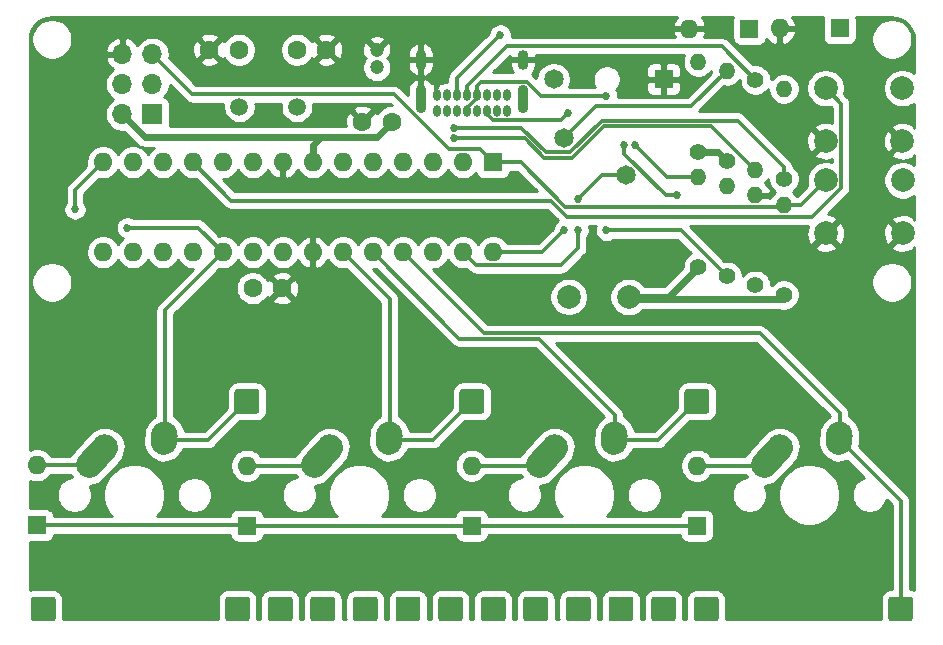
<source format=gbr>
%TF.GenerationSoftware,KiCad,Pcbnew,(5.1.6-0-10_14)*%
%TF.CreationDate,2020-08-01T15:30:54-04:00*%
%TF.ProjectId,pin-check,70696e2d-6368-4656-936b-2e6b69636164,v1.1.0*%
%TF.SameCoordinates,Original*%
%TF.FileFunction,Copper,L2,Bot*%
%TF.FilePolarity,Positive*%
%FSLAX46Y46*%
G04 Gerber Fmt 4.6, Leading zero omitted, Abs format (unit mm)*
G04 Created by KiCad (PCBNEW (5.1.6-0-10_14)) date 2020-08-01 15:30:54*
%MOMM*%
%LPD*%
G01*
G04 APERTURE LIST*
%TA.AperFunction,ComponentPad*%
%ADD10O,1.400000X1.400000*%
%TD*%
%TA.AperFunction,ComponentPad*%
%ADD11C,1.400000*%
%TD*%
%TA.AperFunction,ComponentPad*%
%ADD12C,1.650000*%
%TD*%
%TA.AperFunction,ComponentPad*%
%ADD13R,1.650000X1.650000*%
%TD*%
%TA.AperFunction,ComponentPad*%
%ADD14O,1.700000X1.700000*%
%TD*%
%TA.AperFunction,ComponentPad*%
%ADD15R,1.700000X1.700000*%
%TD*%
%TA.AperFunction,ComponentPad*%
%ADD16O,0.650000X1.000000*%
%TD*%
%TA.AperFunction,ComponentPad*%
%ADD17O,0.900000X2.400000*%
%TD*%
%TA.AperFunction,ComponentPad*%
%ADD18O,0.900000X1.700000*%
%TD*%
%TA.AperFunction,ComponentPad*%
%ADD19O,1.600000X1.600000*%
%TD*%
%TA.AperFunction,ComponentPad*%
%ADD20R,1.600000X1.600000*%
%TD*%
%TA.AperFunction,ComponentPad*%
%ADD21C,2.000000*%
%TD*%
%TA.AperFunction,ComponentPad*%
%ADD22C,1.200000*%
%TD*%
%TA.AperFunction,ComponentPad*%
%ADD23C,1.500000*%
%TD*%
%TA.AperFunction,ComponentPad*%
%ADD24C,1.600000*%
%TD*%
%TA.AperFunction,ViaPad*%
%ADD25C,0.685800*%
%TD*%
%TA.AperFunction,Conductor*%
%ADD26C,0.600000*%
%TD*%
%TA.AperFunction,Conductor*%
%ADD27C,0.300000*%
%TD*%
%TA.AperFunction,Conductor*%
%ADD28C,0.254000*%
%TD*%
G04 APERTURE END LIST*
%TO.P,SW4,2*%
%TO.N,/ColD*%
%TA.AperFunction,ComponentPad*%
G36*
G01*
X179891047Y-102096940D02*
X179891047Y-102096941D01*
G75*
G02*
X178847263Y-100896205I78476J1122260D01*
G01*
X178887817Y-100316243D01*
G75*
G02*
X180088553Y-99272459I1122260J-78476D01*
G01*
X180088553Y-99272459D01*
G75*
G02*
X181132337Y-100473195I-78476J-1122260D01*
G01*
X181091783Y-101053157D01*
G75*
G02*
X179891047Y-102096941I-1122260J78476D01*
G01*
G37*
%TD.AperFunction*%
%TO.P,SW4,1*%
%TO.N,Net-(D4-Pad2)*%
%TA.AperFunction,ComponentPad*%
G36*
G01*
X172901280Y-103759020D02*
X172901280Y-103759020D01*
G75*
G02*
X172818014Y-102170210I752772J836038D01*
G01*
X174129510Y-100713646D01*
G75*
G02*
X175718320Y-100630380I836038J-752772D01*
G01*
X175718320Y-100630380D01*
G75*
G02*
X175801586Y-102219190I-752772J-836038D01*
G01*
X174490090Y-103675754D01*
G75*
G02*
X172901280Y-103759020I-836038J752772D01*
G01*
G37*
%TD.AperFunction*%
%TD*%
%TO.P,SW3,2*%
%TO.N,/ColC*%
%TA.AperFunction,ComponentPad*%
G36*
G01*
X160841047Y-102096940D02*
X160841047Y-102096941D01*
G75*
G02*
X159797263Y-100896205I78476J1122260D01*
G01*
X159837817Y-100316243D01*
G75*
G02*
X161038553Y-99272459I1122260J-78476D01*
G01*
X161038553Y-99272459D01*
G75*
G02*
X162082337Y-100473195I-78476J-1122260D01*
G01*
X162041783Y-101053157D01*
G75*
G02*
X160841047Y-102096941I-1122260J78476D01*
G01*
G37*
%TD.AperFunction*%
%TO.P,SW3,1*%
%TO.N,Net-(D3-Pad2)*%
%TA.AperFunction,ComponentPad*%
G36*
G01*
X153851280Y-103759020D02*
X153851280Y-103759020D01*
G75*
G02*
X153768014Y-102170210I752772J836038D01*
G01*
X155079510Y-100713646D01*
G75*
G02*
X156668320Y-100630380I836038J-752772D01*
G01*
X156668320Y-100630380D01*
G75*
G02*
X156751586Y-102219190I-752772J-836038D01*
G01*
X155440090Y-103675754D01*
G75*
G02*
X153851280Y-103759020I-836038J752772D01*
G01*
G37*
%TD.AperFunction*%
%TD*%
%TO.P,SW2,2*%
%TO.N,/ColB*%
%TA.AperFunction,ComponentPad*%
G36*
G01*
X141791047Y-102096940D02*
X141791047Y-102096941D01*
G75*
G02*
X140747263Y-100896205I78476J1122260D01*
G01*
X140787817Y-100316243D01*
G75*
G02*
X141988553Y-99272459I1122260J-78476D01*
G01*
X141988553Y-99272459D01*
G75*
G02*
X143032337Y-100473195I-78476J-1122260D01*
G01*
X142991783Y-101053157D01*
G75*
G02*
X141791047Y-102096941I-1122260J78476D01*
G01*
G37*
%TD.AperFunction*%
%TO.P,SW2,1*%
%TO.N,Net-(D2-Pad2)*%
%TA.AperFunction,ComponentPad*%
G36*
G01*
X134801280Y-103759020D02*
X134801280Y-103759020D01*
G75*
G02*
X134718014Y-102170210I752772J836038D01*
G01*
X136029510Y-100713646D01*
G75*
G02*
X137618320Y-100630380I836038J-752772D01*
G01*
X137618320Y-100630380D01*
G75*
G02*
X137701586Y-102219190I-752772J-836038D01*
G01*
X136390090Y-103675754D01*
G75*
G02*
X134801280Y-103759020I-836038J752772D01*
G01*
G37*
%TD.AperFunction*%
%TD*%
%TO.P,SW1,1*%
%TO.N,Net-(D1-Pad2)*%
%TA.AperFunction,ComponentPad*%
G36*
G01*
X115751280Y-103759020D02*
X115751280Y-103759020D01*
G75*
G02*
X115668014Y-102170210I752772J836038D01*
G01*
X116979510Y-100713646D01*
G75*
G02*
X118568320Y-100630380I836038J-752772D01*
G01*
X118568320Y-100630380D01*
G75*
G02*
X118651586Y-102219190I-752772J-836038D01*
G01*
X117340090Y-103675754D01*
G75*
G02*
X115751280Y-103759020I-836038J752772D01*
G01*
G37*
%TD.AperFunction*%
%TO.P,SW1,2*%
%TO.N,/ColA*%
%TA.AperFunction,ComponentPad*%
G36*
G01*
X122741047Y-102096940D02*
X122741047Y-102096941D01*
G75*
G02*
X121697263Y-100896205I78476J1122260D01*
G01*
X121737817Y-100316243D01*
G75*
G02*
X122938553Y-99272459I1122260J-78476D01*
G01*
X122938553Y-99272459D01*
G75*
G02*
X123982337Y-100473195I-78476J-1122260D01*
G01*
X123941783Y-101053157D01*
G75*
G02*
X122741047Y-102096941I-1122260J78476D01*
G01*
G37*
%TD.AperFunction*%
%TD*%
D10*
%TO.P,R8,2*%
%TO.N,/C4*%
X168071800Y-68808600D03*
D11*
%TO.P,R8,1*%
%TO.N,+5V*%
X168071800Y-76428600D03*
%TD*%
D10*
%TO.P,R7,2*%
%TO.N,/C5*%
X170484800Y-69570600D03*
D11*
%TO.P,R7,1*%
%TO.N,+5V*%
X170484800Y-77190600D03*
%TD*%
D12*
%TO.P,J2,4*%
%TO.N,+5V*%
X155824800Y-70285600D03*
%TO.P,J2,3*%
%TO.N,/C4*%
X161924800Y-78385600D03*
%TO.P,J2,2*%
%TO.N,/C5*%
X156724800Y-75285600D03*
D13*
%TO.P,J2,1*%
%TO.N,GND*%
X165124800Y-70285600D03*
%TD*%
D14*
%TO.P,J1,6*%
%TO.N,GND*%
X119303800Y-68173600D03*
%TO.P,J1,5*%
%TO.N,/Reset*%
X121843800Y-68173600D03*
%TO.P,J1,4*%
%TO.N,/B3*%
X119303800Y-70713600D03*
%TO.P,J1,3*%
%TO.N,/ColA*%
X121843800Y-70713600D03*
%TO.P,J1,2*%
%TO.N,+5V*%
X119303800Y-73253600D03*
D15*
%TO.P,J1,1*%
%TO.N,/B4*%
X121843800Y-73253600D03*
%TD*%
D16*
%TO.P,P1,A5*%
%TO.N,Net-(P1-PadA5)*%
X150169800Y-72978200D03*
%TO.P,P1,A1*%
%TO.N,GND*%
X151869800Y-72978200D03*
%TO.P,P1,A4*%
%TO.N,Net-(F1-Pad2)*%
X151019800Y-72978200D03*
%TO.P,P1,A6*%
%TO.N,Net-(D8-Pad1)*%
X149319800Y-72978200D03*
%TO.P,P1,A7*%
%TO.N,Net-(D7-Pad1)*%
X148469800Y-72978200D03*
%TO.P,P1,A8*%
%TO.N,Net-(P1-PadA8)*%
X147619800Y-72978200D03*
%TO.P,P1,A9*%
%TO.N,Net-(F1-Pad2)*%
X146769800Y-72978200D03*
%TO.P,P1,A12*%
%TO.N,GND*%
X145919800Y-72978200D03*
%TO.P,P1,B12*%
X151869800Y-71653200D03*
%TO.P,P1,B9*%
%TO.N,Net-(F1-Pad2)*%
X151014800Y-71653200D03*
%TO.P,P1,B8*%
%TO.N,Net-(P1-PadB8)*%
X150164800Y-71653200D03*
%TO.P,P1,B7*%
%TO.N,Net-(D7-Pad1)*%
X149314800Y-71653200D03*
%TO.P,P1,B6*%
%TO.N,Net-(D8-Pad1)*%
X148464800Y-71653200D03*
%TO.P,P1,B5*%
%TO.N,Net-(P1-PadB5)*%
X147614800Y-71653200D03*
%TO.P,P1,B4*%
%TO.N,Net-(F1-Pad2)*%
X146764800Y-71653200D03*
%TO.P,P1,B1*%
%TO.N,GND*%
X145914800Y-71653200D03*
D17*
%TO.P,P1,S1*%
X153219800Y-71998200D03*
X144569800Y-71998200D03*
D18*
X153219800Y-68618200D03*
X144569800Y-68618200D03*
%TD*%
D19*
%TO.P,D1,2*%
%TO.N,Net-(D1-Pad2)*%
X112064800Y-102971600D03*
D20*
%TO.P,D1,1*%
%TO.N,/Row0*%
X112064800Y-108051600D03*
%TD*%
D19*
%TO.P,D8,2*%
%TO.N,GND*%
X167309800Y-66014600D03*
D20*
%TO.P,D8,1*%
%TO.N,Net-(D8-Pad1)*%
X172389800Y-66014600D03*
%TD*%
D19*
%TO.P,D7,2*%
%TO.N,GND*%
X174944800Y-65987600D03*
D20*
%TO.P,D7,1*%
%TO.N,Net-(D7-Pad1)*%
X180024800Y-65987600D03*
%TD*%
D19*
%TO.P,D4,2*%
%TO.N,Net-(D4-Pad2)*%
X167944800Y-102997000D03*
D20*
%TO.P,D4,1*%
%TO.N,/Row0*%
X167944800Y-108077000D03*
%TD*%
D19*
%TO.P,D3,2*%
%TO.N,Net-(D3-Pad2)*%
X148869400Y-102997000D03*
D20*
%TO.P,D3,1*%
%TO.N,/Row0*%
X148869400Y-108077000D03*
%TD*%
D19*
%TO.P,D2,2*%
%TO.N,Net-(D2-Pad2)*%
X129844800Y-102997000D03*
D20*
%TO.P,D2,1*%
%TO.N,/Row0*%
X129844800Y-108077000D03*
%TD*%
D10*
%TO.P,R6,2*%
%TO.N,/D+*%
X172897800Y-77952600D03*
D11*
%TO.P,R6,1*%
%TO.N,Net-(D8-Pad1)*%
X172897800Y-70332600D03*
%TD*%
D10*
%TO.P,R5,2*%
%TO.N,Net-(D7-Pad1)*%
X175310800Y-71094600D03*
D11*
%TO.P,R5,1*%
%TO.N,/D-*%
X175310800Y-78714600D03*
%TD*%
D10*
%TO.P,R4,2*%
%TO.N,Net-(D7-Pad1)*%
X168071800Y-78587600D03*
D11*
%TO.P,R4,1*%
%TO.N,+5V*%
X168071800Y-86207600D03*
%TD*%
D10*
%TO.P,R3,2*%
%TO.N,GND*%
X170484800Y-79349600D03*
D11*
%TO.P,R3,1*%
%TO.N,Net-(P1-PadA5)*%
X170484800Y-86969600D03*
%TD*%
D10*
%TO.P,R2,2*%
%TO.N,GND*%
X172897800Y-80111600D03*
D11*
%TO.P,R2,1*%
%TO.N,Net-(P1-PadB5)*%
X172897800Y-87731600D03*
%TD*%
D10*
%TO.P,R1,2*%
%TO.N,/Reset*%
X175310800Y-80916780D03*
D11*
%TO.P,R1,1*%
%TO.N,+5V*%
X175310800Y-88536780D03*
%TD*%
%TO.P,H10,1*%
%TO.N,/D7*%
%TA.AperFunction,ComponentPad*%
G36*
G01*
X155355000Y-114338200D02*
X155355000Y-115938200D01*
G75*
G02*
X155105000Y-116188200I-250000J0D01*
G01*
X153505000Y-116188200D01*
G75*
G02*
X153255000Y-115938200I0J250000D01*
G01*
X153255000Y-114338200D01*
G75*
G02*
X153505000Y-114088200I250000J0D01*
G01*
X155105000Y-114088200D01*
G75*
G02*
X155355000Y-114338200I0J-250000D01*
G01*
G37*
%TD.AperFunction*%
%TD*%
%TO.P,H9,1*%
%TO.N,/D6*%
%TA.AperFunction,ComponentPad*%
G36*
G01*
X158961800Y-114338200D02*
X158961800Y-115938200D01*
G75*
G02*
X158711800Y-116188200I-250000J0D01*
G01*
X157111800Y-116188200D01*
G75*
G02*
X156861800Y-115938200I0J250000D01*
G01*
X156861800Y-114338200D01*
G75*
G02*
X157111800Y-114088200I250000J0D01*
G01*
X158711800Y-114088200D01*
G75*
G02*
X158961800Y-114338200I0J-250000D01*
G01*
G37*
%TD.AperFunction*%
%TD*%
%TO.P,H8,1*%
%TO.N,/D4*%
%TA.AperFunction,ComponentPad*%
G36*
G01*
X162568600Y-114338200D02*
X162568600Y-115938200D01*
G75*
G02*
X162318600Y-116188200I-250000J0D01*
G01*
X160718600Y-116188200D01*
G75*
G02*
X160468600Y-115938200I0J250000D01*
G01*
X160468600Y-114338200D01*
G75*
G02*
X160718600Y-114088200I250000J0D01*
G01*
X162318600Y-114088200D01*
G75*
G02*
X162568600Y-114338200I0J-250000D01*
G01*
G37*
%TD.AperFunction*%
%TD*%
%TO.P,H7,1*%
%TO.N,/D1*%
%TA.AperFunction,ComponentPad*%
G36*
G01*
X166175400Y-114338200D02*
X166175400Y-115938200D01*
G75*
G02*
X165925400Y-116188200I-250000J0D01*
G01*
X164325400Y-116188200D01*
G75*
G02*
X164075400Y-115938200I0J250000D01*
G01*
X164075400Y-114338200D01*
G75*
G02*
X164325400Y-114088200I250000J0D01*
G01*
X165925400Y-114088200D01*
G75*
G02*
X166175400Y-114338200I0J-250000D01*
G01*
G37*
%TD.AperFunction*%
%TD*%
%TO.P,H6,1*%
%TO.N,/D0*%
%TA.AperFunction,ComponentPad*%
G36*
G01*
X169782200Y-114338200D02*
X169782200Y-115938200D01*
G75*
G02*
X169532200Y-116188200I-250000J0D01*
G01*
X167932200Y-116188200D01*
G75*
G02*
X167682200Y-115938200I0J250000D01*
G01*
X167682200Y-114338200D01*
G75*
G02*
X167932200Y-114088200I250000J0D01*
G01*
X169532200Y-114088200D01*
G75*
G02*
X169782200Y-114338200I0J-250000D01*
G01*
G37*
%TD.AperFunction*%
%TD*%
%TO.P,H11,1*%
%TO.N,/C5*%
%TA.AperFunction,ComponentPad*%
G36*
G01*
X151748200Y-114338200D02*
X151748200Y-115938200D01*
G75*
G02*
X151498200Y-116188200I-250000J0D01*
G01*
X149898200Y-116188200D01*
G75*
G02*
X149648200Y-115938200I0J250000D01*
G01*
X149648200Y-114338200D01*
G75*
G02*
X149898200Y-114088200I250000J0D01*
G01*
X151498200Y-114088200D01*
G75*
G02*
X151748200Y-114338200I0J-250000D01*
G01*
G37*
%TD.AperFunction*%
%TD*%
%TO.P,H14,1*%
%TO.N,/B4*%
%TA.AperFunction,ComponentPad*%
G36*
G01*
X140927800Y-114338200D02*
X140927800Y-115938200D01*
G75*
G02*
X140677800Y-116188200I-250000J0D01*
G01*
X139077800Y-116188200D01*
G75*
G02*
X138827800Y-115938200I0J250000D01*
G01*
X138827800Y-114338200D01*
G75*
G02*
X139077800Y-114088200I250000J0D01*
G01*
X140677800Y-114088200D01*
G75*
G02*
X140927800Y-114338200I0J-250000D01*
G01*
G37*
%TD.AperFunction*%
%TD*%
%TO.P,H15,1*%
%TO.N,/B3*%
%TA.AperFunction,ComponentPad*%
G36*
G01*
X137321000Y-114338200D02*
X137321000Y-115938200D01*
G75*
G02*
X137071000Y-116188200I-250000J0D01*
G01*
X135471000Y-116188200D01*
G75*
G02*
X135221000Y-115938200I0J250000D01*
G01*
X135221000Y-114338200D01*
G75*
G02*
X135471000Y-114088200I250000J0D01*
G01*
X137071000Y-114088200D01*
G75*
G02*
X137321000Y-114338200I0J-250000D01*
G01*
G37*
%TD.AperFunction*%
%TD*%
%TO.P,H16,1*%
%TO.N,/B2*%
%TA.AperFunction,ComponentPad*%
G36*
G01*
X133714200Y-114338200D02*
X133714200Y-115938200D01*
G75*
G02*
X133464200Y-116188200I-250000J0D01*
G01*
X131864200Y-116188200D01*
G75*
G02*
X131614200Y-115938200I0J250000D01*
G01*
X131614200Y-114338200D01*
G75*
G02*
X131864200Y-114088200I250000J0D01*
G01*
X133464200Y-114088200D01*
G75*
G02*
X133714200Y-114338200I0J-250000D01*
G01*
G37*
%TD.AperFunction*%
%TD*%
%TO.P,H17,1*%
%TO.N,/B1*%
%TA.AperFunction,ComponentPad*%
G36*
G01*
X130107400Y-114338200D02*
X130107400Y-115938200D01*
G75*
G02*
X129857400Y-116188200I-250000J0D01*
G01*
X128257400Y-116188200D01*
G75*
G02*
X128007400Y-115938200I0J250000D01*
G01*
X128007400Y-114338200D01*
G75*
G02*
X128257400Y-114088200I250000J0D01*
G01*
X129857400Y-114088200D01*
G75*
G02*
X130107400Y-114338200I0J-250000D01*
G01*
G37*
%TD.AperFunction*%
%TD*%
%TO.P,H12,1*%
%TO.N,/C4*%
%TA.AperFunction,ComponentPad*%
G36*
G01*
X148141400Y-114338200D02*
X148141400Y-115938200D01*
G75*
G02*
X147891400Y-116188200I-250000J0D01*
G01*
X146291400Y-116188200D01*
G75*
G02*
X146041400Y-115938200I0J250000D01*
G01*
X146041400Y-114338200D01*
G75*
G02*
X146291400Y-114088200I250000J0D01*
G01*
X147891400Y-114088200D01*
G75*
G02*
X148141400Y-114338200I0J-250000D01*
G01*
G37*
%TD.AperFunction*%
%TD*%
%TO.P,H13,1*%
%TO.N,/C3*%
%TA.AperFunction,ComponentPad*%
G36*
G01*
X144534600Y-114338200D02*
X144534600Y-115938200D01*
G75*
G02*
X144284600Y-116188200I-250000J0D01*
G01*
X142684600Y-116188200D01*
G75*
G02*
X142434600Y-115938200I0J250000D01*
G01*
X142434600Y-114338200D01*
G75*
G02*
X142684600Y-114088200I250000J0D01*
G01*
X144284600Y-114088200D01*
G75*
G02*
X144534600Y-114338200I0J-250000D01*
G01*
G37*
%TD.AperFunction*%
%TD*%
%TO.P,H5,1*%
%TO.N,/ColD*%
%TA.AperFunction,ComponentPad*%
G36*
G01*
X186241400Y-114338200D02*
X186241400Y-115938200D01*
G75*
G02*
X185991400Y-116188200I-250000J0D01*
G01*
X184391400Y-116188200D01*
G75*
G02*
X184141400Y-115938200I0J250000D01*
G01*
X184141400Y-114338200D01*
G75*
G02*
X184391400Y-114088200I250000J0D01*
G01*
X185991400Y-114088200D01*
G75*
G02*
X186241400Y-114338200I0J-250000D01*
G01*
G37*
%TD.AperFunction*%
%TD*%
%TO.P,H4,1*%
%TO.N,/ColC*%
%TA.AperFunction,ComponentPad*%
G36*
G01*
X168994800Y-96761400D02*
X168994800Y-98361400D01*
G75*
G02*
X168744800Y-98611400I-250000J0D01*
G01*
X167144800Y-98611400D01*
G75*
G02*
X166894800Y-98361400I0J250000D01*
G01*
X166894800Y-96761400D01*
G75*
G02*
X167144800Y-96511400I250000J0D01*
G01*
X168744800Y-96511400D01*
G75*
G02*
X168994800Y-96761400I0J-250000D01*
G01*
G37*
%TD.AperFunction*%
%TD*%
%TO.P,H3,1*%
%TO.N,/ColB*%
%TA.AperFunction,ComponentPad*%
G36*
G01*
X149944800Y-96761400D02*
X149944800Y-98361400D01*
G75*
G02*
X149694800Y-98611400I-250000J0D01*
G01*
X148094800Y-98611400D01*
G75*
G02*
X147844800Y-98361400I0J250000D01*
G01*
X147844800Y-96761400D01*
G75*
G02*
X148094800Y-96511400I250000J0D01*
G01*
X149694800Y-96511400D01*
G75*
G02*
X149944800Y-96761400I0J-250000D01*
G01*
G37*
%TD.AperFunction*%
%TD*%
%TO.P,H2,1*%
%TO.N,/ColA*%
%TA.AperFunction,ComponentPad*%
G36*
G01*
X130894800Y-96761400D02*
X130894800Y-98361400D01*
G75*
G02*
X130644800Y-98611400I-250000J0D01*
G01*
X129044800Y-98611400D01*
G75*
G02*
X128794800Y-98361400I0J250000D01*
G01*
X128794800Y-96761400D01*
G75*
G02*
X129044800Y-96511400I250000J0D01*
G01*
X130644800Y-96511400D01*
G75*
G02*
X130894800Y-96761400I0J-250000D01*
G01*
G37*
%TD.AperFunction*%
%TD*%
%TO.P,H1,1*%
%TO.N,/Row0*%
%TA.AperFunction,ComponentPad*%
G36*
G01*
X113648200Y-114338200D02*
X113648200Y-115938200D01*
G75*
G02*
X113398200Y-116188200I-250000J0D01*
G01*
X111798200Y-116188200D01*
G75*
G02*
X111548200Y-115938200I0J250000D01*
G01*
X111548200Y-114338200D01*
G75*
G02*
X111798200Y-114088200I250000J0D01*
G01*
X113398200Y-114088200D01*
G75*
G02*
X113648200Y-114338200I0J-250000D01*
G01*
G37*
%TD.AperFunction*%
%TD*%
D21*
%TO.P,F1,2*%
%TO.N,Net-(F1-Pad2)*%
X157099000Y-88716520D03*
%TO.P,F1,1*%
%TO.N,+5V*%
X162179000Y-88726520D03*
%TD*%
D22*
%TO.P,C3,2*%
%TO.N,+5V*%
X140830300Y-69292600D03*
%TO.P,C3,1*%
%TO.N,GND*%
X140830300Y-67792600D03*
%TD*%
D23*
%TO.P,Y1,2*%
%TO.N,Net-(C1-Pad2)*%
X134089800Y-72618600D03*
%TO.P,Y1,1*%
%TO.N,Net-(C2-Pad2)*%
X129209800Y-72618600D03*
%TD*%
D19*
%TO.P,U1,28*%
%TO.N,/C5*%
X150672800Y-84937600D03*
%TO.P,U1,14*%
%TO.N,/Row0*%
X117652800Y-77317600D03*
%TO.P,U1,27*%
%TO.N,/C4*%
X148132800Y-84937600D03*
%TO.P,U1,13*%
%TO.N,/D7*%
X120192800Y-77317600D03*
%TO.P,U1,26*%
%TO.N,/C3*%
X145592800Y-84937600D03*
%TO.P,U1,12*%
%TO.N,/D6*%
X122732800Y-77317600D03*
%TO.P,U1,25*%
%TO.N,/ColD*%
X143052800Y-84937600D03*
%TO.P,U1,11*%
%TO.N,/Boot*%
X125272800Y-77317600D03*
%TO.P,U1,24*%
%TO.N,/ColC*%
X140512800Y-84937600D03*
%TO.P,U1,10*%
%TO.N,Net-(C2-Pad2)*%
X127812800Y-77317600D03*
%TO.P,U1,23*%
%TO.N,/ColB*%
X137972800Y-84937600D03*
%TO.P,U1,9*%
%TO.N,Net-(C1-Pad2)*%
X130352800Y-77317600D03*
%TO.P,U1,22*%
%TO.N,GND*%
X135432800Y-84937600D03*
%TO.P,U1,8*%
X132892800Y-77317600D03*
%TO.P,U1,21*%
%TO.N,Net-(U1-Pad21)*%
X132892800Y-84937600D03*
%TO.P,U1,7*%
%TO.N,+5V*%
X135432800Y-77317600D03*
%TO.P,U1,20*%
X130352800Y-84937600D03*
%TO.P,U1,6*%
%TO.N,/D4*%
X137972800Y-77317600D03*
%TO.P,U1,19*%
%TO.N,/ColA*%
X127812800Y-84937600D03*
%TO.P,U1,5*%
%TO.N,/D-*%
X140512800Y-77317600D03*
%TO.P,U1,18*%
%TO.N,/B4*%
X125272800Y-84937600D03*
%TO.P,U1,4*%
%TO.N,/D+*%
X143052800Y-77317600D03*
%TO.P,U1,17*%
%TO.N,/B3*%
X122732800Y-84937600D03*
%TO.P,U1,3*%
%TO.N,/D1*%
X145592800Y-77317600D03*
%TO.P,U1,16*%
%TO.N,/B2*%
X120192800Y-84937600D03*
%TO.P,U1,2*%
%TO.N,/D0*%
X148132800Y-77317600D03*
%TO.P,U1,15*%
%TO.N,/B1*%
X117652800Y-84937600D03*
D20*
%TO.P,U1,1*%
%TO.N,/Reset*%
X150672800Y-77317600D03*
%TD*%
D21*
%TO.P,SW8,1*%
%TO.N,/Boot*%
X185343800Y-71039600D03*
%TO.P,SW8,2*%
%TO.N,GND*%
X185343800Y-75539600D03*
%TO.P,SW8,1*%
%TO.N,/Boot*%
X178843800Y-71039600D03*
%TO.P,SW8,2*%
%TO.N,GND*%
X178843800Y-75539600D03*
%TD*%
%TO.P,SW7,1*%
%TO.N,/Reset*%
X185366800Y-78841600D03*
%TO.P,SW7,2*%
%TO.N,GND*%
X185366800Y-83341600D03*
%TO.P,SW7,1*%
%TO.N,/Reset*%
X178866800Y-78841600D03*
%TO.P,SW7,2*%
%TO.N,GND*%
X178866800Y-83341600D03*
%TD*%
D24*
%TO.P,C5,2*%
%TO.N,+5V*%
X130329300Y-87985600D03*
%TO.P,C5,1*%
%TO.N,GND*%
X132829300Y-87985600D03*
%TD*%
%TO.P,C4,2*%
%TO.N,+5V*%
X142123800Y-73888600D03*
%TO.P,C4,1*%
%TO.N,GND*%
X139623800Y-73888600D03*
%TD*%
%TO.P,C2,2*%
%TO.N,Net-(C2-Pad2)*%
X129169800Y-67792600D03*
%TO.P,C2,1*%
%TO.N,GND*%
X126669800Y-67792600D03*
%TD*%
%TO.P,C1,2*%
%TO.N,Net-(C1-Pad2)*%
X134075800Y-67792600D03*
%TO.P,C1,1*%
%TO.N,GND*%
X136575800Y-67792600D03*
%TD*%
D25*
%TO.N,/Row0*%
X115294800Y-81287600D03*
%TO.N,Net-(D7-Pad1)*%
X162694800Y-75887600D03*
X160294800Y-71687600D03*
%TO.N,/C5*%
X156694800Y-83087600D03*
%TO.N,Net-(P1-PadB5)*%
X166294800Y-80087600D03*
X161794800Y-75887600D03*
X151294800Y-66520490D03*
%TO.N,Net-(P1-PadA5)*%
X160294800Y-83087600D03*
X156994800Y-73187600D03*
%TO.N,/D-*%
X147394800Y-74387600D03*
%TO.N,/D+*%
X147394800Y-75287600D03*
%TO.N,/C4*%
X157894800Y-80387600D03*
X157894800Y-83087600D03*
%TO.N,/ColA*%
X119732503Y-82849897D03*
%TD*%
D26*
%TO.N,+5V*%
X140871399Y-75141001D02*
X142123800Y-73888600D01*
X119303800Y-73253600D02*
X121191201Y-75141001D01*
X135432800Y-77317600D02*
X135432800Y-75856402D01*
X135432800Y-75856402D02*
X136148201Y-75141001D01*
X136148201Y-75141001D02*
X140871399Y-75141001D01*
X121191201Y-75141001D02*
X136148201Y-75141001D01*
X169722800Y-76428600D02*
X170484800Y-77190600D01*
X168071800Y-76428600D02*
X169722800Y-76428600D01*
X165552880Y-88726520D02*
X168071800Y-86207600D01*
X162179000Y-88726520D02*
X165552880Y-88726520D01*
X174963579Y-88884001D02*
X175310800Y-88536780D01*
X162336481Y-88884001D02*
X174963579Y-88884001D01*
X162179000Y-88726520D02*
X162336481Y-88884001D01*
D27*
%TO.N,Net-(D1-Pad2)*%
X116469300Y-102971600D02*
X116584800Y-103087100D01*
X112064800Y-102971600D02*
X116469300Y-102971600D01*
%TO.N,/Row0*%
X115294800Y-79675600D02*
X117652800Y-77317600D01*
X115294800Y-81287600D02*
X115294800Y-79675600D01*
X129819400Y-108051600D02*
X129844800Y-108077000D01*
X112064800Y-108051600D02*
X129819400Y-108051600D01*
X129844800Y-108077000D02*
X148869400Y-108077000D01*
X148869400Y-108077000D02*
X167944800Y-108077000D01*
%TO.N,Net-(D2-Pad2)*%
X135544700Y-102997000D02*
X135634800Y-103087100D01*
X129844800Y-102997000D02*
X135544700Y-102997000D01*
%TO.N,Net-(D3-Pad2)*%
X154588200Y-102997000D02*
X154594800Y-103003600D01*
X154594700Y-102997000D02*
X154684800Y-103087100D01*
X148869400Y-102997000D02*
X154594700Y-102997000D01*
%TO.N,Net-(D4-Pad2)*%
X173638200Y-102997000D02*
X173644800Y-103003600D01*
X173644700Y-102997000D02*
X173734800Y-103087100D01*
X167944800Y-102997000D02*
X173644700Y-102997000D01*
%TO.N,Net-(D7-Pad1)*%
X149314800Y-71865491D02*
X149314800Y-71653200D01*
X148469800Y-72710491D02*
X149314800Y-71865491D01*
X148469800Y-72978200D02*
X148469800Y-72710491D01*
X165394800Y-78587600D02*
X162694800Y-75887600D01*
X168071800Y-78587600D02*
X165394800Y-78587600D01*
X149314800Y-70853200D02*
X149314800Y-71653200D01*
X149672210Y-70495790D02*
X149314800Y-70853200D01*
X153531458Y-70495790D02*
X149672210Y-70495790D01*
X154723268Y-71687600D02*
X153531458Y-70495790D01*
X160294800Y-71687600D02*
X154723268Y-71687600D01*
%TO.N,Net-(D8-Pad1)*%
X172897800Y-70332600D02*
X170052800Y-67487600D01*
X148464800Y-70853200D02*
X148464800Y-71653200D01*
X151852210Y-67465790D02*
X148464800Y-70853200D01*
X153531458Y-67465790D02*
X151852210Y-67465790D01*
X153553268Y-67487600D02*
X153531458Y-67465790D01*
X170052800Y-67487600D02*
X153553268Y-67487600D01*
%TO.N,/C5*%
X156724800Y-75285600D02*
X159422800Y-72587600D01*
X167467800Y-72587600D02*
X170484800Y-69570600D01*
X159422800Y-72587600D02*
X167467800Y-72587600D01*
X154844800Y-84937600D02*
X150672800Y-84937600D01*
X156694800Y-83087600D02*
X154844800Y-84937600D01*
%TO.N,/Reset*%
X176791620Y-80916780D02*
X178866800Y-78841600D01*
X175310800Y-80916780D02*
X176791620Y-80916780D01*
X150672800Y-77317600D02*
X153024800Y-77317600D01*
X175113579Y-81114001D02*
X175310800Y-80916780D01*
X156821201Y-81114001D02*
X175113579Y-81114001D01*
X153024800Y-77317600D02*
X156821201Y-81114001D01*
X149570399Y-76215199D02*
X150672800Y-77317600D01*
X146972731Y-76215199D02*
X149570399Y-76215199D01*
X125236399Y-71566199D02*
X142323731Y-71566199D01*
X142323731Y-71566199D02*
X146972731Y-76215199D01*
X121843800Y-68173600D02*
X125236399Y-71566199D01*
%TO.N,Net-(P1-PadB5)*%
X161794800Y-75942646D02*
X161794800Y-75887600D01*
X147614800Y-70200490D02*
X147614800Y-71653200D01*
X151294800Y-66520490D02*
X147614800Y-70200490D01*
X161794800Y-76587046D02*
X161794800Y-75887600D01*
X165295354Y-80087600D02*
X161794800Y-76587046D01*
X166294800Y-80087600D02*
X165295354Y-80087600D01*
%TO.N,Net-(P1-PadA5)*%
X166602800Y-83087600D02*
X160294800Y-83087600D01*
X170484800Y-86969600D02*
X166602800Y-83087600D01*
X156401790Y-73780610D02*
X150687810Y-73780610D01*
X156994800Y-73187600D02*
X156401790Y-73780610D01*
X150169800Y-73262600D02*
X150169800Y-72978200D01*
X150687810Y-73780610D02*
X150169800Y-73262600D01*
%TO.N,/D-*%
X175310800Y-78714600D02*
X175310800Y-77703600D01*
X175310800Y-77703600D02*
X171394800Y-73787600D01*
X159891354Y-73787600D02*
X157191354Y-76487600D01*
X171394800Y-73787600D02*
X159891354Y-73787600D01*
X157191354Y-76487600D02*
X155194800Y-76487600D01*
X153094800Y-74387600D02*
X147394800Y-74387600D01*
X155194800Y-76487600D02*
X153094800Y-74387600D01*
%TO.N,/D+*%
X155007406Y-76940010D02*
X157378749Y-76940009D01*
X153354996Y-75287600D02*
X155007406Y-76940010D01*
X147394800Y-75287600D02*
X153354996Y-75287600D01*
X157378749Y-76940009D02*
X160078748Y-74240010D01*
X169185210Y-74240010D02*
X172897800Y-77952600D01*
X160078748Y-74240010D02*
X169185210Y-74240010D01*
%TO.N,/Boot*%
X180169201Y-72365001D02*
X178843800Y-71039600D01*
X180169201Y-79466753D02*
X180169201Y-72365001D01*
X177716773Y-81919181D02*
X180169201Y-79466753D01*
X155624898Y-80557502D02*
X156986577Y-81919181D01*
X128512702Y-80557502D02*
X155624898Y-80557502D01*
X156986577Y-81919181D02*
X177716773Y-81919181D01*
X125272800Y-77317600D02*
X128512702Y-80557502D01*
%TO.N,/C4*%
X159896800Y-78385600D02*
X157894800Y-80387600D01*
X161924800Y-78385600D02*
X159896800Y-78385600D01*
X157894800Y-83087600D02*
X157894800Y-84587600D01*
X149235201Y-86040001D02*
X148132800Y-84937600D01*
X156442399Y-86040001D02*
X149235201Y-86040001D01*
X157894800Y-84587600D02*
X156442399Y-86040001D01*
%TO.N,/ColA*%
X125725097Y-82849897D02*
X127812800Y-84937600D01*
X119732503Y-82849897D02*
X125725097Y-82849897D01*
X122894800Y-89855600D02*
X127812800Y-84937600D01*
X122894800Y-101127100D02*
X122894800Y-89855600D01*
X126569100Y-100837100D02*
X129844800Y-97561400D01*
X122914800Y-100837100D02*
X126569100Y-100837100D01*
%TO.N,/ColB*%
X141944800Y-88909600D02*
X137972800Y-84937600D01*
X141944800Y-101127100D02*
X141944800Y-88909600D01*
X145619100Y-100837100D02*
X148894800Y-97561400D01*
X141964800Y-100837100D02*
X145619100Y-100837100D01*
%TO.N,/ColC*%
X160994800Y-101127100D02*
X160994800Y-98688600D01*
X147823210Y-92248010D02*
X140512800Y-84937600D01*
X154554210Y-92248010D02*
X147823210Y-92248010D01*
X160994800Y-98688600D02*
X154554210Y-92248010D01*
X164669100Y-100837100D02*
X167944800Y-97561400D01*
X161014800Y-100837100D02*
X164669100Y-100837100D01*
%TO.N,/ColD*%
X180044800Y-101127100D02*
X180044800Y-98561600D01*
X180044800Y-98561600D02*
X173278800Y-91795600D01*
X149910800Y-91795600D02*
X143052800Y-84937600D01*
X173278800Y-91795600D02*
X149910800Y-91795600D01*
X180044800Y-101127100D02*
X180578300Y-101127100D01*
X180044800Y-101127100D02*
X180514800Y-101127100D01*
X180064800Y-100837100D02*
X185216800Y-105989100D01*
X185216800Y-115112800D02*
X185191400Y-115138200D01*
X185216800Y-105989100D02*
X185216800Y-115112800D01*
%TD*%
D28*
%TO.N,GND*%
G36*
X166246281Y-65051186D02*
G01*
X166078763Y-65277180D01*
X165958554Y-65531513D01*
X165917896Y-65665561D01*
X166039885Y-65887600D01*
X167182800Y-65887600D01*
X167182800Y-65867600D01*
X167436800Y-65867600D01*
X167436800Y-65887600D01*
X168579715Y-65887600D01*
X168701704Y-65665561D01*
X168661046Y-65531513D01*
X168540837Y-65277180D01*
X168373319Y-65051186D01*
X168342899Y-65023600D01*
X170984166Y-65023600D01*
X170963988Y-65090118D01*
X170951728Y-65214600D01*
X170951728Y-66814600D01*
X170963988Y-66939082D01*
X171000298Y-67058780D01*
X171059263Y-67169094D01*
X171138615Y-67265785D01*
X171235306Y-67345137D01*
X171345620Y-67404102D01*
X171465318Y-67440412D01*
X171589800Y-67452672D01*
X173189800Y-67452672D01*
X173314282Y-67440412D01*
X173433980Y-67404102D01*
X173544294Y-67345137D01*
X173640985Y-67265785D01*
X173720337Y-67169094D01*
X173779302Y-67058780D01*
X173815612Y-66939082D01*
X173822277Y-66871413D01*
X173881281Y-66951014D01*
X174089669Y-67139985D01*
X174330919Y-67284670D01*
X174595760Y-67379509D01*
X174817800Y-67258224D01*
X174817800Y-66114600D01*
X175071800Y-66114600D01*
X175071800Y-67258224D01*
X175293840Y-67379509D01*
X175558681Y-67284670D01*
X175799931Y-67139985D01*
X176008319Y-66951014D01*
X176175837Y-66725020D01*
X176296046Y-66470687D01*
X176336704Y-66336639D01*
X176214715Y-66114600D01*
X175071800Y-66114600D01*
X174817800Y-66114600D01*
X174797800Y-66114600D01*
X174797800Y-65860600D01*
X174817800Y-65860600D01*
X174817800Y-65840600D01*
X175071800Y-65840600D01*
X175071800Y-65860600D01*
X176214715Y-65860600D01*
X176336704Y-65638561D01*
X176296046Y-65504513D01*
X176175837Y-65250180D01*
X176008319Y-65024186D01*
X176007673Y-65023600D01*
X178610976Y-65023600D01*
X178598988Y-65063118D01*
X178586728Y-65187600D01*
X178586728Y-66787600D01*
X178598988Y-66912082D01*
X178635298Y-67031780D01*
X178694263Y-67142094D01*
X178773615Y-67238785D01*
X178870306Y-67318137D01*
X178980620Y-67377102D01*
X179100318Y-67413412D01*
X179224800Y-67425672D01*
X180824800Y-67425672D01*
X180949282Y-67413412D01*
X181068980Y-67377102D01*
X181179294Y-67318137D01*
X181275985Y-67238785D01*
X181355337Y-67142094D01*
X181414302Y-67031780D01*
X181450612Y-66912082D01*
X181462872Y-66787600D01*
X181462872Y-66732717D01*
X182719800Y-66732717D01*
X182719800Y-67074483D01*
X182786475Y-67409681D01*
X182917263Y-67725431D01*
X183107137Y-68009598D01*
X183348802Y-68251263D01*
X183632969Y-68441137D01*
X183948719Y-68571925D01*
X184283917Y-68638600D01*
X184625683Y-68638600D01*
X184960881Y-68571925D01*
X185276631Y-68441137D01*
X185560798Y-68251263D01*
X185802463Y-68009598D01*
X185992337Y-67725431D01*
X186123125Y-67409681D01*
X186189800Y-67074483D01*
X186189800Y-66732717D01*
X186123125Y-66397519D01*
X185992337Y-66081769D01*
X185802463Y-65797602D01*
X185560798Y-65555937D01*
X185276631Y-65366063D01*
X184960881Y-65235275D01*
X184625683Y-65168600D01*
X184283917Y-65168600D01*
X183948719Y-65235275D01*
X183632969Y-65366063D01*
X183348802Y-65555937D01*
X183107137Y-65797602D01*
X182917263Y-66081769D01*
X182786475Y-66397519D01*
X182719800Y-66732717D01*
X181462872Y-66732717D01*
X181462872Y-65187600D01*
X181450612Y-65063118D01*
X181438624Y-65023600D01*
X184422521Y-65023600D01*
X184819345Y-65062509D01*
X185170008Y-65168380D01*
X185493425Y-65340344D01*
X185777284Y-65571854D01*
X186010765Y-65854086D01*
X186184983Y-66176295D01*
X186293302Y-66526214D01*
X186334801Y-66921052D01*
X186334801Y-69735368D01*
X186118263Y-69590682D01*
X185820712Y-69467432D01*
X185504833Y-69404600D01*
X185182767Y-69404600D01*
X184866888Y-69467432D01*
X184569337Y-69590682D01*
X184301548Y-69769613D01*
X184073813Y-69997348D01*
X183894882Y-70265137D01*
X183771632Y-70562688D01*
X183708800Y-70878567D01*
X183708800Y-71200633D01*
X183771632Y-71516512D01*
X183894882Y-71814063D01*
X184073813Y-72081852D01*
X184301548Y-72309587D01*
X184569337Y-72488518D01*
X184866888Y-72611768D01*
X185182767Y-72674600D01*
X185504833Y-72674600D01*
X185820712Y-72611768D01*
X186118263Y-72488518D01*
X186334801Y-72343832D01*
X186334801Y-74368991D01*
X186299607Y-74404185D01*
X186203844Y-74139786D01*
X185914229Y-73998896D01*
X185602692Y-73917216D01*
X185281205Y-73897882D01*
X184962125Y-73941639D01*
X184657712Y-74046805D01*
X184483756Y-74139786D01*
X184387992Y-74404187D01*
X185343800Y-75359995D01*
X185357943Y-75345853D01*
X185537548Y-75525458D01*
X185523405Y-75539600D01*
X185537548Y-75553743D01*
X185357943Y-75733348D01*
X185343800Y-75719205D01*
X184387992Y-76675013D01*
X184483756Y-76939414D01*
X184773371Y-77080304D01*
X185084908Y-77161984D01*
X185406395Y-77181318D01*
X185725475Y-77137561D01*
X186029888Y-77032395D01*
X186203844Y-76939414D01*
X186299607Y-76675015D01*
X186334801Y-76710209D01*
X186334801Y-77522000D01*
X186141263Y-77392682D01*
X185843712Y-77269432D01*
X185527833Y-77206600D01*
X185205767Y-77206600D01*
X184889888Y-77269432D01*
X184592337Y-77392682D01*
X184324548Y-77571613D01*
X184096813Y-77799348D01*
X183917882Y-78067137D01*
X183794632Y-78364688D01*
X183731800Y-78680567D01*
X183731800Y-79002633D01*
X183794632Y-79318512D01*
X183917882Y-79616063D01*
X184096813Y-79883852D01*
X184324548Y-80111587D01*
X184592337Y-80290518D01*
X184889888Y-80413768D01*
X185205767Y-80476600D01*
X185527833Y-80476600D01*
X185843712Y-80413768D01*
X186141263Y-80290518D01*
X186334801Y-80161200D01*
X186334801Y-82193991D01*
X186322607Y-82206185D01*
X186226844Y-81941786D01*
X185937229Y-81800896D01*
X185625692Y-81719216D01*
X185304205Y-81699882D01*
X184985125Y-81743639D01*
X184680712Y-81848805D01*
X184506756Y-81941786D01*
X184410992Y-82206187D01*
X185366800Y-83161995D01*
X185380943Y-83147853D01*
X185560548Y-83327458D01*
X185546405Y-83341600D01*
X185560548Y-83355743D01*
X185380943Y-83535348D01*
X185366800Y-83521205D01*
X184410992Y-84477013D01*
X184506756Y-84741414D01*
X184796371Y-84882304D01*
X185107908Y-84963984D01*
X185429395Y-84983318D01*
X185748475Y-84939561D01*
X186052888Y-84834395D01*
X186226844Y-84741414D01*
X186322607Y-84477015D01*
X186334801Y-84489209D01*
X186334800Y-113519626D01*
X186331250Y-113517728D01*
X186164654Y-113467192D01*
X186001800Y-113451152D01*
X186001800Y-106027652D01*
X186005597Y-105989099D01*
X186001800Y-105950546D01*
X186001800Y-105950539D01*
X185990441Y-105835213D01*
X185945554Y-105687240D01*
X185872662Y-105550867D01*
X185774564Y-105431336D01*
X185744617Y-105406759D01*
X181690546Y-101352688D01*
X181719205Y-101183692D01*
X181771820Y-100431246D01*
X181764451Y-100171532D01*
X181687200Y-99833559D01*
X181545497Y-99517151D01*
X181344790Y-99234467D01*
X181092789Y-98996372D01*
X180829800Y-98831239D01*
X180829800Y-98600155D01*
X180833597Y-98561600D01*
X180829800Y-98523044D01*
X180829800Y-98523039D01*
X180825820Y-98482626D01*
X180818442Y-98407713D01*
X180773554Y-98259740D01*
X180768544Y-98250367D01*
X180700662Y-98123367D01*
X180602564Y-98003836D01*
X180572616Y-97979258D01*
X173861145Y-91267788D01*
X173836564Y-91237836D01*
X173717033Y-91139738D01*
X173580660Y-91066846D01*
X173432687Y-91021959D01*
X173317361Y-91010600D01*
X173317353Y-91010600D01*
X173278800Y-91006803D01*
X173240247Y-91010600D01*
X150235957Y-91010600D01*
X147780844Y-88555487D01*
X155464000Y-88555487D01*
X155464000Y-88877553D01*
X155526832Y-89193432D01*
X155650082Y-89490983D01*
X155829013Y-89758772D01*
X156056748Y-89986507D01*
X156324537Y-90165438D01*
X156622088Y-90288688D01*
X156937967Y-90351520D01*
X157260033Y-90351520D01*
X157575912Y-90288688D01*
X157873463Y-90165438D01*
X158141252Y-89986507D01*
X158368987Y-89758772D01*
X158547918Y-89490983D01*
X158671168Y-89193432D01*
X158734000Y-88877553D01*
X158734000Y-88555487D01*
X158671168Y-88239608D01*
X158547918Y-87942057D01*
X158368987Y-87674268D01*
X158141252Y-87446533D01*
X157873463Y-87267602D01*
X157575912Y-87144352D01*
X157260033Y-87081520D01*
X156937967Y-87081520D01*
X156622088Y-87144352D01*
X156324537Y-87267602D01*
X156056748Y-87446533D01*
X155829013Y-87674268D01*
X155650082Y-87942057D01*
X155526832Y-88239608D01*
X155464000Y-88555487D01*
X147780844Y-88555487D01*
X145597957Y-86372600D01*
X145734135Y-86372600D01*
X146011374Y-86317453D01*
X146272527Y-86209280D01*
X146507559Y-86052237D01*
X146707437Y-85852359D01*
X146862800Y-85619841D01*
X147018163Y-85852359D01*
X147218041Y-86052237D01*
X147453073Y-86209280D01*
X147714226Y-86317453D01*
X147991465Y-86372600D01*
X148274135Y-86372600D01*
X148427196Y-86342154D01*
X148652859Y-86567816D01*
X148677437Y-86597765D01*
X148707385Y-86622343D01*
X148707388Y-86622346D01*
X148714313Y-86628029D01*
X148796968Y-86695863D01*
X148933341Y-86768755D01*
X149046873Y-86803195D01*
X149081313Y-86813642D01*
X149095691Y-86815058D01*
X149196640Y-86825001D01*
X149196647Y-86825001D01*
X149235200Y-86828798D01*
X149273753Y-86825001D01*
X156403846Y-86825001D01*
X156442399Y-86828798D01*
X156480952Y-86825001D01*
X156480960Y-86825001D01*
X156596286Y-86813642D01*
X156744259Y-86768755D01*
X156880632Y-86695863D01*
X157000163Y-86597765D01*
X157024746Y-86567811D01*
X158422616Y-85169942D01*
X158452564Y-85145364D01*
X158550662Y-85025833D01*
X158623554Y-84889460D01*
X158647476Y-84810600D01*
X158668441Y-84741488D01*
X158678856Y-84635741D01*
X158679800Y-84626161D01*
X158679800Y-84626154D01*
X158683597Y-84587601D01*
X158679800Y-84549048D01*
X158679800Y-83672939D01*
X158761404Y-83550810D01*
X158835120Y-83372843D01*
X158872700Y-83183915D01*
X158872700Y-82991285D01*
X158835120Y-82802357D01*
X158794454Y-82704181D01*
X159395146Y-82704181D01*
X159354480Y-82802357D01*
X159316900Y-82991285D01*
X159316900Y-83183915D01*
X159354480Y-83372843D01*
X159428196Y-83550810D01*
X159535215Y-83710975D01*
X159671425Y-83847185D01*
X159831590Y-83954204D01*
X160009557Y-84027920D01*
X160198485Y-84065500D01*
X160391115Y-84065500D01*
X160580043Y-84027920D01*
X160758010Y-83954204D01*
X160880139Y-83872600D01*
X166277643Y-83872600D01*
X167433531Y-85028488D01*
X167220787Y-85170638D01*
X167034838Y-85356587D01*
X166888739Y-85575241D01*
X166788104Y-85818195D01*
X166736800Y-86076114D01*
X166736800Y-86220311D01*
X165165591Y-87791520D01*
X163520651Y-87791520D01*
X163448987Y-87684268D01*
X163221252Y-87456533D01*
X162953463Y-87277602D01*
X162655912Y-87154352D01*
X162340033Y-87091520D01*
X162017967Y-87091520D01*
X161702088Y-87154352D01*
X161404537Y-87277602D01*
X161136748Y-87456533D01*
X160909013Y-87684268D01*
X160730082Y-87952057D01*
X160606832Y-88249608D01*
X160544000Y-88565487D01*
X160544000Y-88887553D01*
X160606832Y-89203432D01*
X160730082Y-89500983D01*
X160909013Y-89768772D01*
X161136748Y-89996507D01*
X161404537Y-90175438D01*
X161702088Y-90298688D01*
X162017967Y-90361520D01*
X162340033Y-90361520D01*
X162655912Y-90298688D01*
X162953463Y-90175438D01*
X163221252Y-89996507D01*
X163398758Y-89819001D01*
X174917647Y-89819001D01*
X174917892Y-89819025D01*
X174921395Y-89820476D01*
X175179314Y-89871780D01*
X175442286Y-89871780D01*
X175700205Y-89820476D01*
X175943159Y-89719841D01*
X176161813Y-89573742D01*
X176347762Y-89387793D01*
X176493861Y-89169139D01*
X176594496Y-88926185D01*
X176645800Y-88668266D01*
X176645800Y-88405294D01*
X176594496Y-88147375D01*
X176493861Y-87904421D01*
X176347762Y-87685767D01*
X176161813Y-87499818D01*
X175943159Y-87353719D01*
X175829687Y-87306717D01*
X182719800Y-87306717D01*
X182719800Y-87648483D01*
X182786475Y-87983681D01*
X182917263Y-88299431D01*
X183107137Y-88583598D01*
X183348802Y-88825263D01*
X183632969Y-89015137D01*
X183948719Y-89145925D01*
X184283917Y-89212600D01*
X184625683Y-89212600D01*
X184960881Y-89145925D01*
X185276631Y-89015137D01*
X185560798Y-88825263D01*
X185802463Y-88583598D01*
X185992337Y-88299431D01*
X186123125Y-87983681D01*
X186189800Y-87648483D01*
X186189800Y-87306717D01*
X186123125Y-86971519D01*
X185992337Y-86655769D01*
X185802463Y-86371602D01*
X185560798Y-86129937D01*
X185276631Y-85940063D01*
X184960881Y-85809275D01*
X184625683Y-85742600D01*
X184283917Y-85742600D01*
X183948719Y-85809275D01*
X183632969Y-85940063D01*
X183348802Y-86129937D01*
X183107137Y-86371602D01*
X182917263Y-86655769D01*
X182786475Y-86971519D01*
X182719800Y-87306717D01*
X175829687Y-87306717D01*
X175700205Y-87253084D01*
X175442286Y-87201780D01*
X175179314Y-87201780D01*
X174921395Y-87253084D01*
X174678441Y-87353719D01*
X174459787Y-87499818D01*
X174273838Y-87685767D01*
X174232800Y-87747185D01*
X174232800Y-87600114D01*
X174181496Y-87342195D01*
X174080861Y-87099241D01*
X173934762Y-86880587D01*
X173748813Y-86694638D01*
X173530159Y-86548539D01*
X173287205Y-86447904D01*
X173029286Y-86396600D01*
X172766314Y-86396600D01*
X172508395Y-86447904D01*
X172265441Y-86548539D01*
X172046787Y-86694638D01*
X171860838Y-86880587D01*
X171819800Y-86942005D01*
X171819800Y-86838114D01*
X171768496Y-86580195D01*
X171667861Y-86337241D01*
X171521762Y-86118587D01*
X171335813Y-85932638D01*
X171117159Y-85786539D01*
X170874205Y-85685904D01*
X170616286Y-85634600D01*
X170353314Y-85634600D01*
X170275447Y-85650089D01*
X169102371Y-84477013D01*
X177910992Y-84477013D01*
X178006756Y-84741414D01*
X178296371Y-84882304D01*
X178607908Y-84963984D01*
X178929395Y-84983318D01*
X179248475Y-84939561D01*
X179552888Y-84834395D01*
X179726844Y-84741414D01*
X179822608Y-84477013D01*
X178866800Y-83521205D01*
X177910992Y-84477013D01*
X169102371Y-84477013D01*
X167329538Y-82704181D01*
X177358685Y-82704181D01*
X177326096Y-82771171D01*
X177244416Y-83082708D01*
X177225082Y-83404195D01*
X177268839Y-83723275D01*
X177374005Y-84027688D01*
X177466986Y-84201644D01*
X177731387Y-84297408D01*
X178687195Y-83341600D01*
X179046405Y-83341600D01*
X180002213Y-84297408D01*
X180266614Y-84201644D01*
X180407504Y-83912029D01*
X180489184Y-83600492D01*
X180500989Y-83404195D01*
X183725082Y-83404195D01*
X183768839Y-83723275D01*
X183874005Y-84027688D01*
X183966986Y-84201644D01*
X184231387Y-84297408D01*
X185187195Y-83341600D01*
X184231387Y-82385792D01*
X183966986Y-82481556D01*
X183826096Y-82771171D01*
X183744416Y-83082708D01*
X183725082Y-83404195D01*
X180500989Y-83404195D01*
X180508518Y-83279005D01*
X180464761Y-82959925D01*
X180359595Y-82655512D01*
X180266614Y-82481556D01*
X180002213Y-82385792D01*
X179046405Y-83341600D01*
X178687195Y-83341600D01*
X178673053Y-83327458D01*
X178852658Y-83147853D01*
X178866800Y-83161995D01*
X179822608Y-82206187D01*
X179726844Y-81941786D01*
X179437229Y-81800896D01*
X179125692Y-81719216D01*
X179032500Y-81713611D01*
X180697018Y-80049094D01*
X180726965Y-80024517D01*
X180754239Y-79991285D01*
X180788639Y-79949368D01*
X180825063Y-79904986D01*
X180897955Y-79768613D01*
X180925007Y-79679435D01*
X180942843Y-79620640D01*
X180950221Y-79545727D01*
X180954201Y-79505314D01*
X180954201Y-79505309D01*
X180957998Y-79466753D01*
X180954201Y-79428198D01*
X180954201Y-75602195D01*
X183702082Y-75602195D01*
X183745839Y-75921275D01*
X183851005Y-76225688D01*
X183943986Y-76399644D01*
X184208387Y-76495408D01*
X185164195Y-75539600D01*
X184208387Y-74583792D01*
X183943986Y-74679556D01*
X183803096Y-74969171D01*
X183721416Y-75280708D01*
X183702082Y-75602195D01*
X180954201Y-75602195D01*
X180954201Y-72403553D01*
X180957998Y-72365000D01*
X180954201Y-72326447D01*
X180954201Y-72326440D01*
X180942842Y-72211114D01*
X180897955Y-72063141D01*
X180825063Y-71926768D01*
X180755074Y-71841487D01*
X180751546Y-71837188D01*
X180751543Y-71837185D01*
X180726965Y-71807237D01*
X180697017Y-71782659D01*
X180418440Y-71504083D01*
X180478800Y-71200633D01*
X180478800Y-70878567D01*
X180415968Y-70562688D01*
X180292718Y-70265137D01*
X180113787Y-69997348D01*
X179886052Y-69769613D01*
X179618263Y-69590682D01*
X179320712Y-69467432D01*
X179004833Y-69404600D01*
X178682767Y-69404600D01*
X178366888Y-69467432D01*
X178069337Y-69590682D01*
X177801548Y-69769613D01*
X177573813Y-69997348D01*
X177394882Y-70265137D01*
X177271632Y-70562688D01*
X177208800Y-70878567D01*
X177208800Y-71200633D01*
X177271632Y-71516512D01*
X177394882Y-71814063D01*
X177573813Y-72081852D01*
X177801548Y-72309587D01*
X178069337Y-72488518D01*
X178366888Y-72611768D01*
X178682767Y-72674600D01*
X179004833Y-72674600D01*
X179308283Y-72614240D01*
X179384202Y-72690160D01*
X179384202Y-73991023D01*
X179102692Y-73917216D01*
X178781205Y-73897882D01*
X178462125Y-73941639D01*
X178157712Y-74046805D01*
X177983756Y-74139786D01*
X177887992Y-74404187D01*
X178843800Y-75359995D01*
X178857943Y-75345853D01*
X179037548Y-75525458D01*
X179023405Y-75539600D01*
X179037548Y-75553743D01*
X178857943Y-75733348D01*
X178843800Y-75719205D01*
X177887992Y-76675013D01*
X177983756Y-76939414D01*
X178273371Y-77080304D01*
X178584908Y-77161984D01*
X178906395Y-77181318D01*
X179225475Y-77137561D01*
X179384201Y-77082726D01*
X179384201Y-77286203D01*
X179343712Y-77269432D01*
X179027833Y-77206600D01*
X178705767Y-77206600D01*
X178389888Y-77269432D01*
X178092337Y-77392682D01*
X177824548Y-77571613D01*
X177596813Y-77799348D01*
X177417882Y-78067137D01*
X177294632Y-78364688D01*
X177231800Y-78680567D01*
X177231800Y-79002633D01*
X177292160Y-79306083D01*
X176466463Y-80131780D01*
X176391870Y-80131780D01*
X176347762Y-80065767D01*
X176161813Y-79879818D01*
X176065838Y-79815690D01*
X176161813Y-79751562D01*
X176347762Y-79565613D01*
X176493861Y-79346959D01*
X176594496Y-79104005D01*
X176645800Y-78846086D01*
X176645800Y-78583114D01*
X176594496Y-78325195D01*
X176493861Y-78082241D01*
X176347762Y-77863587D01*
X176161813Y-77677638D01*
X176092478Y-77631310D01*
X176084441Y-77549713D01*
X176039554Y-77401740D01*
X175966662Y-77265367D01*
X175917250Y-77205159D01*
X175893145Y-77175787D01*
X175893142Y-77175784D01*
X175868564Y-77145836D01*
X175838616Y-77121258D01*
X174319553Y-75602195D01*
X177202082Y-75602195D01*
X177245839Y-75921275D01*
X177351005Y-76225688D01*
X177443986Y-76399644D01*
X177708387Y-76495408D01*
X178664195Y-75539600D01*
X177708387Y-74583792D01*
X177443986Y-74679556D01*
X177303096Y-74969171D01*
X177221416Y-75280708D01*
X177202082Y-75602195D01*
X174319553Y-75602195D01*
X171977147Y-73259790D01*
X171952564Y-73229836D01*
X171833033Y-73131738D01*
X171696660Y-73058846D01*
X171548687Y-73013959D01*
X171433361Y-73002600D01*
X171433353Y-73002600D01*
X171394800Y-72998803D01*
X171356247Y-73002600D01*
X168162957Y-73002600D01*
X170275447Y-70890111D01*
X170353314Y-70905600D01*
X170616286Y-70905600D01*
X170874205Y-70854296D01*
X171117159Y-70753661D01*
X171335813Y-70607562D01*
X171521762Y-70421613D01*
X171562800Y-70360195D01*
X171562800Y-70464086D01*
X171614104Y-70722005D01*
X171714739Y-70964959D01*
X171860838Y-71183613D01*
X172046787Y-71369562D01*
X172265441Y-71515661D01*
X172508395Y-71616296D01*
X172766314Y-71667600D01*
X173029286Y-71667600D01*
X173287205Y-71616296D01*
X173530159Y-71515661D01*
X173748813Y-71369562D01*
X173934762Y-71183613D01*
X173975800Y-71122195D01*
X173975800Y-71226086D01*
X174027104Y-71484005D01*
X174127739Y-71726959D01*
X174273838Y-71945613D01*
X174459787Y-72131562D01*
X174678441Y-72277661D01*
X174921395Y-72378296D01*
X175179314Y-72429600D01*
X175442286Y-72429600D01*
X175700205Y-72378296D01*
X175943159Y-72277661D01*
X176161813Y-72131562D01*
X176347762Y-71945613D01*
X176493861Y-71726959D01*
X176594496Y-71484005D01*
X176645800Y-71226086D01*
X176645800Y-70963114D01*
X176594496Y-70705195D01*
X176493861Y-70462241D01*
X176347762Y-70243587D01*
X176161813Y-70057638D01*
X175943159Y-69911539D01*
X175700205Y-69810904D01*
X175442286Y-69759600D01*
X175179314Y-69759600D01*
X174921395Y-69810904D01*
X174678441Y-69911539D01*
X174459787Y-70057638D01*
X174273838Y-70243587D01*
X174232800Y-70305005D01*
X174232800Y-70201114D01*
X174181496Y-69943195D01*
X174080861Y-69700241D01*
X173934762Y-69481587D01*
X173748813Y-69295638D01*
X173530159Y-69149539D01*
X173287205Y-69048904D01*
X173029286Y-68997600D01*
X172766314Y-68997600D01*
X172688446Y-69013089D01*
X170635145Y-66959788D01*
X170610564Y-66929836D01*
X170491033Y-66831738D01*
X170354660Y-66758846D01*
X170206687Y-66713959D01*
X170091361Y-66702600D01*
X170091353Y-66702600D01*
X170052800Y-66698803D01*
X170014247Y-66702600D01*
X168564195Y-66702600D01*
X168661046Y-66497687D01*
X168701704Y-66363639D01*
X168579715Y-66141600D01*
X167436800Y-66141600D01*
X167436800Y-66161600D01*
X167182800Y-66161600D01*
X167182800Y-66141600D01*
X166039885Y-66141600D01*
X165917896Y-66363639D01*
X165958554Y-66497687D01*
X166055405Y-66702600D01*
X153719797Y-66702600D01*
X153685345Y-66692149D01*
X153570019Y-66680790D01*
X153570011Y-66680790D01*
X153531458Y-66676993D01*
X153492905Y-66680790D01*
X152259973Y-66680790D01*
X152272700Y-66616805D01*
X152272700Y-66424175D01*
X152235120Y-66235247D01*
X152161404Y-66057280D01*
X152054385Y-65897115D01*
X151918175Y-65760905D01*
X151758010Y-65653886D01*
X151580043Y-65580170D01*
X151391115Y-65542590D01*
X151198485Y-65542590D01*
X151009557Y-65580170D01*
X150831590Y-65653886D01*
X150671425Y-65760905D01*
X150535215Y-65897115D01*
X150428196Y-66057280D01*
X150354480Y-66235247D01*
X150325825Y-66379307D01*
X147086990Y-69618143D01*
X147057036Y-69642726D01*
X146958938Y-69762258D01*
X146886046Y-69898631D01*
X146841159Y-70046604D01*
X146829800Y-70161930D01*
X146829800Y-70161937D01*
X146826003Y-70200490D01*
X146829800Y-70239043D01*
X146829800Y-70519957D01*
X146764800Y-70513555D01*
X146576608Y-70532090D01*
X146395647Y-70586984D01*
X146341447Y-70615954D01*
X146189094Y-70558220D01*
X146041800Y-70687079D01*
X146041800Y-70845922D01*
X145962727Y-70942272D01*
X145873584Y-71109046D01*
X145818690Y-71290007D01*
X145804800Y-71431038D01*
X145804800Y-71800200D01*
X145787800Y-71800200D01*
X145787800Y-71780200D01*
X145767800Y-71780200D01*
X145767800Y-71526200D01*
X145787800Y-71526200D01*
X145787800Y-70687079D01*
X145640506Y-70558220D01*
X145467969Y-70623603D01*
X145462238Y-70627357D01*
X145401387Y-70539809D01*
X145247208Y-70391186D01*
X145066997Y-70275498D01*
X144863801Y-70203792D01*
X144696800Y-70330698D01*
X144696800Y-71871200D01*
X144716800Y-71871200D01*
X144716800Y-72125200D01*
X144696800Y-72125200D01*
X144696800Y-72145200D01*
X144442800Y-72145200D01*
X144442800Y-72125200D01*
X144422800Y-72125200D01*
X144422800Y-71871200D01*
X144442800Y-71871200D01*
X144442800Y-70330698D01*
X144275799Y-70203792D01*
X144072603Y-70275498D01*
X143892392Y-70391186D01*
X143738213Y-70539809D01*
X143615991Y-70715655D01*
X143530424Y-70911967D01*
X143484800Y-71121200D01*
X143484800Y-71617111D01*
X142906076Y-71038387D01*
X142881495Y-71008435D01*
X142761964Y-70910337D01*
X142625591Y-70837445D01*
X142477618Y-70792558D01*
X142362292Y-70781199D01*
X142362284Y-70781199D01*
X142323731Y-70777402D01*
X142285178Y-70781199D01*
X125561556Y-70781199D01*
X123565659Y-68785302D01*
X125856703Y-68785302D01*
X125928286Y-69029271D01*
X126183796Y-69150171D01*
X126457984Y-69218900D01*
X126740312Y-69232817D01*
X127019930Y-69191387D01*
X127286092Y-69096203D01*
X127411314Y-69029271D01*
X127482897Y-68785302D01*
X126669800Y-67972205D01*
X125856703Y-68785302D01*
X123565659Y-68785302D01*
X123290875Y-68510518D01*
X123328800Y-68319860D01*
X123328800Y-68027340D01*
X123296133Y-67863112D01*
X125229583Y-67863112D01*
X125271013Y-68142730D01*
X125366197Y-68408892D01*
X125433129Y-68534114D01*
X125677098Y-68605697D01*
X126490195Y-67792600D01*
X126849405Y-67792600D01*
X127662502Y-68605697D01*
X127906471Y-68534114D01*
X127920124Y-68505259D01*
X128055163Y-68707359D01*
X128255041Y-68907237D01*
X128490073Y-69064280D01*
X128751226Y-69172453D01*
X129028465Y-69227600D01*
X129311135Y-69227600D01*
X129588374Y-69172453D01*
X129849527Y-69064280D01*
X130084559Y-68907237D01*
X130284437Y-68707359D01*
X130441480Y-68472327D01*
X130549653Y-68211174D01*
X130604800Y-67933935D01*
X130604800Y-67651265D01*
X132640800Y-67651265D01*
X132640800Y-67933935D01*
X132695947Y-68211174D01*
X132804120Y-68472327D01*
X132961163Y-68707359D01*
X133161041Y-68907237D01*
X133396073Y-69064280D01*
X133657226Y-69172453D01*
X133934465Y-69227600D01*
X134217135Y-69227600D01*
X134494374Y-69172453D01*
X134755527Y-69064280D01*
X134990559Y-68907237D01*
X135112494Y-68785302D01*
X135762703Y-68785302D01*
X135834286Y-69029271D01*
X136089796Y-69150171D01*
X136363984Y-69218900D01*
X136646312Y-69232817D01*
X136925930Y-69191387D01*
X137192092Y-69096203D01*
X137317314Y-69029271D01*
X137388897Y-68785302D01*
X136575800Y-67972205D01*
X135762703Y-68785302D01*
X135112494Y-68785302D01*
X135190437Y-68707359D01*
X135324492Y-68506731D01*
X135339129Y-68534114D01*
X135583098Y-68605697D01*
X136396195Y-67792600D01*
X136755405Y-67792600D01*
X137568502Y-68605697D01*
X137812471Y-68534114D01*
X137933371Y-68278604D01*
X138002100Y-68004416D01*
X138008674Y-67871038D01*
X139591805Y-67871038D01*
X139630905Y-68111149D01*
X139716098Y-68339018D01*
X139756952Y-68415452D01*
X139925279Y-68451067D01*
X139871013Y-68505333D01*
X139735857Y-68707608D01*
X139642760Y-68932364D01*
X139595300Y-69170963D01*
X139595300Y-69414237D01*
X139642760Y-69652836D01*
X139735857Y-69877592D01*
X139871013Y-70079867D01*
X140043033Y-70251887D01*
X140245308Y-70387043D01*
X140470064Y-70480140D01*
X140708663Y-70527600D01*
X140951937Y-70527600D01*
X141190536Y-70480140D01*
X141415292Y-70387043D01*
X141617567Y-70251887D01*
X141789587Y-70079867D01*
X141924743Y-69877592D01*
X142017840Y-69652836D01*
X142065300Y-69414237D01*
X142065300Y-69170963D01*
X142017840Y-68932364D01*
X141940315Y-68745200D01*
X143484800Y-68745200D01*
X143484800Y-69145200D01*
X143530424Y-69354433D01*
X143615991Y-69550745D01*
X143738213Y-69726591D01*
X143892392Y-69875214D01*
X144072603Y-69990902D01*
X144275799Y-70062608D01*
X144442800Y-69935702D01*
X144442800Y-68745200D01*
X144696800Y-68745200D01*
X144696800Y-69935702D01*
X144863801Y-70062608D01*
X145066997Y-69990902D01*
X145247208Y-69875214D01*
X145401387Y-69726591D01*
X145523609Y-69550745D01*
X145609176Y-69354433D01*
X145654800Y-69145200D01*
X145654800Y-68745200D01*
X144696800Y-68745200D01*
X144442800Y-68745200D01*
X143484800Y-68745200D01*
X141940315Y-68745200D01*
X141924743Y-68707608D01*
X141789587Y-68505333D01*
X141735321Y-68451067D01*
X141903648Y-68415452D01*
X142004537Y-68194084D01*
X142028765Y-68091200D01*
X143484800Y-68091200D01*
X143484800Y-68491200D01*
X144442800Y-68491200D01*
X144442800Y-67300698D01*
X144696800Y-67300698D01*
X144696800Y-68491200D01*
X145654800Y-68491200D01*
X145654800Y-68091200D01*
X145609176Y-67881967D01*
X145523609Y-67685655D01*
X145401387Y-67509809D01*
X145247208Y-67361186D01*
X145066997Y-67245498D01*
X144863801Y-67173792D01*
X144696800Y-67300698D01*
X144442800Y-67300698D01*
X144275799Y-67173792D01*
X144072603Y-67245498D01*
X143892392Y-67361186D01*
X143738213Y-67509809D01*
X143615991Y-67685655D01*
X143530424Y-67881967D01*
X143484800Y-68091200D01*
X142028765Y-68091200D01*
X142060300Y-67957287D01*
X142068795Y-67714162D01*
X142029695Y-67474051D01*
X141944502Y-67246182D01*
X141903648Y-67169748D01*
X141680064Y-67122441D01*
X141009905Y-67792600D01*
X141024048Y-67806743D01*
X140844443Y-67986348D01*
X140830300Y-67972205D01*
X140816158Y-67986348D01*
X140636553Y-67806743D01*
X140650695Y-67792600D01*
X139980536Y-67122441D01*
X139756952Y-67169748D01*
X139656063Y-67391116D01*
X139600300Y-67627913D01*
X139591805Y-67871038D01*
X138008674Y-67871038D01*
X138016017Y-67722088D01*
X137974587Y-67442470D01*
X137879403Y-67176308D01*
X137812471Y-67051086D01*
X137568502Y-66979503D01*
X136755405Y-67792600D01*
X136396195Y-67792600D01*
X135583098Y-66979503D01*
X135339129Y-67051086D01*
X135325476Y-67079941D01*
X135190437Y-66877841D01*
X135112494Y-66799898D01*
X135762703Y-66799898D01*
X136575800Y-67612995D01*
X137245959Y-66942836D01*
X140160141Y-66942836D01*
X140830300Y-67612995D01*
X141500459Y-66942836D01*
X141453152Y-66719252D01*
X141231784Y-66618363D01*
X140994987Y-66562600D01*
X140751862Y-66554105D01*
X140511751Y-66593205D01*
X140283882Y-66678398D01*
X140207448Y-66719252D01*
X140160141Y-66942836D01*
X137245959Y-66942836D01*
X137388897Y-66799898D01*
X137317314Y-66555929D01*
X137061804Y-66435029D01*
X136787616Y-66366300D01*
X136505288Y-66352383D01*
X136225670Y-66393813D01*
X135959508Y-66488997D01*
X135834286Y-66555929D01*
X135762703Y-66799898D01*
X135112494Y-66799898D01*
X134990559Y-66677963D01*
X134755527Y-66520920D01*
X134494374Y-66412747D01*
X134217135Y-66357600D01*
X133934465Y-66357600D01*
X133657226Y-66412747D01*
X133396073Y-66520920D01*
X133161041Y-66677963D01*
X132961163Y-66877841D01*
X132804120Y-67112873D01*
X132695947Y-67374026D01*
X132640800Y-67651265D01*
X130604800Y-67651265D01*
X130549653Y-67374026D01*
X130441480Y-67112873D01*
X130284437Y-66877841D01*
X130084559Y-66677963D01*
X129849527Y-66520920D01*
X129588374Y-66412747D01*
X129311135Y-66357600D01*
X129028465Y-66357600D01*
X128751226Y-66412747D01*
X128490073Y-66520920D01*
X128255041Y-66677963D01*
X128055163Y-66877841D01*
X127921108Y-67078469D01*
X127906471Y-67051086D01*
X127662502Y-66979503D01*
X126849405Y-67792600D01*
X126490195Y-67792600D01*
X125677098Y-66979503D01*
X125433129Y-67051086D01*
X125312229Y-67306596D01*
X125243500Y-67580784D01*
X125229583Y-67863112D01*
X123296133Y-67863112D01*
X123271732Y-67740442D01*
X123159790Y-67470189D01*
X122997275Y-67226968D01*
X122790432Y-67020125D01*
X122547211Y-66857610D01*
X122407882Y-66799898D01*
X125856703Y-66799898D01*
X126669800Y-67612995D01*
X127482897Y-66799898D01*
X127411314Y-66555929D01*
X127155804Y-66435029D01*
X126881616Y-66366300D01*
X126599288Y-66352383D01*
X126319670Y-66393813D01*
X126053508Y-66488997D01*
X125928286Y-66555929D01*
X125856703Y-66799898D01*
X122407882Y-66799898D01*
X122276958Y-66745668D01*
X121990060Y-66688600D01*
X121697540Y-66688600D01*
X121410642Y-66745668D01*
X121140389Y-66857610D01*
X120897168Y-67020125D01*
X120690325Y-67226968D01*
X120572700Y-67403006D01*
X120401388Y-67173331D01*
X120185155Y-66978422D01*
X119935052Y-66829443D01*
X119660691Y-66732119D01*
X119430800Y-66852786D01*
X119430800Y-68046600D01*
X119450800Y-68046600D01*
X119450800Y-68300600D01*
X119430800Y-68300600D01*
X119430800Y-68320600D01*
X119176800Y-68320600D01*
X119176800Y-68300600D01*
X117983645Y-68300600D01*
X117862324Y-68530490D01*
X117906975Y-68677699D01*
X118032159Y-68940520D01*
X118206212Y-69173869D01*
X118422445Y-69368778D01*
X118539334Y-69438405D01*
X118357168Y-69560125D01*
X118150325Y-69766968D01*
X117987810Y-70010189D01*
X117875868Y-70280442D01*
X117818800Y-70567340D01*
X117818800Y-70859860D01*
X117875868Y-71146758D01*
X117987810Y-71417011D01*
X118150325Y-71660232D01*
X118357168Y-71867075D01*
X118531560Y-71983600D01*
X118357168Y-72100125D01*
X118150325Y-72306968D01*
X117987810Y-72550189D01*
X117875868Y-72820442D01*
X117818800Y-73107340D01*
X117818800Y-73399860D01*
X117875868Y-73686758D01*
X117987810Y-73957011D01*
X118150325Y-74200232D01*
X118357168Y-74407075D01*
X118600389Y-74569590D01*
X118870642Y-74681532D01*
X119157540Y-74738600D01*
X119450060Y-74738600D01*
X119463781Y-74735871D01*
X120497575Y-75769665D01*
X120526857Y-75805345D01*
X120669229Y-75922187D01*
X120831661Y-76009008D01*
X120938727Y-76041486D01*
X121007908Y-76062472D01*
X121191200Y-76080525D01*
X121237132Y-76076001D01*
X122008053Y-76076001D01*
X121818041Y-76202963D01*
X121618163Y-76402841D01*
X121462800Y-76635359D01*
X121307437Y-76402841D01*
X121107559Y-76202963D01*
X120872527Y-76045920D01*
X120611374Y-75937747D01*
X120334135Y-75882600D01*
X120051465Y-75882600D01*
X119774226Y-75937747D01*
X119513073Y-76045920D01*
X119278041Y-76202963D01*
X119078163Y-76402841D01*
X118922800Y-76635359D01*
X118767437Y-76402841D01*
X118567559Y-76202963D01*
X118332527Y-76045920D01*
X118071374Y-75937747D01*
X117794135Y-75882600D01*
X117511465Y-75882600D01*
X117234226Y-75937747D01*
X116973073Y-76045920D01*
X116738041Y-76202963D01*
X116538163Y-76402841D01*
X116381120Y-76637873D01*
X116272947Y-76899026D01*
X116217800Y-77176265D01*
X116217800Y-77458935D01*
X116248246Y-77611997D01*
X114766985Y-79093258D01*
X114737037Y-79117836D01*
X114712459Y-79147784D01*
X114712455Y-79147788D01*
X114693734Y-79170600D01*
X114638939Y-79237367D01*
X114620233Y-79272364D01*
X114566046Y-79373741D01*
X114521159Y-79521714D01*
X114506003Y-79675600D01*
X114509801Y-79714162D01*
X114509800Y-80702261D01*
X114428196Y-80824390D01*
X114354480Y-81002357D01*
X114316900Y-81191285D01*
X114316900Y-81383915D01*
X114354480Y-81572843D01*
X114428196Y-81750810D01*
X114535215Y-81910975D01*
X114671425Y-82047185D01*
X114831590Y-82154204D01*
X115009557Y-82227920D01*
X115198485Y-82265500D01*
X115391115Y-82265500D01*
X115580043Y-82227920D01*
X115758010Y-82154204D01*
X115918175Y-82047185D01*
X116054385Y-81910975D01*
X116161404Y-81750810D01*
X116235120Y-81572843D01*
X116272700Y-81383915D01*
X116272700Y-81191285D01*
X116235120Y-81002357D01*
X116161404Y-80824390D01*
X116079800Y-80702261D01*
X116079800Y-80000757D01*
X117358403Y-78722154D01*
X117511465Y-78752600D01*
X117794135Y-78752600D01*
X118071374Y-78697453D01*
X118332527Y-78589280D01*
X118567559Y-78432237D01*
X118767437Y-78232359D01*
X118922800Y-77999841D01*
X119078163Y-78232359D01*
X119278041Y-78432237D01*
X119513073Y-78589280D01*
X119774226Y-78697453D01*
X120051465Y-78752600D01*
X120334135Y-78752600D01*
X120611374Y-78697453D01*
X120872527Y-78589280D01*
X121107559Y-78432237D01*
X121307437Y-78232359D01*
X121462800Y-77999841D01*
X121618163Y-78232359D01*
X121818041Y-78432237D01*
X122053073Y-78589280D01*
X122314226Y-78697453D01*
X122591465Y-78752600D01*
X122874135Y-78752600D01*
X123151374Y-78697453D01*
X123412527Y-78589280D01*
X123647559Y-78432237D01*
X123847437Y-78232359D01*
X124002800Y-77999841D01*
X124158163Y-78232359D01*
X124358041Y-78432237D01*
X124593073Y-78589280D01*
X124854226Y-78697453D01*
X125131465Y-78752600D01*
X125414135Y-78752600D01*
X125567197Y-78722154D01*
X127930360Y-81085318D01*
X127954938Y-81115266D01*
X127984886Y-81139844D01*
X127984889Y-81139847D01*
X128010958Y-81161241D01*
X128074469Y-81213364D01*
X128210842Y-81286256D01*
X128324374Y-81320696D01*
X128358814Y-81331143D01*
X128373192Y-81332559D01*
X128474141Y-81342502D01*
X128474148Y-81342502D01*
X128512701Y-81346299D01*
X128551254Y-81342502D01*
X155299741Y-81342502D01*
X156199606Y-82242367D01*
X156071425Y-82328015D01*
X155935215Y-82464225D01*
X155828196Y-82624390D01*
X155754480Y-82802357D01*
X155725825Y-82946418D01*
X154519643Y-84152600D01*
X151874139Y-84152600D01*
X151787437Y-84022841D01*
X151587559Y-83822963D01*
X151352527Y-83665920D01*
X151091374Y-83557747D01*
X150814135Y-83502600D01*
X150531465Y-83502600D01*
X150254226Y-83557747D01*
X149993073Y-83665920D01*
X149758041Y-83822963D01*
X149558163Y-84022841D01*
X149402800Y-84255359D01*
X149247437Y-84022841D01*
X149047559Y-83822963D01*
X148812527Y-83665920D01*
X148551374Y-83557747D01*
X148274135Y-83502600D01*
X147991465Y-83502600D01*
X147714226Y-83557747D01*
X147453073Y-83665920D01*
X147218041Y-83822963D01*
X147018163Y-84022841D01*
X146862800Y-84255359D01*
X146707437Y-84022841D01*
X146507559Y-83822963D01*
X146272527Y-83665920D01*
X146011374Y-83557747D01*
X145734135Y-83502600D01*
X145451465Y-83502600D01*
X145174226Y-83557747D01*
X144913073Y-83665920D01*
X144678041Y-83822963D01*
X144478163Y-84022841D01*
X144322800Y-84255359D01*
X144167437Y-84022841D01*
X143967559Y-83822963D01*
X143732527Y-83665920D01*
X143471374Y-83557747D01*
X143194135Y-83502600D01*
X142911465Y-83502600D01*
X142634226Y-83557747D01*
X142373073Y-83665920D01*
X142138041Y-83822963D01*
X141938163Y-84022841D01*
X141782800Y-84255359D01*
X141627437Y-84022841D01*
X141427559Y-83822963D01*
X141192527Y-83665920D01*
X140931374Y-83557747D01*
X140654135Y-83502600D01*
X140371465Y-83502600D01*
X140094226Y-83557747D01*
X139833073Y-83665920D01*
X139598041Y-83822963D01*
X139398163Y-84022841D01*
X139242800Y-84255359D01*
X139087437Y-84022841D01*
X138887559Y-83822963D01*
X138652527Y-83665920D01*
X138391374Y-83557747D01*
X138114135Y-83502600D01*
X137831465Y-83502600D01*
X137554226Y-83557747D01*
X137293073Y-83665920D01*
X137058041Y-83822963D01*
X136858163Y-84022841D01*
X136701120Y-84257873D01*
X136696733Y-84268465D01*
X136585185Y-84082469D01*
X136396214Y-83874081D01*
X136170220Y-83706563D01*
X135915887Y-83586354D01*
X135781839Y-83545696D01*
X135559800Y-83667685D01*
X135559800Y-84810600D01*
X135579800Y-84810600D01*
X135579800Y-85064600D01*
X135559800Y-85064600D01*
X135559800Y-86207515D01*
X135781839Y-86329504D01*
X135915887Y-86288846D01*
X136170220Y-86168637D01*
X136396214Y-86001119D01*
X136585185Y-85792731D01*
X136696733Y-85606735D01*
X136701120Y-85617327D01*
X136858163Y-85852359D01*
X137058041Y-86052237D01*
X137293073Y-86209280D01*
X137554226Y-86317453D01*
X137831465Y-86372600D01*
X138114135Y-86372600D01*
X138267197Y-86342154D01*
X141159801Y-89234759D01*
X141159800Y-98802292D01*
X141032509Y-98859299D01*
X140749825Y-99060006D01*
X140511730Y-99312007D01*
X140327371Y-99605615D01*
X140203836Y-99929548D01*
X140160395Y-100185709D01*
X140107780Y-100938155D01*
X140115149Y-101197868D01*
X140192400Y-101535841D01*
X140334103Y-101852249D01*
X140534810Y-102134933D01*
X140786811Y-102373028D01*
X141080419Y-102557387D01*
X141404352Y-102680922D01*
X141746161Y-102738888D01*
X142092710Y-102729055D01*
X142430683Y-102651804D01*
X142747091Y-102510101D01*
X143029775Y-102309394D01*
X143267870Y-102057393D01*
X143452229Y-101763785D01*
X143506262Y-101622100D01*
X145580547Y-101622100D01*
X145619100Y-101625897D01*
X145657653Y-101622100D01*
X145657661Y-101622100D01*
X145772987Y-101610741D01*
X145920960Y-101565854D01*
X146057333Y-101492962D01*
X146176864Y-101394864D01*
X146201447Y-101364910D01*
X148316886Y-99249472D01*
X149694800Y-99249472D01*
X149868054Y-99232408D01*
X150034650Y-99181872D01*
X150188186Y-99099805D01*
X150322762Y-98989362D01*
X150433205Y-98854786D01*
X150515272Y-98701250D01*
X150565808Y-98534654D01*
X150582872Y-98361400D01*
X150582872Y-96761400D01*
X150565808Y-96588146D01*
X150515272Y-96421550D01*
X150433205Y-96268014D01*
X150322762Y-96133438D01*
X150188186Y-96022995D01*
X150034650Y-95940928D01*
X149868054Y-95890392D01*
X149694800Y-95873328D01*
X148094800Y-95873328D01*
X147921546Y-95890392D01*
X147754950Y-95940928D01*
X147601414Y-96022995D01*
X147466838Y-96133438D01*
X147356395Y-96268014D01*
X147274328Y-96421550D01*
X147223792Y-96588146D01*
X147206728Y-96761400D01*
X147206728Y-98139314D01*
X145293943Y-100052100D01*
X143637152Y-100052100D01*
X143587200Y-99833559D01*
X143445497Y-99517151D01*
X143244790Y-99234467D01*
X142992789Y-98996372D01*
X142729800Y-98831239D01*
X142729800Y-88948152D01*
X142733597Y-88909599D01*
X142729800Y-88871046D01*
X142729800Y-88871039D01*
X142718441Y-88755713D01*
X142673554Y-88607740D01*
X142600662Y-88471367D01*
X142551250Y-88411159D01*
X142527145Y-88381787D01*
X142527142Y-88381784D01*
X142502564Y-88351836D01*
X142472616Y-88327258D01*
X140517958Y-86372600D01*
X140654135Y-86372600D01*
X140807197Y-86342154D01*
X147240868Y-92775826D01*
X147265446Y-92805774D01*
X147295394Y-92830352D01*
X147295397Y-92830355D01*
X147324769Y-92854460D01*
X147384977Y-92903872D01*
X147521350Y-92976764D01*
X147669323Y-93021652D01*
X147744236Y-93029030D01*
X147784649Y-93033010D01*
X147784654Y-93033010D01*
X147823210Y-93036807D01*
X147861765Y-93033010D01*
X154229053Y-93033010D01*
X160066622Y-98870579D01*
X159799825Y-99060006D01*
X159561730Y-99312007D01*
X159377371Y-99605615D01*
X159253836Y-99929548D01*
X159210395Y-100185709D01*
X159157780Y-100938155D01*
X159165149Y-101197868D01*
X159242400Y-101535841D01*
X159384103Y-101852249D01*
X159584810Y-102134933D01*
X159836811Y-102373028D01*
X160130419Y-102557387D01*
X160454352Y-102680922D01*
X160796161Y-102738888D01*
X161142710Y-102729055D01*
X161480683Y-102651804D01*
X161797091Y-102510101D01*
X162079775Y-102309394D01*
X162317870Y-102057393D01*
X162502229Y-101763785D01*
X162556262Y-101622100D01*
X164630547Y-101622100D01*
X164669100Y-101625897D01*
X164707653Y-101622100D01*
X164707661Y-101622100D01*
X164822987Y-101610741D01*
X164970960Y-101565854D01*
X165107333Y-101492962D01*
X165226864Y-101394864D01*
X165251447Y-101364910D01*
X167366886Y-99249472D01*
X168744800Y-99249472D01*
X168918054Y-99232408D01*
X169084650Y-99181872D01*
X169238186Y-99099805D01*
X169372762Y-98989362D01*
X169483205Y-98854786D01*
X169565272Y-98701250D01*
X169615808Y-98534654D01*
X169632872Y-98361400D01*
X169632872Y-96761400D01*
X169615808Y-96588146D01*
X169565272Y-96421550D01*
X169483205Y-96268014D01*
X169372762Y-96133438D01*
X169238186Y-96022995D01*
X169084650Y-95940928D01*
X168918054Y-95890392D01*
X168744800Y-95873328D01*
X167144800Y-95873328D01*
X166971546Y-95890392D01*
X166804950Y-95940928D01*
X166651414Y-96022995D01*
X166516838Y-96133438D01*
X166406395Y-96268014D01*
X166324328Y-96421550D01*
X166273792Y-96588146D01*
X166256728Y-96761400D01*
X166256728Y-98139314D01*
X164343943Y-100052100D01*
X162687152Y-100052100D01*
X162637200Y-99833559D01*
X162495497Y-99517151D01*
X162294790Y-99234467D01*
X162042789Y-98996372D01*
X161779800Y-98831239D01*
X161779800Y-98727156D01*
X161783597Y-98688600D01*
X161779800Y-98650044D01*
X161779800Y-98650039D01*
X161775820Y-98609626D01*
X161768442Y-98534713D01*
X161723554Y-98386740D01*
X161650662Y-98250367D01*
X161552564Y-98130836D01*
X161522610Y-98106253D01*
X155996957Y-92580600D01*
X172953643Y-92580600D01*
X179201461Y-98828419D01*
X179132509Y-98859299D01*
X178849825Y-99060006D01*
X178611730Y-99312007D01*
X178427371Y-99605615D01*
X178303836Y-99929548D01*
X178260395Y-100185709D01*
X178207780Y-100938155D01*
X178215149Y-101197868D01*
X178292400Y-101535841D01*
X178434103Y-101852249D01*
X178634810Y-102134933D01*
X178886811Y-102373028D01*
X179180419Y-102557387D01*
X179504352Y-102680922D01*
X179846161Y-102738888D01*
X180192710Y-102729055D01*
X180530683Y-102651804D01*
X180695523Y-102577980D01*
X182135141Y-104017599D01*
X182109349Y-104022729D01*
X181834547Y-104136556D01*
X181587231Y-104301807D01*
X181376907Y-104512131D01*
X181211656Y-104759447D01*
X181097829Y-105034249D01*
X181039800Y-105325978D01*
X181039800Y-105623422D01*
X181097829Y-105915151D01*
X181211656Y-106189953D01*
X181376907Y-106437269D01*
X181587231Y-106647593D01*
X181834547Y-106812844D01*
X182109349Y-106926671D01*
X182401078Y-106984700D01*
X182698522Y-106984700D01*
X182990251Y-106926671D01*
X183265053Y-106812844D01*
X183512369Y-106647593D01*
X183722693Y-106437269D01*
X183887944Y-106189953D01*
X184001771Y-105915151D01*
X184006901Y-105889359D01*
X184431800Y-106314258D01*
X184431801Y-113450128D01*
X184391400Y-113450128D01*
X184218146Y-113467192D01*
X184051550Y-113517728D01*
X183898014Y-113599795D01*
X183763438Y-113710238D01*
X183652995Y-113844814D01*
X183570928Y-113998350D01*
X183520392Y-114164946D01*
X183503328Y-114338200D01*
X183503328Y-115938200D01*
X183512133Y-116027600D01*
X170411467Y-116027600D01*
X170420272Y-115938200D01*
X170420272Y-114338200D01*
X170403208Y-114164946D01*
X170352672Y-113998350D01*
X170270605Y-113844814D01*
X170160162Y-113710238D01*
X170025586Y-113599795D01*
X169872050Y-113517728D01*
X169705454Y-113467192D01*
X169532200Y-113450128D01*
X167932200Y-113450128D01*
X167758946Y-113467192D01*
X167592350Y-113517728D01*
X167438814Y-113599795D01*
X167304238Y-113710238D01*
X167193795Y-113844814D01*
X167111728Y-113998350D01*
X167061192Y-114164946D01*
X167044128Y-114338200D01*
X167044128Y-115938200D01*
X167052933Y-116027600D01*
X166804667Y-116027600D01*
X166813472Y-115938200D01*
X166813472Y-114338200D01*
X166796408Y-114164946D01*
X166745872Y-113998350D01*
X166663805Y-113844814D01*
X166553362Y-113710238D01*
X166418786Y-113599795D01*
X166265250Y-113517728D01*
X166098654Y-113467192D01*
X165925400Y-113450128D01*
X164325400Y-113450128D01*
X164152146Y-113467192D01*
X163985550Y-113517728D01*
X163832014Y-113599795D01*
X163697438Y-113710238D01*
X163586995Y-113844814D01*
X163504928Y-113998350D01*
X163454392Y-114164946D01*
X163437328Y-114338200D01*
X163437328Y-115938200D01*
X163446133Y-116027600D01*
X163197867Y-116027600D01*
X163206672Y-115938200D01*
X163206672Y-114338200D01*
X163189608Y-114164946D01*
X163139072Y-113998350D01*
X163057005Y-113844814D01*
X162946562Y-113710238D01*
X162811986Y-113599795D01*
X162658450Y-113517728D01*
X162491854Y-113467192D01*
X162318600Y-113450128D01*
X160718600Y-113450128D01*
X160545346Y-113467192D01*
X160378750Y-113517728D01*
X160225214Y-113599795D01*
X160090638Y-113710238D01*
X159980195Y-113844814D01*
X159898128Y-113998350D01*
X159847592Y-114164946D01*
X159830528Y-114338200D01*
X159830528Y-115938200D01*
X159839333Y-116027600D01*
X159591067Y-116027600D01*
X159599872Y-115938200D01*
X159599872Y-114338200D01*
X159582808Y-114164946D01*
X159532272Y-113998350D01*
X159450205Y-113844814D01*
X159339762Y-113710238D01*
X159205186Y-113599795D01*
X159051650Y-113517728D01*
X158885054Y-113467192D01*
X158711800Y-113450128D01*
X157111800Y-113450128D01*
X156938546Y-113467192D01*
X156771950Y-113517728D01*
X156618414Y-113599795D01*
X156483838Y-113710238D01*
X156373395Y-113844814D01*
X156291328Y-113998350D01*
X156240792Y-114164946D01*
X156223728Y-114338200D01*
X156223728Y-115938200D01*
X156232533Y-116027600D01*
X155984267Y-116027600D01*
X155993072Y-115938200D01*
X155993072Y-114338200D01*
X155976008Y-114164946D01*
X155925472Y-113998350D01*
X155843405Y-113844814D01*
X155732962Y-113710238D01*
X155598386Y-113599795D01*
X155444850Y-113517728D01*
X155278254Y-113467192D01*
X155105000Y-113450128D01*
X153505000Y-113450128D01*
X153331746Y-113467192D01*
X153165150Y-113517728D01*
X153011614Y-113599795D01*
X152877038Y-113710238D01*
X152766595Y-113844814D01*
X152684528Y-113998350D01*
X152633992Y-114164946D01*
X152616928Y-114338200D01*
X152616928Y-115938200D01*
X152625733Y-116027600D01*
X152377467Y-116027600D01*
X152386272Y-115938200D01*
X152386272Y-114338200D01*
X152369208Y-114164946D01*
X152318672Y-113998350D01*
X152236605Y-113844814D01*
X152126162Y-113710238D01*
X151991586Y-113599795D01*
X151838050Y-113517728D01*
X151671454Y-113467192D01*
X151498200Y-113450128D01*
X149898200Y-113450128D01*
X149724946Y-113467192D01*
X149558350Y-113517728D01*
X149404814Y-113599795D01*
X149270238Y-113710238D01*
X149159795Y-113844814D01*
X149077728Y-113998350D01*
X149027192Y-114164946D01*
X149010128Y-114338200D01*
X149010128Y-115938200D01*
X149018933Y-116027600D01*
X148770667Y-116027600D01*
X148779472Y-115938200D01*
X148779472Y-114338200D01*
X148762408Y-114164946D01*
X148711872Y-113998350D01*
X148629805Y-113844814D01*
X148519362Y-113710238D01*
X148384786Y-113599795D01*
X148231250Y-113517728D01*
X148064654Y-113467192D01*
X147891400Y-113450128D01*
X146291400Y-113450128D01*
X146118146Y-113467192D01*
X145951550Y-113517728D01*
X145798014Y-113599795D01*
X145663438Y-113710238D01*
X145552995Y-113844814D01*
X145470928Y-113998350D01*
X145420392Y-114164946D01*
X145403328Y-114338200D01*
X145403328Y-115938200D01*
X145412133Y-116027600D01*
X145163867Y-116027600D01*
X145172672Y-115938200D01*
X145172672Y-114338200D01*
X145155608Y-114164946D01*
X145105072Y-113998350D01*
X145023005Y-113844814D01*
X144912562Y-113710238D01*
X144777986Y-113599795D01*
X144624450Y-113517728D01*
X144457854Y-113467192D01*
X144284600Y-113450128D01*
X142684600Y-113450128D01*
X142511346Y-113467192D01*
X142344750Y-113517728D01*
X142191214Y-113599795D01*
X142056638Y-113710238D01*
X141946195Y-113844814D01*
X141864128Y-113998350D01*
X141813592Y-114164946D01*
X141796528Y-114338200D01*
X141796528Y-115938200D01*
X141805333Y-116027600D01*
X141557067Y-116027600D01*
X141565872Y-115938200D01*
X141565872Y-114338200D01*
X141548808Y-114164946D01*
X141498272Y-113998350D01*
X141416205Y-113844814D01*
X141305762Y-113710238D01*
X141171186Y-113599795D01*
X141017650Y-113517728D01*
X140851054Y-113467192D01*
X140677800Y-113450128D01*
X139077800Y-113450128D01*
X138904546Y-113467192D01*
X138737950Y-113517728D01*
X138584414Y-113599795D01*
X138449838Y-113710238D01*
X138339395Y-113844814D01*
X138257328Y-113998350D01*
X138206792Y-114164946D01*
X138189728Y-114338200D01*
X138189728Y-115938200D01*
X138198533Y-116027600D01*
X137950267Y-116027600D01*
X137959072Y-115938200D01*
X137959072Y-114338200D01*
X137942008Y-114164946D01*
X137891472Y-113998350D01*
X137809405Y-113844814D01*
X137698962Y-113710238D01*
X137564386Y-113599795D01*
X137410850Y-113517728D01*
X137244254Y-113467192D01*
X137071000Y-113450128D01*
X135471000Y-113450128D01*
X135297746Y-113467192D01*
X135131150Y-113517728D01*
X134977614Y-113599795D01*
X134843038Y-113710238D01*
X134732595Y-113844814D01*
X134650528Y-113998350D01*
X134599992Y-114164946D01*
X134582928Y-114338200D01*
X134582928Y-115938200D01*
X134591733Y-116027600D01*
X134343467Y-116027600D01*
X134352272Y-115938200D01*
X134352272Y-114338200D01*
X134335208Y-114164946D01*
X134284672Y-113998350D01*
X134202605Y-113844814D01*
X134092162Y-113710238D01*
X133957586Y-113599795D01*
X133804050Y-113517728D01*
X133637454Y-113467192D01*
X133464200Y-113450128D01*
X131864200Y-113450128D01*
X131690946Y-113467192D01*
X131524350Y-113517728D01*
X131370814Y-113599795D01*
X131236238Y-113710238D01*
X131125795Y-113844814D01*
X131043728Y-113998350D01*
X130993192Y-114164946D01*
X130976128Y-114338200D01*
X130976128Y-115938200D01*
X130984933Y-116027600D01*
X130736667Y-116027600D01*
X130745472Y-115938200D01*
X130745472Y-114338200D01*
X130728408Y-114164946D01*
X130677872Y-113998350D01*
X130595805Y-113844814D01*
X130485362Y-113710238D01*
X130350786Y-113599795D01*
X130197250Y-113517728D01*
X130030654Y-113467192D01*
X129857400Y-113450128D01*
X128257400Y-113450128D01*
X128084146Y-113467192D01*
X127917550Y-113517728D01*
X127764014Y-113599795D01*
X127629438Y-113710238D01*
X127518995Y-113844814D01*
X127436928Y-113998350D01*
X127386392Y-114164946D01*
X127369328Y-114338200D01*
X127369328Y-115938200D01*
X127378133Y-116027600D01*
X114277467Y-116027600D01*
X114286272Y-115938200D01*
X114286272Y-114338200D01*
X114269208Y-114164946D01*
X114218672Y-113998350D01*
X114136605Y-113844814D01*
X114026162Y-113710238D01*
X113891586Y-113599795D01*
X113738050Y-113517728D01*
X113571454Y-113467192D01*
X113398200Y-113450128D01*
X111798200Y-113450128D01*
X111624946Y-113467192D01*
X111458350Y-113517728D01*
X111454800Y-113519626D01*
X111454800Y-109489672D01*
X112864800Y-109489672D01*
X112989282Y-109477412D01*
X113108980Y-109441102D01*
X113219294Y-109382137D01*
X113315985Y-109302785D01*
X113395337Y-109206094D01*
X113454302Y-109095780D01*
X113490612Y-108976082D01*
X113502872Y-108851600D01*
X113502872Y-108836600D01*
X128406728Y-108836600D01*
X128406728Y-108877000D01*
X128418988Y-109001482D01*
X128455298Y-109121180D01*
X128514263Y-109231494D01*
X128593615Y-109328185D01*
X128690306Y-109407537D01*
X128800620Y-109466502D01*
X128920318Y-109502812D01*
X129044800Y-109515072D01*
X130644800Y-109515072D01*
X130769282Y-109502812D01*
X130888980Y-109466502D01*
X130999294Y-109407537D01*
X131095985Y-109328185D01*
X131175337Y-109231494D01*
X131234302Y-109121180D01*
X131270612Y-109001482D01*
X131282872Y-108877000D01*
X131282872Y-108862000D01*
X147431328Y-108862000D01*
X147431328Y-108877000D01*
X147443588Y-109001482D01*
X147479898Y-109121180D01*
X147538863Y-109231494D01*
X147618215Y-109328185D01*
X147714906Y-109407537D01*
X147825220Y-109466502D01*
X147944918Y-109502812D01*
X148069400Y-109515072D01*
X149669400Y-109515072D01*
X149793882Y-109502812D01*
X149913580Y-109466502D01*
X150023894Y-109407537D01*
X150120585Y-109328185D01*
X150199937Y-109231494D01*
X150258902Y-109121180D01*
X150295212Y-109001482D01*
X150307472Y-108877000D01*
X150307472Y-108862000D01*
X166506728Y-108862000D01*
X166506728Y-108877000D01*
X166518988Y-109001482D01*
X166555298Y-109121180D01*
X166614263Y-109231494D01*
X166693615Y-109328185D01*
X166790306Y-109407537D01*
X166900620Y-109466502D01*
X167020318Y-109502812D01*
X167144800Y-109515072D01*
X168744800Y-109515072D01*
X168869282Y-109502812D01*
X168988980Y-109466502D01*
X169099294Y-109407537D01*
X169195985Y-109328185D01*
X169275337Y-109231494D01*
X169334302Y-109121180D01*
X169370612Y-109001482D01*
X169382872Y-108877000D01*
X169382872Y-107277000D01*
X169370612Y-107152518D01*
X169334302Y-107032820D01*
X169275337Y-106922506D01*
X169195985Y-106825815D01*
X169099294Y-106746463D01*
X168988980Y-106687498D01*
X168869282Y-106651188D01*
X168744800Y-106638928D01*
X167144800Y-106638928D01*
X167020318Y-106651188D01*
X166900620Y-106687498D01*
X166790306Y-106746463D01*
X166693615Y-106825815D01*
X166614263Y-106922506D01*
X166555298Y-107032820D01*
X166518988Y-107152518D01*
X166506728Y-107277000D01*
X166506728Y-107292000D01*
X160320326Y-107292000D01*
X160461800Y-107150526D01*
X160749501Y-106719951D01*
X160947673Y-106241522D01*
X161048700Y-105733624D01*
X161048700Y-105325978D01*
X161989800Y-105325978D01*
X161989800Y-105623422D01*
X162047829Y-105915151D01*
X162161656Y-106189953D01*
X162326907Y-106437269D01*
X162537231Y-106647593D01*
X162784547Y-106812844D01*
X163059349Y-106926671D01*
X163351078Y-106984700D01*
X163648522Y-106984700D01*
X163940251Y-106926671D01*
X164215053Y-106812844D01*
X164462369Y-106647593D01*
X164672693Y-106437269D01*
X164837944Y-106189953D01*
X164951771Y-105915151D01*
X165009800Y-105623422D01*
X165009800Y-105325978D01*
X164951771Y-105034249D01*
X164837944Y-104759447D01*
X164672693Y-104512131D01*
X164462369Y-104301807D01*
X164215053Y-104136556D01*
X163940251Y-104022729D01*
X163648522Y-103964700D01*
X163351078Y-103964700D01*
X163059349Y-104022729D01*
X162784547Y-104136556D01*
X162537231Y-104301807D01*
X162326907Y-104512131D01*
X162161656Y-104759447D01*
X162047829Y-105034249D01*
X161989800Y-105325978D01*
X161048700Y-105325978D01*
X161048700Y-105215776D01*
X160947673Y-104707878D01*
X160749501Y-104229449D01*
X160461800Y-103798874D01*
X160095626Y-103432700D01*
X159665051Y-103144999D01*
X159186622Y-102946827D01*
X158728319Y-102855665D01*
X166509800Y-102855665D01*
X166509800Y-103138335D01*
X166564947Y-103415574D01*
X166673120Y-103676727D01*
X166830163Y-103911759D01*
X167030041Y-104111637D01*
X167265073Y-104268680D01*
X167526226Y-104376853D01*
X167803465Y-104432000D01*
X168086135Y-104432000D01*
X168363374Y-104376853D01*
X168624527Y-104268680D01*
X168859559Y-104111637D01*
X169059437Y-103911759D01*
X169146139Y-103782000D01*
X172116784Y-103782000D01*
X172228603Y-103967181D01*
X171949349Y-104022729D01*
X171674547Y-104136556D01*
X171427231Y-104301807D01*
X171216907Y-104512131D01*
X171051656Y-104759447D01*
X170937829Y-105034249D01*
X170879800Y-105325978D01*
X170879800Y-105623422D01*
X170937829Y-105915151D01*
X171051656Y-106189953D01*
X171216907Y-106437269D01*
X171427231Y-106647593D01*
X171674547Y-106812844D01*
X171949349Y-106926671D01*
X172241078Y-106984700D01*
X172538522Y-106984700D01*
X172830251Y-106926671D01*
X173105053Y-106812844D01*
X173352369Y-106647593D01*
X173562693Y-106437269D01*
X173727944Y-106189953D01*
X173841771Y-105915151D01*
X173899800Y-105623422D01*
X173899800Y-105325978D01*
X173877880Y-105215776D01*
X174840900Y-105215776D01*
X174840900Y-105733624D01*
X174941927Y-106241522D01*
X175140099Y-106719951D01*
X175427800Y-107150526D01*
X175793974Y-107516700D01*
X176224549Y-107804401D01*
X176702978Y-108002573D01*
X177210876Y-108103600D01*
X177728724Y-108103600D01*
X178236622Y-108002573D01*
X178715051Y-107804401D01*
X179145626Y-107516700D01*
X179511800Y-107150526D01*
X179799501Y-106719951D01*
X179997673Y-106241522D01*
X180098700Y-105733624D01*
X180098700Y-105215776D01*
X179997673Y-104707878D01*
X179799501Y-104229449D01*
X179511800Y-103798874D01*
X179145626Y-103432700D01*
X178715051Y-103144999D01*
X178236622Y-102946827D01*
X177728724Y-102845800D01*
X177210876Y-102845800D01*
X176702978Y-102946827D01*
X176224549Y-103144999D01*
X175793974Y-103432700D01*
X175427800Y-103798874D01*
X175140099Y-104229449D01*
X174941927Y-104707878D01*
X174840900Y-105215776D01*
X173877880Y-105215776D01*
X173841771Y-105034249D01*
X173727944Y-104759447D01*
X173678846Y-104685966D01*
X173746609Y-104689073D01*
X174089377Y-104637080D01*
X174415417Y-104519217D01*
X174712197Y-104340010D01*
X174904138Y-104164898D01*
X176331331Y-102579841D01*
X176485420Y-102370648D01*
X176632623Y-102056761D01*
X176715760Y-101720187D01*
X176731639Y-101373862D01*
X176679646Y-101031093D01*
X176561783Y-100705053D01*
X176382576Y-100408273D01*
X176148915Y-100152156D01*
X175869777Y-99946546D01*
X175555890Y-99799343D01*
X175219316Y-99716206D01*
X174872990Y-99700327D01*
X174530222Y-99752320D01*
X174204182Y-99870183D01*
X173907402Y-100049390D01*
X173715461Y-100224502D01*
X172288269Y-101809560D01*
X172134180Y-102018753D01*
X172043553Y-102212000D01*
X169146139Y-102212000D01*
X169059437Y-102082241D01*
X168859559Y-101882363D01*
X168624527Y-101725320D01*
X168363374Y-101617147D01*
X168086135Y-101562000D01*
X167803465Y-101562000D01*
X167526226Y-101617147D01*
X167265073Y-101725320D01*
X167030041Y-101882363D01*
X166830163Y-102082241D01*
X166673120Y-102317273D01*
X166564947Y-102578426D01*
X166509800Y-102855665D01*
X158728319Y-102855665D01*
X158678724Y-102845800D01*
X158160876Y-102845800D01*
X157652978Y-102946827D01*
X157174549Y-103144999D01*
X156743974Y-103432700D01*
X156377800Y-103798874D01*
X156090099Y-104229449D01*
X155891927Y-104707878D01*
X155790900Y-105215776D01*
X155790900Y-105733624D01*
X155891927Y-106241522D01*
X156090099Y-106719951D01*
X156377800Y-107150526D01*
X156519274Y-107292000D01*
X150307472Y-107292000D01*
X150307472Y-107277000D01*
X150295212Y-107152518D01*
X150258902Y-107032820D01*
X150199937Y-106922506D01*
X150120585Y-106825815D01*
X150023894Y-106746463D01*
X149913580Y-106687498D01*
X149793882Y-106651188D01*
X149669400Y-106638928D01*
X148069400Y-106638928D01*
X147944918Y-106651188D01*
X147825220Y-106687498D01*
X147714906Y-106746463D01*
X147618215Y-106825815D01*
X147538863Y-106922506D01*
X147479898Y-107032820D01*
X147443588Y-107152518D01*
X147431328Y-107277000D01*
X147431328Y-107292000D01*
X141270326Y-107292000D01*
X141411800Y-107150526D01*
X141699501Y-106719951D01*
X141897673Y-106241522D01*
X141998700Y-105733624D01*
X141998700Y-105325978D01*
X142939800Y-105325978D01*
X142939800Y-105623422D01*
X142997829Y-105915151D01*
X143111656Y-106189953D01*
X143276907Y-106437269D01*
X143487231Y-106647593D01*
X143734547Y-106812844D01*
X144009349Y-106926671D01*
X144301078Y-106984700D01*
X144598522Y-106984700D01*
X144890251Y-106926671D01*
X145165053Y-106812844D01*
X145412369Y-106647593D01*
X145622693Y-106437269D01*
X145787944Y-106189953D01*
X145901771Y-105915151D01*
X145959800Y-105623422D01*
X145959800Y-105325978D01*
X145901771Y-105034249D01*
X145787944Y-104759447D01*
X145622693Y-104512131D01*
X145412369Y-104301807D01*
X145165053Y-104136556D01*
X144890251Y-104022729D01*
X144598522Y-103964700D01*
X144301078Y-103964700D01*
X144009349Y-104022729D01*
X143734547Y-104136556D01*
X143487231Y-104301807D01*
X143276907Y-104512131D01*
X143111656Y-104759447D01*
X142997829Y-105034249D01*
X142939800Y-105325978D01*
X141998700Y-105325978D01*
X141998700Y-105215776D01*
X141897673Y-104707878D01*
X141699501Y-104229449D01*
X141411800Y-103798874D01*
X141045626Y-103432700D01*
X140615051Y-103144999D01*
X140136622Y-102946827D01*
X139678319Y-102855665D01*
X147434400Y-102855665D01*
X147434400Y-103138335D01*
X147489547Y-103415574D01*
X147597720Y-103676727D01*
X147754763Y-103911759D01*
X147954641Y-104111637D01*
X148189673Y-104268680D01*
X148450826Y-104376853D01*
X148728065Y-104432000D01*
X149010735Y-104432000D01*
X149287974Y-104376853D01*
X149549127Y-104268680D01*
X149784159Y-104111637D01*
X149984037Y-103911759D01*
X150070739Y-103782000D01*
X153066784Y-103782000D01*
X153178603Y-103967181D01*
X152899349Y-104022729D01*
X152624547Y-104136556D01*
X152377231Y-104301807D01*
X152166907Y-104512131D01*
X152001656Y-104759447D01*
X151887829Y-105034249D01*
X151829800Y-105325978D01*
X151829800Y-105623422D01*
X151887829Y-105915151D01*
X152001656Y-106189953D01*
X152166907Y-106437269D01*
X152377231Y-106647593D01*
X152624547Y-106812844D01*
X152899349Y-106926671D01*
X153191078Y-106984700D01*
X153488522Y-106984700D01*
X153780251Y-106926671D01*
X154055053Y-106812844D01*
X154302369Y-106647593D01*
X154512693Y-106437269D01*
X154677944Y-106189953D01*
X154791771Y-105915151D01*
X154849800Y-105623422D01*
X154849800Y-105325978D01*
X154791771Y-105034249D01*
X154677944Y-104759447D01*
X154628846Y-104685966D01*
X154696609Y-104689073D01*
X155039377Y-104637080D01*
X155365417Y-104519217D01*
X155662197Y-104340010D01*
X155854138Y-104164898D01*
X157281331Y-102579841D01*
X157435420Y-102370648D01*
X157582623Y-102056761D01*
X157665760Y-101720187D01*
X157681639Y-101373862D01*
X157629646Y-101031093D01*
X157511783Y-100705053D01*
X157332576Y-100408273D01*
X157098915Y-100152156D01*
X156819777Y-99946546D01*
X156505890Y-99799343D01*
X156169316Y-99716206D01*
X155822990Y-99700327D01*
X155480222Y-99752320D01*
X155154182Y-99870183D01*
X154857402Y-100049390D01*
X154665461Y-100224502D01*
X153238269Y-101809560D01*
X153084180Y-102018753D01*
X152993553Y-102212000D01*
X150070739Y-102212000D01*
X149984037Y-102082241D01*
X149784159Y-101882363D01*
X149549127Y-101725320D01*
X149287974Y-101617147D01*
X149010735Y-101562000D01*
X148728065Y-101562000D01*
X148450826Y-101617147D01*
X148189673Y-101725320D01*
X147954641Y-101882363D01*
X147754763Y-102082241D01*
X147597720Y-102317273D01*
X147489547Y-102578426D01*
X147434400Y-102855665D01*
X139678319Y-102855665D01*
X139628724Y-102845800D01*
X139110876Y-102845800D01*
X138602978Y-102946827D01*
X138124549Y-103144999D01*
X137693974Y-103432700D01*
X137327800Y-103798874D01*
X137040099Y-104229449D01*
X136841927Y-104707878D01*
X136740900Y-105215776D01*
X136740900Y-105733624D01*
X136841927Y-106241522D01*
X137040099Y-106719951D01*
X137327800Y-107150526D01*
X137469274Y-107292000D01*
X131282872Y-107292000D01*
X131282872Y-107277000D01*
X131270612Y-107152518D01*
X131234302Y-107032820D01*
X131175337Y-106922506D01*
X131095985Y-106825815D01*
X130999294Y-106746463D01*
X130888980Y-106687498D01*
X130769282Y-106651188D01*
X130644800Y-106638928D01*
X129044800Y-106638928D01*
X128920318Y-106651188D01*
X128800620Y-106687498D01*
X128690306Y-106746463D01*
X128593615Y-106825815D01*
X128514263Y-106922506D01*
X128455298Y-107032820D01*
X128418988Y-107152518D01*
X128407752Y-107266600D01*
X122245726Y-107266600D01*
X122361800Y-107150526D01*
X122649501Y-106719951D01*
X122847673Y-106241522D01*
X122948700Y-105733624D01*
X122948700Y-105325978D01*
X123889800Y-105325978D01*
X123889800Y-105623422D01*
X123947829Y-105915151D01*
X124061656Y-106189953D01*
X124226907Y-106437269D01*
X124437231Y-106647593D01*
X124684547Y-106812844D01*
X124959349Y-106926671D01*
X125251078Y-106984700D01*
X125548522Y-106984700D01*
X125840251Y-106926671D01*
X126115053Y-106812844D01*
X126362369Y-106647593D01*
X126572693Y-106437269D01*
X126737944Y-106189953D01*
X126851771Y-105915151D01*
X126909800Y-105623422D01*
X126909800Y-105325978D01*
X126851771Y-105034249D01*
X126737944Y-104759447D01*
X126572693Y-104512131D01*
X126362369Y-104301807D01*
X126115053Y-104136556D01*
X125840251Y-104022729D01*
X125548522Y-103964700D01*
X125251078Y-103964700D01*
X124959349Y-104022729D01*
X124684547Y-104136556D01*
X124437231Y-104301807D01*
X124226907Y-104512131D01*
X124061656Y-104759447D01*
X123947829Y-105034249D01*
X123889800Y-105325978D01*
X122948700Y-105325978D01*
X122948700Y-105215776D01*
X122847673Y-104707878D01*
X122649501Y-104229449D01*
X122361800Y-103798874D01*
X121995626Y-103432700D01*
X121565051Y-103144999D01*
X121086622Y-102946827D01*
X120628319Y-102855665D01*
X128409800Y-102855665D01*
X128409800Y-103138335D01*
X128464947Y-103415574D01*
X128573120Y-103676727D01*
X128730163Y-103911759D01*
X128930041Y-104111637D01*
X129165073Y-104268680D01*
X129426226Y-104376853D01*
X129703465Y-104432000D01*
X129986135Y-104432000D01*
X130263374Y-104376853D01*
X130524527Y-104268680D01*
X130759559Y-104111637D01*
X130959437Y-103911759D01*
X131046139Y-103782000D01*
X134016784Y-103782000D01*
X134128603Y-103967181D01*
X133849349Y-104022729D01*
X133574547Y-104136556D01*
X133327231Y-104301807D01*
X133116907Y-104512131D01*
X132951656Y-104759447D01*
X132837829Y-105034249D01*
X132779800Y-105325978D01*
X132779800Y-105623422D01*
X132837829Y-105915151D01*
X132951656Y-106189953D01*
X133116907Y-106437269D01*
X133327231Y-106647593D01*
X133574547Y-106812844D01*
X133849349Y-106926671D01*
X134141078Y-106984700D01*
X134438522Y-106984700D01*
X134730251Y-106926671D01*
X135005053Y-106812844D01*
X135252369Y-106647593D01*
X135462693Y-106437269D01*
X135627944Y-106189953D01*
X135741771Y-105915151D01*
X135799800Y-105623422D01*
X135799800Y-105325978D01*
X135741771Y-105034249D01*
X135627944Y-104759447D01*
X135578846Y-104685966D01*
X135646609Y-104689073D01*
X135989377Y-104637080D01*
X136315417Y-104519217D01*
X136612197Y-104340010D01*
X136804138Y-104164898D01*
X138231331Y-102579841D01*
X138385420Y-102370648D01*
X138532623Y-102056761D01*
X138615760Y-101720187D01*
X138631639Y-101373862D01*
X138579646Y-101031093D01*
X138461783Y-100705053D01*
X138282576Y-100408273D01*
X138048915Y-100152156D01*
X137769777Y-99946546D01*
X137455890Y-99799343D01*
X137119316Y-99716206D01*
X136772990Y-99700327D01*
X136430222Y-99752320D01*
X136104182Y-99870183D01*
X135807402Y-100049390D01*
X135615461Y-100224502D01*
X134188269Y-101809560D01*
X134034180Y-102018753D01*
X133943553Y-102212000D01*
X131046139Y-102212000D01*
X130959437Y-102082241D01*
X130759559Y-101882363D01*
X130524527Y-101725320D01*
X130263374Y-101617147D01*
X129986135Y-101562000D01*
X129703465Y-101562000D01*
X129426226Y-101617147D01*
X129165073Y-101725320D01*
X128930041Y-101882363D01*
X128730163Y-102082241D01*
X128573120Y-102317273D01*
X128464947Y-102578426D01*
X128409800Y-102855665D01*
X120628319Y-102855665D01*
X120578724Y-102845800D01*
X120060876Y-102845800D01*
X119552978Y-102946827D01*
X119074549Y-103144999D01*
X118643974Y-103432700D01*
X118277800Y-103798874D01*
X117990099Y-104229449D01*
X117791927Y-104707878D01*
X117690900Y-105215776D01*
X117690900Y-105733624D01*
X117791927Y-106241522D01*
X117990099Y-106719951D01*
X118277800Y-107150526D01*
X118393874Y-107266600D01*
X113502872Y-107266600D01*
X113502872Y-107251600D01*
X113490612Y-107127118D01*
X113454302Y-107007420D01*
X113395337Y-106897106D01*
X113315985Y-106800415D01*
X113219294Y-106721063D01*
X113108980Y-106662098D01*
X112989282Y-106625788D01*
X112864800Y-106613528D01*
X111454800Y-106613528D01*
X111454800Y-104272162D01*
X111646226Y-104351453D01*
X111923465Y-104406600D01*
X112206135Y-104406600D01*
X112483374Y-104351453D01*
X112744527Y-104243280D01*
X112979559Y-104086237D01*
X113179437Y-103886359D01*
X113266139Y-103756600D01*
X114951446Y-103756600D01*
X115078603Y-103967181D01*
X114799349Y-104022729D01*
X114524547Y-104136556D01*
X114277231Y-104301807D01*
X114066907Y-104512131D01*
X113901656Y-104759447D01*
X113787829Y-105034249D01*
X113729800Y-105325978D01*
X113729800Y-105623422D01*
X113787829Y-105915151D01*
X113901656Y-106189953D01*
X114066907Y-106437269D01*
X114277231Y-106647593D01*
X114524547Y-106812844D01*
X114799349Y-106926671D01*
X115091078Y-106984700D01*
X115388522Y-106984700D01*
X115680251Y-106926671D01*
X115955053Y-106812844D01*
X116202369Y-106647593D01*
X116412693Y-106437269D01*
X116577944Y-106189953D01*
X116691771Y-105915151D01*
X116749800Y-105623422D01*
X116749800Y-105325978D01*
X116691771Y-105034249D01*
X116577944Y-104759447D01*
X116528846Y-104685966D01*
X116596609Y-104689073D01*
X116939377Y-104637080D01*
X117265417Y-104519217D01*
X117562197Y-104340010D01*
X117754138Y-104164898D01*
X119181331Y-102579841D01*
X119335420Y-102370648D01*
X119482623Y-102056761D01*
X119565760Y-101720187D01*
X119581639Y-101373862D01*
X119529646Y-101031093D01*
X119411783Y-100705053D01*
X119232576Y-100408273D01*
X118998915Y-100152156D01*
X118719777Y-99946546D01*
X118405890Y-99799343D01*
X118069316Y-99716206D01*
X117722990Y-99700327D01*
X117380222Y-99752320D01*
X117054182Y-99870183D01*
X116757402Y-100049390D01*
X116565461Y-100224502D01*
X115138269Y-101809560D01*
X114984180Y-102018753D01*
X114905465Y-102186600D01*
X113266139Y-102186600D01*
X113179437Y-102056841D01*
X112979559Y-101856963D01*
X112744527Y-101699920D01*
X112483374Y-101591747D01*
X112206135Y-101536600D01*
X111923465Y-101536600D01*
X111646226Y-101591747D01*
X111454800Y-101671038D01*
X111454800Y-87306717D01*
X111599800Y-87306717D01*
X111599800Y-87648483D01*
X111666475Y-87983681D01*
X111797263Y-88299431D01*
X111987137Y-88583598D01*
X112228802Y-88825263D01*
X112512969Y-89015137D01*
X112828719Y-89145925D01*
X113163917Y-89212600D01*
X113505683Y-89212600D01*
X113840881Y-89145925D01*
X114156631Y-89015137D01*
X114440798Y-88825263D01*
X114682463Y-88583598D01*
X114872337Y-88299431D01*
X115003125Y-87983681D01*
X115069800Y-87648483D01*
X115069800Y-87306717D01*
X115003125Y-86971519D01*
X114872337Y-86655769D01*
X114682463Y-86371602D01*
X114440798Y-86129937D01*
X114156631Y-85940063D01*
X113840881Y-85809275D01*
X113505683Y-85742600D01*
X113163917Y-85742600D01*
X112828719Y-85809275D01*
X112512969Y-85940063D01*
X112228802Y-86129937D01*
X111987137Y-86371602D01*
X111797263Y-86655769D01*
X111666475Y-86971519D01*
X111599800Y-87306717D01*
X111454800Y-87306717D01*
X111454800Y-84796265D01*
X116217800Y-84796265D01*
X116217800Y-85078935D01*
X116272947Y-85356174D01*
X116381120Y-85617327D01*
X116538163Y-85852359D01*
X116738041Y-86052237D01*
X116973073Y-86209280D01*
X117234226Y-86317453D01*
X117511465Y-86372600D01*
X117794135Y-86372600D01*
X118071374Y-86317453D01*
X118332527Y-86209280D01*
X118567559Y-86052237D01*
X118767437Y-85852359D01*
X118922800Y-85619841D01*
X119078163Y-85852359D01*
X119278041Y-86052237D01*
X119513073Y-86209280D01*
X119774226Y-86317453D01*
X120051465Y-86372600D01*
X120334135Y-86372600D01*
X120611374Y-86317453D01*
X120872527Y-86209280D01*
X121107559Y-86052237D01*
X121307437Y-85852359D01*
X121462800Y-85619841D01*
X121618163Y-85852359D01*
X121818041Y-86052237D01*
X122053073Y-86209280D01*
X122314226Y-86317453D01*
X122591465Y-86372600D01*
X122874135Y-86372600D01*
X123151374Y-86317453D01*
X123412527Y-86209280D01*
X123647559Y-86052237D01*
X123847437Y-85852359D01*
X124002800Y-85619841D01*
X124158163Y-85852359D01*
X124358041Y-86052237D01*
X124593073Y-86209280D01*
X124854226Y-86317453D01*
X125131465Y-86372600D01*
X125267642Y-86372600D01*
X122366985Y-89273258D01*
X122337037Y-89297836D01*
X122312459Y-89327784D01*
X122312455Y-89327788D01*
X122289970Y-89355186D01*
X122238939Y-89417367D01*
X122199977Y-89490260D01*
X122166046Y-89553741D01*
X122121159Y-89701714D01*
X122106003Y-89855600D01*
X122109801Y-89894163D01*
X122109800Y-98802292D01*
X121982509Y-98859299D01*
X121699825Y-99060006D01*
X121461730Y-99312007D01*
X121277371Y-99605615D01*
X121153836Y-99929548D01*
X121110395Y-100185709D01*
X121057780Y-100938155D01*
X121065149Y-101197868D01*
X121142400Y-101535841D01*
X121284103Y-101852249D01*
X121484810Y-102134933D01*
X121736811Y-102373028D01*
X122030419Y-102557387D01*
X122354352Y-102680922D01*
X122696161Y-102738888D01*
X123042710Y-102729055D01*
X123380683Y-102651804D01*
X123697091Y-102510101D01*
X123979775Y-102309394D01*
X124217870Y-102057393D01*
X124402229Y-101763785D01*
X124456262Y-101622100D01*
X126530547Y-101622100D01*
X126569100Y-101625897D01*
X126607653Y-101622100D01*
X126607661Y-101622100D01*
X126722987Y-101610741D01*
X126870960Y-101565854D01*
X127007333Y-101492962D01*
X127126864Y-101394864D01*
X127151447Y-101364910D01*
X129266886Y-99249472D01*
X130644800Y-99249472D01*
X130818054Y-99232408D01*
X130984650Y-99181872D01*
X131138186Y-99099805D01*
X131272762Y-98989362D01*
X131383205Y-98854786D01*
X131465272Y-98701250D01*
X131515808Y-98534654D01*
X131532872Y-98361400D01*
X131532872Y-96761400D01*
X131515808Y-96588146D01*
X131465272Y-96421550D01*
X131383205Y-96268014D01*
X131272762Y-96133438D01*
X131138186Y-96022995D01*
X130984650Y-95940928D01*
X130818054Y-95890392D01*
X130644800Y-95873328D01*
X129044800Y-95873328D01*
X128871546Y-95890392D01*
X128704950Y-95940928D01*
X128551414Y-96022995D01*
X128416838Y-96133438D01*
X128306395Y-96268014D01*
X128224328Y-96421550D01*
X128173792Y-96588146D01*
X128156728Y-96761400D01*
X128156728Y-98139314D01*
X126243943Y-100052100D01*
X124587152Y-100052100D01*
X124537200Y-99833559D01*
X124395497Y-99517151D01*
X124194790Y-99234467D01*
X123942789Y-98996372D01*
X123679800Y-98831239D01*
X123679800Y-90180757D01*
X126016292Y-87844265D01*
X128894300Y-87844265D01*
X128894300Y-88126935D01*
X128949447Y-88404174D01*
X129057620Y-88665327D01*
X129214663Y-88900359D01*
X129414541Y-89100237D01*
X129649573Y-89257280D01*
X129910726Y-89365453D01*
X130187965Y-89420600D01*
X130470635Y-89420600D01*
X130747874Y-89365453D01*
X131009027Y-89257280D01*
X131244059Y-89100237D01*
X131365994Y-88978302D01*
X132016203Y-88978302D01*
X132087786Y-89222271D01*
X132343296Y-89343171D01*
X132617484Y-89411900D01*
X132899812Y-89425817D01*
X133179430Y-89384387D01*
X133445592Y-89289203D01*
X133570814Y-89222271D01*
X133642397Y-88978302D01*
X132829300Y-88165205D01*
X132016203Y-88978302D01*
X131365994Y-88978302D01*
X131443937Y-88900359D01*
X131577992Y-88699731D01*
X131592629Y-88727114D01*
X131836598Y-88798697D01*
X132649695Y-87985600D01*
X133008905Y-87985600D01*
X133822002Y-88798697D01*
X134065971Y-88727114D01*
X134186871Y-88471604D01*
X134255600Y-88197416D01*
X134269517Y-87915088D01*
X134228087Y-87635470D01*
X134132903Y-87369308D01*
X134065971Y-87244086D01*
X133822002Y-87172503D01*
X133008905Y-87985600D01*
X132649695Y-87985600D01*
X131836598Y-87172503D01*
X131592629Y-87244086D01*
X131578976Y-87272941D01*
X131443937Y-87070841D01*
X131365994Y-86992898D01*
X132016203Y-86992898D01*
X132829300Y-87805995D01*
X133642397Y-86992898D01*
X133570814Y-86748929D01*
X133315304Y-86628029D01*
X133041116Y-86559300D01*
X132758788Y-86545383D01*
X132479170Y-86586813D01*
X132213008Y-86681997D01*
X132087786Y-86748929D01*
X132016203Y-86992898D01*
X131365994Y-86992898D01*
X131244059Y-86870963D01*
X131009027Y-86713920D01*
X130747874Y-86605747D01*
X130470635Y-86550600D01*
X130187965Y-86550600D01*
X129910726Y-86605747D01*
X129649573Y-86713920D01*
X129414541Y-86870963D01*
X129214663Y-87070841D01*
X129057620Y-87305873D01*
X128949447Y-87567026D01*
X128894300Y-87844265D01*
X126016292Y-87844265D01*
X127518404Y-86342154D01*
X127671465Y-86372600D01*
X127954135Y-86372600D01*
X128231374Y-86317453D01*
X128492527Y-86209280D01*
X128727559Y-86052237D01*
X128927437Y-85852359D01*
X129082800Y-85619841D01*
X129238163Y-85852359D01*
X129438041Y-86052237D01*
X129673073Y-86209280D01*
X129934226Y-86317453D01*
X130211465Y-86372600D01*
X130494135Y-86372600D01*
X130771374Y-86317453D01*
X131032527Y-86209280D01*
X131267559Y-86052237D01*
X131467437Y-85852359D01*
X131622800Y-85619841D01*
X131778163Y-85852359D01*
X131978041Y-86052237D01*
X132213073Y-86209280D01*
X132474226Y-86317453D01*
X132751465Y-86372600D01*
X133034135Y-86372600D01*
X133311374Y-86317453D01*
X133572527Y-86209280D01*
X133807559Y-86052237D01*
X134007437Y-85852359D01*
X134164480Y-85617327D01*
X134168867Y-85606735D01*
X134280415Y-85792731D01*
X134469386Y-86001119D01*
X134695380Y-86168637D01*
X134949713Y-86288846D01*
X135083761Y-86329504D01*
X135305800Y-86207515D01*
X135305800Y-85064600D01*
X135285800Y-85064600D01*
X135285800Y-84810600D01*
X135305800Y-84810600D01*
X135305800Y-83667685D01*
X135083761Y-83545696D01*
X134949713Y-83586354D01*
X134695380Y-83706563D01*
X134469386Y-83874081D01*
X134280415Y-84082469D01*
X134168867Y-84268465D01*
X134164480Y-84257873D01*
X134007437Y-84022841D01*
X133807559Y-83822963D01*
X133572527Y-83665920D01*
X133311374Y-83557747D01*
X133034135Y-83502600D01*
X132751465Y-83502600D01*
X132474226Y-83557747D01*
X132213073Y-83665920D01*
X131978041Y-83822963D01*
X131778163Y-84022841D01*
X131622800Y-84255359D01*
X131467437Y-84022841D01*
X131267559Y-83822963D01*
X131032527Y-83665920D01*
X130771374Y-83557747D01*
X130494135Y-83502600D01*
X130211465Y-83502600D01*
X129934226Y-83557747D01*
X129673073Y-83665920D01*
X129438041Y-83822963D01*
X129238163Y-84022841D01*
X129082800Y-84255359D01*
X128927437Y-84022841D01*
X128727559Y-83822963D01*
X128492527Y-83665920D01*
X128231374Y-83557747D01*
X127954135Y-83502600D01*
X127671465Y-83502600D01*
X127518404Y-83533046D01*
X126307444Y-82322087D01*
X126282861Y-82292133D01*
X126163330Y-82194035D01*
X126026957Y-82121143D01*
X125878984Y-82076256D01*
X125763658Y-82064897D01*
X125763650Y-82064897D01*
X125725097Y-82061100D01*
X125686544Y-82064897D01*
X120317842Y-82064897D01*
X120195713Y-81983293D01*
X120017746Y-81909577D01*
X119828818Y-81871997D01*
X119636188Y-81871997D01*
X119447260Y-81909577D01*
X119269293Y-81983293D01*
X119109128Y-82090312D01*
X118972918Y-82226522D01*
X118865899Y-82386687D01*
X118792183Y-82564654D01*
X118754603Y-82753582D01*
X118754603Y-82946212D01*
X118792183Y-83135140D01*
X118865899Y-83313107D01*
X118972918Y-83473272D01*
X119109128Y-83609482D01*
X119269293Y-83716501D01*
X119373052Y-83759479D01*
X119278041Y-83822963D01*
X119078163Y-84022841D01*
X118922800Y-84255359D01*
X118767437Y-84022841D01*
X118567559Y-83822963D01*
X118332527Y-83665920D01*
X118071374Y-83557747D01*
X117794135Y-83502600D01*
X117511465Y-83502600D01*
X117234226Y-83557747D01*
X116973073Y-83665920D01*
X116738041Y-83822963D01*
X116538163Y-84022841D01*
X116381120Y-84257873D01*
X116272947Y-84519026D01*
X116217800Y-84796265D01*
X111454800Y-84796265D01*
X111454800Y-66935879D01*
X111474720Y-66732717D01*
X111599800Y-66732717D01*
X111599800Y-67074483D01*
X111666475Y-67409681D01*
X111797263Y-67725431D01*
X111987137Y-68009598D01*
X112228802Y-68251263D01*
X112512969Y-68441137D01*
X112828719Y-68571925D01*
X113163917Y-68638600D01*
X113505683Y-68638600D01*
X113840881Y-68571925D01*
X114156631Y-68441137D01*
X114440798Y-68251263D01*
X114682463Y-68009598D01*
X114811346Y-67816710D01*
X117862324Y-67816710D01*
X117983645Y-68046600D01*
X119176800Y-68046600D01*
X119176800Y-66852786D01*
X118946909Y-66732119D01*
X118672548Y-66829443D01*
X118422445Y-66978422D01*
X118206212Y-67173331D01*
X118032159Y-67406680D01*
X117906975Y-67669501D01*
X117862324Y-67816710D01*
X114811346Y-67816710D01*
X114872337Y-67725431D01*
X115003125Y-67409681D01*
X115069800Y-67074483D01*
X115069800Y-66732717D01*
X115003125Y-66397519D01*
X114872337Y-66081769D01*
X114682463Y-65797602D01*
X114440798Y-65555937D01*
X114156631Y-65366063D01*
X113840881Y-65235275D01*
X113505683Y-65168600D01*
X113163917Y-65168600D01*
X112828719Y-65235275D01*
X112512969Y-65366063D01*
X112228802Y-65555937D01*
X111987137Y-65797602D01*
X111797263Y-66081769D01*
X111666475Y-66397519D01*
X111599800Y-66732717D01*
X111474720Y-66732717D01*
X111493709Y-66539055D01*
X111599580Y-66188392D01*
X111771544Y-65864975D01*
X112003054Y-65581116D01*
X112285286Y-65347635D01*
X112607495Y-65173417D01*
X112957414Y-65065098D01*
X113352243Y-65023600D01*
X166276701Y-65023600D01*
X166246281Y-65051186D01*
G37*
X166246281Y-65051186D02*
X166078763Y-65277180D01*
X165958554Y-65531513D01*
X165917896Y-65665561D01*
X166039885Y-65887600D01*
X167182800Y-65887600D01*
X167182800Y-65867600D01*
X167436800Y-65867600D01*
X167436800Y-65887600D01*
X168579715Y-65887600D01*
X168701704Y-65665561D01*
X168661046Y-65531513D01*
X168540837Y-65277180D01*
X168373319Y-65051186D01*
X168342899Y-65023600D01*
X170984166Y-65023600D01*
X170963988Y-65090118D01*
X170951728Y-65214600D01*
X170951728Y-66814600D01*
X170963988Y-66939082D01*
X171000298Y-67058780D01*
X171059263Y-67169094D01*
X171138615Y-67265785D01*
X171235306Y-67345137D01*
X171345620Y-67404102D01*
X171465318Y-67440412D01*
X171589800Y-67452672D01*
X173189800Y-67452672D01*
X173314282Y-67440412D01*
X173433980Y-67404102D01*
X173544294Y-67345137D01*
X173640985Y-67265785D01*
X173720337Y-67169094D01*
X173779302Y-67058780D01*
X173815612Y-66939082D01*
X173822277Y-66871413D01*
X173881281Y-66951014D01*
X174089669Y-67139985D01*
X174330919Y-67284670D01*
X174595760Y-67379509D01*
X174817800Y-67258224D01*
X174817800Y-66114600D01*
X175071800Y-66114600D01*
X175071800Y-67258224D01*
X175293840Y-67379509D01*
X175558681Y-67284670D01*
X175799931Y-67139985D01*
X176008319Y-66951014D01*
X176175837Y-66725020D01*
X176296046Y-66470687D01*
X176336704Y-66336639D01*
X176214715Y-66114600D01*
X175071800Y-66114600D01*
X174817800Y-66114600D01*
X174797800Y-66114600D01*
X174797800Y-65860600D01*
X174817800Y-65860600D01*
X174817800Y-65840600D01*
X175071800Y-65840600D01*
X175071800Y-65860600D01*
X176214715Y-65860600D01*
X176336704Y-65638561D01*
X176296046Y-65504513D01*
X176175837Y-65250180D01*
X176008319Y-65024186D01*
X176007673Y-65023600D01*
X178610976Y-65023600D01*
X178598988Y-65063118D01*
X178586728Y-65187600D01*
X178586728Y-66787600D01*
X178598988Y-66912082D01*
X178635298Y-67031780D01*
X178694263Y-67142094D01*
X178773615Y-67238785D01*
X178870306Y-67318137D01*
X178980620Y-67377102D01*
X179100318Y-67413412D01*
X179224800Y-67425672D01*
X180824800Y-67425672D01*
X180949282Y-67413412D01*
X181068980Y-67377102D01*
X181179294Y-67318137D01*
X181275985Y-67238785D01*
X181355337Y-67142094D01*
X181414302Y-67031780D01*
X181450612Y-66912082D01*
X181462872Y-66787600D01*
X181462872Y-66732717D01*
X182719800Y-66732717D01*
X182719800Y-67074483D01*
X182786475Y-67409681D01*
X182917263Y-67725431D01*
X183107137Y-68009598D01*
X183348802Y-68251263D01*
X183632969Y-68441137D01*
X183948719Y-68571925D01*
X184283917Y-68638600D01*
X184625683Y-68638600D01*
X184960881Y-68571925D01*
X185276631Y-68441137D01*
X185560798Y-68251263D01*
X185802463Y-68009598D01*
X185992337Y-67725431D01*
X186123125Y-67409681D01*
X186189800Y-67074483D01*
X186189800Y-66732717D01*
X186123125Y-66397519D01*
X185992337Y-66081769D01*
X185802463Y-65797602D01*
X185560798Y-65555937D01*
X185276631Y-65366063D01*
X184960881Y-65235275D01*
X184625683Y-65168600D01*
X184283917Y-65168600D01*
X183948719Y-65235275D01*
X183632969Y-65366063D01*
X183348802Y-65555937D01*
X183107137Y-65797602D01*
X182917263Y-66081769D01*
X182786475Y-66397519D01*
X182719800Y-66732717D01*
X181462872Y-66732717D01*
X181462872Y-65187600D01*
X181450612Y-65063118D01*
X181438624Y-65023600D01*
X184422521Y-65023600D01*
X184819345Y-65062509D01*
X185170008Y-65168380D01*
X185493425Y-65340344D01*
X185777284Y-65571854D01*
X186010765Y-65854086D01*
X186184983Y-66176295D01*
X186293302Y-66526214D01*
X186334801Y-66921052D01*
X186334801Y-69735368D01*
X186118263Y-69590682D01*
X185820712Y-69467432D01*
X185504833Y-69404600D01*
X185182767Y-69404600D01*
X184866888Y-69467432D01*
X184569337Y-69590682D01*
X184301548Y-69769613D01*
X184073813Y-69997348D01*
X183894882Y-70265137D01*
X183771632Y-70562688D01*
X183708800Y-70878567D01*
X183708800Y-71200633D01*
X183771632Y-71516512D01*
X183894882Y-71814063D01*
X184073813Y-72081852D01*
X184301548Y-72309587D01*
X184569337Y-72488518D01*
X184866888Y-72611768D01*
X185182767Y-72674600D01*
X185504833Y-72674600D01*
X185820712Y-72611768D01*
X186118263Y-72488518D01*
X186334801Y-72343832D01*
X186334801Y-74368991D01*
X186299607Y-74404185D01*
X186203844Y-74139786D01*
X185914229Y-73998896D01*
X185602692Y-73917216D01*
X185281205Y-73897882D01*
X184962125Y-73941639D01*
X184657712Y-74046805D01*
X184483756Y-74139786D01*
X184387992Y-74404187D01*
X185343800Y-75359995D01*
X185357943Y-75345853D01*
X185537548Y-75525458D01*
X185523405Y-75539600D01*
X185537548Y-75553743D01*
X185357943Y-75733348D01*
X185343800Y-75719205D01*
X184387992Y-76675013D01*
X184483756Y-76939414D01*
X184773371Y-77080304D01*
X185084908Y-77161984D01*
X185406395Y-77181318D01*
X185725475Y-77137561D01*
X186029888Y-77032395D01*
X186203844Y-76939414D01*
X186299607Y-76675015D01*
X186334801Y-76710209D01*
X186334801Y-77522000D01*
X186141263Y-77392682D01*
X185843712Y-77269432D01*
X185527833Y-77206600D01*
X185205767Y-77206600D01*
X184889888Y-77269432D01*
X184592337Y-77392682D01*
X184324548Y-77571613D01*
X184096813Y-77799348D01*
X183917882Y-78067137D01*
X183794632Y-78364688D01*
X183731800Y-78680567D01*
X183731800Y-79002633D01*
X183794632Y-79318512D01*
X183917882Y-79616063D01*
X184096813Y-79883852D01*
X184324548Y-80111587D01*
X184592337Y-80290518D01*
X184889888Y-80413768D01*
X185205767Y-80476600D01*
X185527833Y-80476600D01*
X185843712Y-80413768D01*
X186141263Y-80290518D01*
X186334801Y-80161200D01*
X186334801Y-82193991D01*
X186322607Y-82206185D01*
X186226844Y-81941786D01*
X185937229Y-81800896D01*
X185625692Y-81719216D01*
X185304205Y-81699882D01*
X184985125Y-81743639D01*
X184680712Y-81848805D01*
X184506756Y-81941786D01*
X184410992Y-82206187D01*
X185366800Y-83161995D01*
X185380943Y-83147853D01*
X185560548Y-83327458D01*
X185546405Y-83341600D01*
X185560548Y-83355743D01*
X185380943Y-83535348D01*
X185366800Y-83521205D01*
X184410992Y-84477013D01*
X184506756Y-84741414D01*
X184796371Y-84882304D01*
X185107908Y-84963984D01*
X185429395Y-84983318D01*
X185748475Y-84939561D01*
X186052888Y-84834395D01*
X186226844Y-84741414D01*
X186322607Y-84477015D01*
X186334801Y-84489209D01*
X186334800Y-113519626D01*
X186331250Y-113517728D01*
X186164654Y-113467192D01*
X186001800Y-113451152D01*
X186001800Y-106027652D01*
X186005597Y-105989099D01*
X186001800Y-105950546D01*
X186001800Y-105950539D01*
X185990441Y-105835213D01*
X185945554Y-105687240D01*
X185872662Y-105550867D01*
X185774564Y-105431336D01*
X185744617Y-105406759D01*
X181690546Y-101352688D01*
X181719205Y-101183692D01*
X181771820Y-100431246D01*
X181764451Y-100171532D01*
X181687200Y-99833559D01*
X181545497Y-99517151D01*
X181344790Y-99234467D01*
X181092789Y-98996372D01*
X180829800Y-98831239D01*
X180829800Y-98600155D01*
X180833597Y-98561600D01*
X180829800Y-98523044D01*
X180829800Y-98523039D01*
X180825820Y-98482626D01*
X180818442Y-98407713D01*
X180773554Y-98259740D01*
X180768544Y-98250367D01*
X180700662Y-98123367D01*
X180602564Y-98003836D01*
X180572616Y-97979258D01*
X173861145Y-91267788D01*
X173836564Y-91237836D01*
X173717033Y-91139738D01*
X173580660Y-91066846D01*
X173432687Y-91021959D01*
X173317361Y-91010600D01*
X173317353Y-91010600D01*
X173278800Y-91006803D01*
X173240247Y-91010600D01*
X150235957Y-91010600D01*
X147780844Y-88555487D01*
X155464000Y-88555487D01*
X155464000Y-88877553D01*
X155526832Y-89193432D01*
X155650082Y-89490983D01*
X155829013Y-89758772D01*
X156056748Y-89986507D01*
X156324537Y-90165438D01*
X156622088Y-90288688D01*
X156937967Y-90351520D01*
X157260033Y-90351520D01*
X157575912Y-90288688D01*
X157873463Y-90165438D01*
X158141252Y-89986507D01*
X158368987Y-89758772D01*
X158547918Y-89490983D01*
X158671168Y-89193432D01*
X158734000Y-88877553D01*
X158734000Y-88555487D01*
X158671168Y-88239608D01*
X158547918Y-87942057D01*
X158368987Y-87674268D01*
X158141252Y-87446533D01*
X157873463Y-87267602D01*
X157575912Y-87144352D01*
X157260033Y-87081520D01*
X156937967Y-87081520D01*
X156622088Y-87144352D01*
X156324537Y-87267602D01*
X156056748Y-87446533D01*
X155829013Y-87674268D01*
X155650082Y-87942057D01*
X155526832Y-88239608D01*
X155464000Y-88555487D01*
X147780844Y-88555487D01*
X145597957Y-86372600D01*
X145734135Y-86372600D01*
X146011374Y-86317453D01*
X146272527Y-86209280D01*
X146507559Y-86052237D01*
X146707437Y-85852359D01*
X146862800Y-85619841D01*
X147018163Y-85852359D01*
X147218041Y-86052237D01*
X147453073Y-86209280D01*
X147714226Y-86317453D01*
X147991465Y-86372600D01*
X148274135Y-86372600D01*
X148427196Y-86342154D01*
X148652859Y-86567816D01*
X148677437Y-86597765D01*
X148707385Y-86622343D01*
X148707388Y-86622346D01*
X148714313Y-86628029D01*
X148796968Y-86695863D01*
X148933341Y-86768755D01*
X149046873Y-86803195D01*
X149081313Y-86813642D01*
X149095691Y-86815058D01*
X149196640Y-86825001D01*
X149196647Y-86825001D01*
X149235200Y-86828798D01*
X149273753Y-86825001D01*
X156403846Y-86825001D01*
X156442399Y-86828798D01*
X156480952Y-86825001D01*
X156480960Y-86825001D01*
X156596286Y-86813642D01*
X156744259Y-86768755D01*
X156880632Y-86695863D01*
X157000163Y-86597765D01*
X157024746Y-86567811D01*
X158422616Y-85169942D01*
X158452564Y-85145364D01*
X158550662Y-85025833D01*
X158623554Y-84889460D01*
X158647476Y-84810600D01*
X158668441Y-84741488D01*
X158678856Y-84635741D01*
X158679800Y-84626161D01*
X158679800Y-84626154D01*
X158683597Y-84587601D01*
X158679800Y-84549048D01*
X158679800Y-83672939D01*
X158761404Y-83550810D01*
X158835120Y-83372843D01*
X158872700Y-83183915D01*
X158872700Y-82991285D01*
X158835120Y-82802357D01*
X158794454Y-82704181D01*
X159395146Y-82704181D01*
X159354480Y-82802357D01*
X159316900Y-82991285D01*
X159316900Y-83183915D01*
X159354480Y-83372843D01*
X159428196Y-83550810D01*
X159535215Y-83710975D01*
X159671425Y-83847185D01*
X159831590Y-83954204D01*
X160009557Y-84027920D01*
X160198485Y-84065500D01*
X160391115Y-84065500D01*
X160580043Y-84027920D01*
X160758010Y-83954204D01*
X160880139Y-83872600D01*
X166277643Y-83872600D01*
X167433531Y-85028488D01*
X167220787Y-85170638D01*
X167034838Y-85356587D01*
X166888739Y-85575241D01*
X166788104Y-85818195D01*
X166736800Y-86076114D01*
X166736800Y-86220311D01*
X165165591Y-87791520D01*
X163520651Y-87791520D01*
X163448987Y-87684268D01*
X163221252Y-87456533D01*
X162953463Y-87277602D01*
X162655912Y-87154352D01*
X162340033Y-87091520D01*
X162017967Y-87091520D01*
X161702088Y-87154352D01*
X161404537Y-87277602D01*
X161136748Y-87456533D01*
X160909013Y-87684268D01*
X160730082Y-87952057D01*
X160606832Y-88249608D01*
X160544000Y-88565487D01*
X160544000Y-88887553D01*
X160606832Y-89203432D01*
X160730082Y-89500983D01*
X160909013Y-89768772D01*
X161136748Y-89996507D01*
X161404537Y-90175438D01*
X161702088Y-90298688D01*
X162017967Y-90361520D01*
X162340033Y-90361520D01*
X162655912Y-90298688D01*
X162953463Y-90175438D01*
X163221252Y-89996507D01*
X163398758Y-89819001D01*
X174917647Y-89819001D01*
X174917892Y-89819025D01*
X174921395Y-89820476D01*
X175179314Y-89871780D01*
X175442286Y-89871780D01*
X175700205Y-89820476D01*
X175943159Y-89719841D01*
X176161813Y-89573742D01*
X176347762Y-89387793D01*
X176493861Y-89169139D01*
X176594496Y-88926185D01*
X176645800Y-88668266D01*
X176645800Y-88405294D01*
X176594496Y-88147375D01*
X176493861Y-87904421D01*
X176347762Y-87685767D01*
X176161813Y-87499818D01*
X175943159Y-87353719D01*
X175829687Y-87306717D01*
X182719800Y-87306717D01*
X182719800Y-87648483D01*
X182786475Y-87983681D01*
X182917263Y-88299431D01*
X183107137Y-88583598D01*
X183348802Y-88825263D01*
X183632969Y-89015137D01*
X183948719Y-89145925D01*
X184283917Y-89212600D01*
X184625683Y-89212600D01*
X184960881Y-89145925D01*
X185276631Y-89015137D01*
X185560798Y-88825263D01*
X185802463Y-88583598D01*
X185992337Y-88299431D01*
X186123125Y-87983681D01*
X186189800Y-87648483D01*
X186189800Y-87306717D01*
X186123125Y-86971519D01*
X185992337Y-86655769D01*
X185802463Y-86371602D01*
X185560798Y-86129937D01*
X185276631Y-85940063D01*
X184960881Y-85809275D01*
X184625683Y-85742600D01*
X184283917Y-85742600D01*
X183948719Y-85809275D01*
X183632969Y-85940063D01*
X183348802Y-86129937D01*
X183107137Y-86371602D01*
X182917263Y-86655769D01*
X182786475Y-86971519D01*
X182719800Y-87306717D01*
X175829687Y-87306717D01*
X175700205Y-87253084D01*
X175442286Y-87201780D01*
X175179314Y-87201780D01*
X174921395Y-87253084D01*
X174678441Y-87353719D01*
X174459787Y-87499818D01*
X174273838Y-87685767D01*
X174232800Y-87747185D01*
X174232800Y-87600114D01*
X174181496Y-87342195D01*
X174080861Y-87099241D01*
X173934762Y-86880587D01*
X173748813Y-86694638D01*
X173530159Y-86548539D01*
X173287205Y-86447904D01*
X173029286Y-86396600D01*
X172766314Y-86396600D01*
X172508395Y-86447904D01*
X172265441Y-86548539D01*
X172046787Y-86694638D01*
X171860838Y-86880587D01*
X171819800Y-86942005D01*
X171819800Y-86838114D01*
X171768496Y-86580195D01*
X171667861Y-86337241D01*
X171521762Y-86118587D01*
X171335813Y-85932638D01*
X171117159Y-85786539D01*
X170874205Y-85685904D01*
X170616286Y-85634600D01*
X170353314Y-85634600D01*
X170275447Y-85650089D01*
X169102371Y-84477013D01*
X177910992Y-84477013D01*
X178006756Y-84741414D01*
X178296371Y-84882304D01*
X178607908Y-84963984D01*
X178929395Y-84983318D01*
X179248475Y-84939561D01*
X179552888Y-84834395D01*
X179726844Y-84741414D01*
X179822608Y-84477013D01*
X178866800Y-83521205D01*
X177910992Y-84477013D01*
X169102371Y-84477013D01*
X167329538Y-82704181D01*
X177358685Y-82704181D01*
X177326096Y-82771171D01*
X177244416Y-83082708D01*
X177225082Y-83404195D01*
X177268839Y-83723275D01*
X177374005Y-84027688D01*
X177466986Y-84201644D01*
X177731387Y-84297408D01*
X178687195Y-83341600D01*
X179046405Y-83341600D01*
X180002213Y-84297408D01*
X180266614Y-84201644D01*
X180407504Y-83912029D01*
X180489184Y-83600492D01*
X180500989Y-83404195D01*
X183725082Y-83404195D01*
X183768839Y-83723275D01*
X183874005Y-84027688D01*
X183966986Y-84201644D01*
X184231387Y-84297408D01*
X185187195Y-83341600D01*
X184231387Y-82385792D01*
X183966986Y-82481556D01*
X183826096Y-82771171D01*
X183744416Y-83082708D01*
X183725082Y-83404195D01*
X180500989Y-83404195D01*
X180508518Y-83279005D01*
X180464761Y-82959925D01*
X180359595Y-82655512D01*
X180266614Y-82481556D01*
X180002213Y-82385792D01*
X179046405Y-83341600D01*
X178687195Y-83341600D01*
X178673053Y-83327458D01*
X178852658Y-83147853D01*
X178866800Y-83161995D01*
X179822608Y-82206187D01*
X179726844Y-81941786D01*
X179437229Y-81800896D01*
X179125692Y-81719216D01*
X179032500Y-81713611D01*
X180697018Y-80049094D01*
X180726965Y-80024517D01*
X180754239Y-79991285D01*
X180788639Y-79949368D01*
X180825063Y-79904986D01*
X180897955Y-79768613D01*
X180925007Y-79679435D01*
X180942843Y-79620640D01*
X180950221Y-79545727D01*
X180954201Y-79505314D01*
X180954201Y-79505309D01*
X180957998Y-79466753D01*
X180954201Y-79428198D01*
X180954201Y-75602195D01*
X183702082Y-75602195D01*
X183745839Y-75921275D01*
X183851005Y-76225688D01*
X183943986Y-76399644D01*
X184208387Y-76495408D01*
X185164195Y-75539600D01*
X184208387Y-74583792D01*
X183943986Y-74679556D01*
X183803096Y-74969171D01*
X183721416Y-75280708D01*
X183702082Y-75602195D01*
X180954201Y-75602195D01*
X180954201Y-72403553D01*
X180957998Y-72365000D01*
X180954201Y-72326447D01*
X180954201Y-72326440D01*
X180942842Y-72211114D01*
X180897955Y-72063141D01*
X180825063Y-71926768D01*
X180755074Y-71841487D01*
X180751546Y-71837188D01*
X180751543Y-71837185D01*
X180726965Y-71807237D01*
X180697017Y-71782659D01*
X180418440Y-71504083D01*
X180478800Y-71200633D01*
X180478800Y-70878567D01*
X180415968Y-70562688D01*
X180292718Y-70265137D01*
X180113787Y-69997348D01*
X179886052Y-69769613D01*
X179618263Y-69590682D01*
X179320712Y-69467432D01*
X179004833Y-69404600D01*
X178682767Y-69404600D01*
X178366888Y-69467432D01*
X178069337Y-69590682D01*
X177801548Y-69769613D01*
X177573813Y-69997348D01*
X177394882Y-70265137D01*
X177271632Y-70562688D01*
X177208800Y-70878567D01*
X177208800Y-71200633D01*
X177271632Y-71516512D01*
X177394882Y-71814063D01*
X177573813Y-72081852D01*
X177801548Y-72309587D01*
X178069337Y-72488518D01*
X178366888Y-72611768D01*
X178682767Y-72674600D01*
X179004833Y-72674600D01*
X179308283Y-72614240D01*
X179384202Y-72690160D01*
X179384202Y-73991023D01*
X179102692Y-73917216D01*
X178781205Y-73897882D01*
X178462125Y-73941639D01*
X178157712Y-74046805D01*
X177983756Y-74139786D01*
X177887992Y-74404187D01*
X178843800Y-75359995D01*
X178857943Y-75345853D01*
X179037548Y-75525458D01*
X179023405Y-75539600D01*
X179037548Y-75553743D01*
X178857943Y-75733348D01*
X178843800Y-75719205D01*
X177887992Y-76675013D01*
X177983756Y-76939414D01*
X178273371Y-77080304D01*
X178584908Y-77161984D01*
X178906395Y-77181318D01*
X179225475Y-77137561D01*
X179384201Y-77082726D01*
X179384201Y-77286203D01*
X179343712Y-77269432D01*
X179027833Y-77206600D01*
X178705767Y-77206600D01*
X178389888Y-77269432D01*
X178092337Y-77392682D01*
X177824548Y-77571613D01*
X177596813Y-77799348D01*
X177417882Y-78067137D01*
X177294632Y-78364688D01*
X177231800Y-78680567D01*
X177231800Y-79002633D01*
X177292160Y-79306083D01*
X176466463Y-80131780D01*
X176391870Y-80131780D01*
X176347762Y-80065767D01*
X176161813Y-79879818D01*
X176065838Y-79815690D01*
X176161813Y-79751562D01*
X176347762Y-79565613D01*
X176493861Y-79346959D01*
X176594496Y-79104005D01*
X176645800Y-78846086D01*
X176645800Y-78583114D01*
X176594496Y-78325195D01*
X176493861Y-78082241D01*
X176347762Y-77863587D01*
X176161813Y-77677638D01*
X176092478Y-77631310D01*
X176084441Y-77549713D01*
X176039554Y-77401740D01*
X175966662Y-77265367D01*
X175917250Y-77205159D01*
X175893145Y-77175787D01*
X175893142Y-77175784D01*
X175868564Y-77145836D01*
X175838616Y-77121258D01*
X174319553Y-75602195D01*
X177202082Y-75602195D01*
X177245839Y-75921275D01*
X177351005Y-76225688D01*
X177443986Y-76399644D01*
X177708387Y-76495408D01*
X178664195Y-75539600D01*
X177708387Y-74583792D01*
X177443986Y-74679556D01*
X177303096Y-74969171D01*
X177221416Y-75280708D01*
X177202082Y-75602195D01*
X174319553Y-75602195D01*
X171977147Y-73259790D01*
X171952564Y-73229836D01*
X171833033Y-73131738D01*
X171696660Y-73058846D01*
X171548687Y-73013959D01*
X171433361Y-73002600D01*
X171433353Y-73002600D01*
X171394800Y-72998803D01*
X171356247Y-73002600D01*
X168162957Y-73002600D01*
X170275447Y-70890111D01*
X170353314Y-70905600D01*
X170616286Y-70905600D01*
X170874205Y-70854296D01*
X171117159Y-70753661D01*
X171335813Y-70607562D01*
X171521762Y-70421613D01*
X171562800Y-70360195D01*
X171562800Y-70464086D01*
X171614104Y-70722005D01*
X171714739Y-70964959D01*
X171860838Y-71183613D01*
X172046787Y-71369562D01*
X172265441Y-71515661D01*
X172508395Y-71616296D01*
X172766314Y-71667600D01*
X173029286Y-71667600D01*
X173287205Y-71616296D01*
X173530159Y-71515661D01*
X173748813Y-71369562D01*
X173934762Y-71183613D01*
X173975800Y-71122195D01*
X173975800Y-71226086D01*
X174027104Y-71484005D01*
X174127739Y-71726959D01*
X174273838Y-71945613D01*
X174459787Y-72131562D01*
X174678441Y-72277661D01*
X174921395Y-72378296D01*
X175179314Y-72429600D01*
X175442286Y-72429600D01*
X175700205Y-72378296D01*
X175943159Y-72277661D01*
X176161813Y-72131562D01*
X176347762Y-71945613D01*
X176493861Y-71726959D01*
X176594496Y-71484005D01*
X176645800Y-71226086D01*
X176645800Y-70963114D01*
X176594496Y-70705195D01*
X176493861Y-70462241D01*
X176347762Y-70243587D01*
X176161813Y-70057638D01*
X175943159Y-69911539D01*
X175700205Y-69810904D01*
X175442286Y-69759600D01*
X175179314Y-69759600D01*
X174921395Y-69810904D01*
X174678441Y-69911539D01*
X174459787Y-70057638D01*
X174273838Y-70243587D01*
X174232800Y-70305005D01*
X174232800Y-70201114D01*
X174181496Y-69943195D01*
X174080861Y-69700241D01*
X173934762Y-69481587D01*
X173748813Y-69295638D01*
X173530159Y-69149539D01*
X173287205Y-69048904D01*
X173029286Y-68997600D01*
X172766314Y-68997600D01*
X172688446Y-69013089D01*
X170635145Y-66959788D01*
X170610564Y-66929836D01*
X170491033Y-66831738D01*
X170354660Y-66758846D01*
X170206687Y-66713959D01*
X170091361Y-66702600D01*
X170091353Y-66702600D01*
X170052800Y-66698803D01*
X170014247Y-66702600D01*
X168564195Y-66702600D01*
X168661046Y-66497687D01*
X168701704Y-66363639D01*
X168579715Y-66141600D01*
X167436800Y-66141600D01*
X167436800Y-66161600D01*
X167182800Y-66161600D01*
X167182800Y-66141600D01*
X166039885Y-66141600D01*
X165917896Y-66363639D01*
X165958554Y-66497687D01*
X166055405Y-66702600D01*
X153719797Y-66702600D01*
X153685345Y-66692149D01*
X153570019Y-66680790D01*
X153570011Y-66680790D01*
X153531458Y-66676993D01*
X153492905Y-66680790D01*
X152259973Y-66680790D01*
X152272700Y-66616805D01*
X152272700Y-66424175D01*
X152235120Y-66235247D01*
X152161404Y-66057280D01*
X152054385Y-65897115D01*
X151918175Y-65760905D01*
X151758010Y-65653886D01*
X151580043Y-65580170D01*
X151391115Y-65542590D01*
X151198485Y-65542590D01*
X151009557Y-65580170D01*
X150831590Y-65653886D01*
X150671425Y-65760905D01*
X150535215Y-65897115D01*
X150428196Y-66057280D01*
X150354480Y-66235247D01*
X150325825Y-66379307D01*
X147086990Y-69618143D01*
X147057036Y-69642726D01*
X146958938Y-69762258D01*
X146886046Y-69898631D01*
X146841159Y-70046604D01*
X146829800Y-70161930D01*
X146829800Y-70161937D01*
X146826003Y-70200490D01*
X146829800Y-70239043D01*
X146829800Y-70519957D01*
X146764800Y-70513555D01*
X146576608Y-70532090D01*
X146395647Y-70586984D01*
X146341447Y-70615954D01*
X146189094Y-70558220D01*
X146041800Y-70687079D01*
X146041800Y-70845922D01*
X145962727Y-70942272D01*
X145873584Y-71109046D01*
X145818690Y-71290007D01*
X145804800Y-71431038D01*
X145804800Y-71800200D01*
X145787800Y-71800200D01*
X145787800Y-71780200D01*
X145767800Y-71780200D01*
X145767800Y-71526200D01*
X145787800Y-71526200D01*
X145787800Y-70687079D01*
X145640506Y-70558220D01*
X145467969Y-70623603D01*
X145462238Y-70627357D01*
X145401387Y-70539809D01*
X145247208Y-70391186D01*
X145066997Y-70275498D01*
X144863801Y-70203792D01*
X144696800Y-70330698D01*
X144696800Y-71871200D01*
X144716800Y-71871200D01*
X144716800Y-72125200D01*
X144696800Y-72125200D01*
X144696800Y-72145200D01*
X144442800Y-72145200D01*
X144442800Y-72125200D01*
X144422800Y-72125200D01*
X144422800Y-71871200D01*
X144442800Y-71871200D01*
X144442800Y-70330698D01*
X144275799Y-70203792D01*
X144072603Y-70275498D01*
X143892392Y-70391186D01*
X143738213Y-70539809D01*
X143615991Y-70715655D01*
X143530424Y-70911967D01*
X143484800Y-71121200D01*
X143484800Y-71617111D01*
X142906076Y-71038387D01*
X142881495Y-71008435D01*
X142761964Y-70910337D01*
X142625591Y-70837445D01*
X142477618Y-70792558D01*
X142362292Y-70781199D01*
X142362284Y-70781199D01*
X142323731Y-70777402D01*
X142285178Y-70781199D01*
X125561556Y-70781199D01*
X123565659Y-68785302D01*
X125856703Y-68785302D01*
X125928286Y-69029271D01*
X126183796Y-69150171D01*
X126457984Y-69218900D01*
X126740312Y-69232817D01*
X127019930Y-69191387D01*
X127286092Y-69096203D01*
X127411314Y-69029271D01*
X127482897Y-68785302D01*
X126669800Y-67972205D01*
X125856703Y-68785302D01*
X123565659Y-68785302D01*
X123290875Y-68510518D01*
X123328800Y-68319860D01*
X123328800Y-68027340D01*
X123296133Y-67863112D01*
X125229583Y-67863112D01*
X125271013Y-68142730D01*
X125366197Y-68408892D01*
X125433129Y-68534114D01*
X125677098Y-68605697D01*
X126490195Y-67792600D01*
X126849405Y-67792600D01*
X127662502Y-68605697D01*
X127906471Y-68534114D01*
X127920124Y-68505259D01*
X128055163Y-68707359D01*
X128255041Y-68907237D01*
X128490073Y-69064280D01*
X128751226Y-69172453D01*
X129028465Y-69227600D01*
X129311135Y-69227600D01*
X129588374Y-69172453D01*
X129849527Y-69064280D01*
X130084559Y-68907237D01*
X130284437Y-68707359D01*
X130441480Y-68472327D01*
X130549653Y-68211174D01*
X130604800Y-67933935D01*
X130604800Y-67651265D01*
X132640800Y-67651265D01*
X132640800Y-67933935D01*
X132695947Y-68211174D01*
X132804120Y-68472327D01*
X132961163Y-68707359D01*
X133161041Y-68907237D01*
X133396073Y-69064280D01*
X133657226Y-69172453D01*
X133934465Y-69227600D01*
X134217135Y-69227600D01*
X134494374Y-69172453D01*
X134755527Y-69064280D01*
X134990559Y-68907237D01*
X135112494Y-68785302D01*
X135762703Y-68785302D01*
X135834286Y-69029271D01*
X136089796Y-69150171D01*
X136363984Y-69218900D01*
X136646312Y-69232817D01*
X136925930Y-69191387D01*
X137192092Y-69096203D01*
X137317314Y-69029271D01*
X137388897Y-68785302D01*
X136575800Y-67972205D01*
X135762703Y-68785302D01*
X135112494Y-68785302D01*
X135190437Y-68707359D01*
X135324492Y-68506731D01*
X135339129Y-68534114D01*
X135583098Y-68605697D01*
X136396195Y-67792600D01*
X136755405Y-67792600D01*
X137568502Y-68605697D01*
X137812471Y-68534114D01*
X137933371Y-68278604D01*
X138002100Y-68004416D01*
X138008674Y-67871038D01*
X139591805Y-67871038D01*
X139630905Y-68111149D01*
X139716098Y-68339018D01*
X139756952Y-68415452D01*
X139925279Y-68451067D01*
X139871013Y-68505333D01*
X139735857Y-68707608D01*
X139642760Y-68932364D01*
X139595300Y-69170963D01*
X139595300Y-69414237D01*
X139642760Y-69652836D01*
X139735857Y-69877592D01*
X139871013Y-70079867D01*
X140043033Y-70251887D01*
X140245308Y-70387043D01*
X140470064Y-70480140D01*
X140708663Y-70527600D01*
X140951937Y-70527600D01*
X141190536Y-70480140D01*
X141415292Y-70387043D01*
X141617567Y-70251887D01*
X141789587Y-70079867D01*
X141924743Y-69877592D01*
X142017840Y-69652836D01*
X142065300Y-69414237D01*
X142065300Y-69170963D01*
X142017840Y-68932364D01*
X141940315Y-68745200D01*
X143484800Y-68745200D01*
X143484800Y-69145200D01*
X143530424Y-69354433D01*
X143615991Y-69550745D01*
X143738213Y-69726591D01*
X143892392Y-69875214D01*
X144072603Y-69990902D01*
X144275799Y-70062608D01*
X144442800Y-69935702D01*
X144442800Y-68745200D01*
X144696800Y-68745200D01*
X144696800Y-69935702D01*
X144863801Y-70062608D01*
X145066997Y-69990902D01*
X145247208Y-69875214D01*
X145401387Y-69726591D01*
X145523609Y-69550745D01*
X145609176Y-69354433D01*
X145654800Y-69145200D01*
X145654800Y-68745200D01*
X144696800Y-68745200D01*
X144442800Y-68745200D01*
X143484800Y-68745200D01*
X141940315Y-68745200D01*
X141924743Y-68707608D01*
X141789587Y-68505333D01*
X141735321Y-68451067D01*
X141903648Y-68415452D01*
X142004537Y-68194084D01*
X142028765Y-68091200D01*
X143484800Y-68091200D01*
X143484800Y-68491200D01*
X144442800Y-68491200D01*
X144442800Y-67300698D01*
X144696800Y-67300698D01*
X144696800Y-68491200D01*
X145654800Y-68491200D01*
X145654800Y-68091200D01*
X145609176Y-67881967D01*
X145523609Y-67685655D01*
X145401387Y-67509809D01*
X145247208Y-67361186D01*
X145066997Y-67245498D01*
X144863801Y-67173792D01*
X144696800Y-67300698D01*
X144442800Y-67300698D01*
X144275799Y-67173792D01*
X144072603Y-67245498D01*
X143892392Y-67361186D01*
X143738213Y-67509809D01*
X143615991Y-67685655D01*
X143530424Y-67881967D01*
X143484800Y-68091200D01*
X142028765Y-68091200D01*
X142060300Y-67957287D01*
X142068795Y-67714162D01*
X142029695Y-67474051D01*
X141944502Y-67246182D01*
X141903648Y-67169748D01*
X141680064Y-67122441D01*
X141009905Y-67792600D01*
X141024048Y-67806743D01*
X140844443Y-67986348D01*
X140830300Y-67972205D01*
X140816158Y-67986348D01*
X140636553Y-67806743D01*
X140650695Y-67792600D01*
X139980536Y-67122441D01*
X139756952Y-67169748D01*
X139656063Y-67391116D01*
X139600300Y-67627913D01*
X139591805Y-67871038D01*
X138008674Y-67871038D01*
X138016017Y-67722088D01*
X137974587Y-67442470D01*
X137879403Y-67176308D01*
X137812471Y-67051086D01*
X137568502Y-66979503D01*
X136755405Y-67792600D01*
X136396195Y-67792600D01*
X135583098Y-66979503D01*
X135339129Y-67051086D01*
X135325476Y-67079941D01*
X135190437Y-66877841D01*
X135112494Y-66799898D01*
X135762703Y-66799898D01*
X136575800Y-67612995D01*
X137245959Y-66942836D01*
X140160141Y-66942836D01*
X140830300Y-67612995D01*
X141500459Y-66942836D01*
X141453152Y-66719252D01*
X141231784Y-66618363D01*
X140994987Y-66562600D01*
X140751862Y-66554105D01*
X140511751Y-66593205D01*
X140283882Y-66678398D01*
X140207448Y-66719252D01*
X140160141Y-66942836D01*
X137245959Y-66942836D01*
X137388897Y-66799898D01*
X137317314Y-66555929D01*
X137061804Y-66435029D01*
X136787616Y-66366300D01*
X136505288Y-66352383D01*
X136225670Y-66393813D01*
X135959508Y-66488997D01*
X135834286Y-66555929D01*
X135762703Y-66799898D01*
X135112494Y-66799898D01*
X134990559Y-66677963D01*
X134755527Y-66520920D01*
X134494374Y-66412747D01*
X134217135Y-66357600D01*
X133934465Y-66357600D01*
X133657226Y-66412747D01*
X133396073Y-66520920D01*
X133161041Y-66677963D01*
X132961163Y-66877841D01*
X132804120Y-67112873D01*
X132695947Y-67374026D01*
X132640800Y-67651265D01*
X130604800Y-67651265D01*
X130549653Y-67374026D01*
X130441480Y-67112873D01*
X130284437Y-66877841D01*
X130084559Y-66677963D01*
X129849527Y-66520920D01*
X129588374Y-66412747D01*
X129311135Y-66357600D01*
X129028465Y-66357600D01*
X128751226Y-66412747D01*
X128490073Y-66520920D01*
X128255041Y-66677963D01*
X128055163Y-66877841D01*
X127921108Y-67078469D01*
X127906471Y-67051086D01*
X127662502Y-66979503D01*
X126849405Y-67792600D01*
X126490195Y-67792600D01*
X125677098Y-66979503D01*
X125433129Y-67051086D01*
X125312229Y-67306596D01*
X125243500Y-67580784D01*
X125229583Y-67863112D01*
X123296133Y-67863112D01*
X123271732Y-67740442D01*
X123159790Y-67470189D01*
X122997275Y-67226968D01*
X122790432Y-67020125D01*
X122547211Y-66857610D01*
X122407882Y-66799898D01*
X125856703Y-66799898D01*
X126669800Y-67612995D01*
X127482897Y-66799898D01*
X127411314Y-66555929D01*
X127155804Y-66435029D01*
X126881616Y-66366300D01*
X126599288Y-66352383D01*
X126319670Y-66393813D01*
X126053508Y-66488997D01*
X125928286Y-66555929D01*
X125856703Y-66799898D01*
X122407882Y-66799898D01*
X122276958Y-66745668D01*
X121990060Y-66688600D01*
X121697540Y-66688600D01*
X121410642Y-66745668D01*
X121140389Y-66857610D01*
X120897168Y-67020125D01*
X120690325Y-67226968D01*
X120572700Y-67403006D01*
X120401388Y-67173331D01*
X120185155Y-66978422D01*
X119935052Y-66829443D01*
X119660691Y-66732119D01*
X119430800Y-66852786D01*
X119430800Y-68046600D01*
X119450800Y-68046600D01*
X119450800Y-68300600D01*
X119430800Y-68300600D01*
X119430800Y-68320600D01*
X119176800Y-68320600D01*
X119176800Y-68300600D01*
X117983645Y-68300600D01*
X117862324Y-68530490D01*
X117906975Y-68677699D01*
X118032159Y-68940520D01*
X118206212Y-69173869D01*
X118422445Y-69368778D01*
X118539334Y-69438405D01*
X118357168Y-69560125D01*
X118150325Y-69766968D01*
X117987810Y-70010189D01*
X117875868Y-70280442D01*
X117818800Y-70567340D01*
X117818800Y-70859860D01*
X117875868Y-71146758D01*
X117987810Y-71417011D01*
X118150325Y-71660232D01*
X118357168Y-71867075D01*
X118531560Y-71983600D01*
X118357168Y-72100125D01*
X118150325Y-72306968D01*
X117987810Y-72550189D01*
X117875868Y-72820442D01*
X117818800Y-73107340D01*
X117818800Y-73399860D01*
X117875868Y-73686758D01*
X117987810Y-73957011D01*
X118150325Y-74200232D01*
X118357168Y-74407075D01*
X118600389Y-74569590D01*
X118870642Y-74681532D01*
X119157540Y-74738600D01*
X119450060Y-74738600D01*
X119463781Y-74735871D01*
X120497575Y-75769665D01*
X120526857Y-75805345D01*
X120669229Y-75922187D01*
X120831661Y-76009008D01*
X120938727Y-76041486D01*
X121007908Y-76062472D01*
X121191200Y-76080525D01*
X121237132Y-76076001D01*
X122008053Y-76076001D01*
X121818041Y-76202963D01*
X121618163Y-76402841D01*
X121462800Y-76635359D01*
X121307437Y-76402841D01*
X121107559Y-76202963D01*
X120872527Y-76045920D01*
X120611374Y-75937747D01*
X120334135Y-75882600D01*
X120051465Y-75882600D01*
X119774226Y-75937747D01*
X119513073Y-76045920D01*
X119278041Y-76202963D01*
X119078163Y-76402841D01*
X118922800Y-76635359D01*
X118767437Y-76402841D01*
X118567559Y-76202963D01*
X118332527Y-76045920D01*
X118071374Y-75937747D01*
X117794135Y-75882600D01*
X117511465Y-75882600D01*
X117234226Y-75937747D01*
X116973073Y-76045920D01*
X116738041Y-76202963D01*
X116538163Y-76402841D01*
X116381120Y-76637873D01*
X116272947Y-76899026D01*
X116217800Y-77176265D01*
X116217800Y-77458935D01*
X116248246Y-77611997D01*
X114766985Y-79093258D01*
X114737037Y-79117836D01*
X114712459Y-79147784D01*
X114712455Y-79147788D01*
X114693734Y-79170600D01*
X114638939Y-79237367D01*
X114620233Y-79272364D01*
X114566046Y-79373741D01*
X114521159Y-79521714D01*
X114506003Y-79675600D01*
X114509801Y-79714162D01*
X114509800Y-80702261D01*
X114428196Y-80824390D01*
X114354480Y-81002357D01*
X114316900Y-81191285D01*
X114316900Y-81383915D01*
X114354480Y-81572843D01*
X114428196Y-81750810D01*
X114535215Y-81910975D01*
X114671425Y-82047185D01*
X114831590Y-82154204D01*
X115009557Y-82227920D01*
X115198485Y-82265500D01*
X115391115Y-82265500D01*
X115580043Y-82227920D01*
X115758010Y-82154204D01*
X115918175Y-82047185D01*
X116054385Y-81910975D01*
X116161404Y-81750810D01*
X116235120Y-81572843D01*
X116272700Y-81383915D01*
X116272700Y-81191285D01*
X116235120Y-81002357D01*
X116161404Y-80824390D01*
X116079800Y-80702261D01*
X116079800Y-80000757D01*
X117358403Y-78722154D01*
X117511465Y-78752600D01*
X117794135Y-78752600D01*
X118071374Y-78697453D01*
X118332527Y-78589280D01*
X118567559Y-78432237D01*
X118767437Y-78232359D01*
X118922800Y-77999841D01*
X119078163Y-78232359D01*
X119278041Y-78432237D01*
X119513073Y-78589280D01*
X119774226Y-78697453D01*
X120051465Y-78752600D01*
X120334135Y-78752600D01*
X120611374Y-78697453D01*
X120872527Y-78589280D01*
X121107559Y-78432237D01*
X121307437Y-78232359D01*
X121462800Y-77999841D01*
X121618163Y-78232359D01*
X121818041Y-78432237D01*
X122053073Y-78589280D01*
X122314226Y-78697453D01*
X122591465Y-78752600D01*
X122874135Y-78752600D01*
X123151374Y-78697453D01*
X123412527Y-78589280D01*
X123647559Y-78432237D01*
X123847437Y-78232359D01*
X124002800Y-77999841D01*
X124158163Y-78232359D01*
X124358041Y-78432237D01*
X124593073Y-78589280D01*
X124854226Y-78697453D01*
X125131465Y-78752600D01*
X125414135Y-78752600D01*
X125567197Y-78722154D01*
X127930360Y-81085318D01*
X127954938Y-81115266D01*
X127984886Y-81139844D01*
X127984889Y-81139847D01*
X128010958Y-81161241D01*
X128074469Y-81213364D01*
X128210842Y-81286256D01*
X128324374Y-81320696D01*
X128358814Y-81331143D01*
X128373192Y-81332559D01*
X128474141Y-81342502D01*
X128474148Y-81342502D01*
X128512701Y-81346299D01*
X128551254Y-81342502D01*
X155299741Y-81342502D01*
X156199606Y-82242367D01*
X156071425Y-82328015D01*
X155935215Y-82464225D01*
X155828196Y-82624390D01*
X155754480Y-82802357D01*
X155725825Y-82946418D01*
X154519643Y-84152600D01*
X151874139Y-84152600D01*
X151787437Y-84022841D01*
X151587559Y-83822963D01*
X151352527Y-83665920D01*
X151091374Y-83557747D01*
X150814135Y-83502600D01*
X150531465Y-83502600D01*
X150254226Y-83557747D01*
X149993073Y-83665920D01*
X149758041Y-83822963D01*
X149558163Y-84022841D01*
X149402800Y-84255359D01*
X149247437Y-84022841D01*
X149047559Y-83822963D01*
X148812527Y-83665920D01*
X148551374Y-83557747D01*
X148274135Y-83502600D01*
X147991465Y-83502600D01*
X147714226Y-83557747D01*
X147453073Y-83665920D01*
X147218041Y-83822963D01*
X147018163Y-84022841D01*
X146862800Y-84255359D01*
X146707437Y-84022841D01*
X146507559Y-83822963D01*
X146272527Y-83665920D01*
X146011374Y-83557747D01*
X145734135Y-83502600D01*
X145451465Y-83502600D01*
X145174226Y-83557747D01*
X144913073Y-83665920D01*
X144678041Y-83822963D01*
X144478163Y-84022841D01*
X144322800Y-84255359D01*
X144167437Y-84022841D01*
X143967559Y-83822963D01*
X143732527Y-83665920D01*
X143471374Y-83557747D01*
X143194135Y-83502600D01*
X142911465Y-83502600D01*
X142634226Y-83557747D01*
X142373073Y-83665920D01*
X142138041Y-83822963D01*
X141938163Y-84022841D01*
X141782800Y-84255359D01*
X141627437Y-84022841D01*
X141427559Y-83822963D01*
X141192527Y-83665920D01*
X140931374Y-83557747D01*
X140654135Y-83502600D01*
X140371465Y-83502600D01*
X140094226Y-83557747D01*
X139833073Y-83665920D01*
X139598041Y-83822963D01*
X139398163Y-84022841D01*
X139242800Y-84255359D01*
X139087437Y-84022841D01*
X138887559Y-83822963D01*
X138652527Y-83665920D01*
X138391374Y-83557747D01*
X138114135Y-83502600D01*
X137831465Y-83502600D01*
X137554226Y-83557747D01*
X137293073Y-83665920D01*
X137058041Y-83822963D01*
X136858163Y-84022841D01*
X136701120Y-84257873D01*
X136696733Y-84268465D01*
X136585185Y-84082469D01*
X136396214Y-83874081D01*
X136170220Y-83706563D01*
X135915887Y-83586354D01*
X135781839Y-83545696D01*
X135559800Y-83667685D01*
X135559800Y-84810600D01*
X135579800Y-84810600D01*
X135579800Y-85064600D01*
X135559800Y-85064600D01*
X135559800Y-86207515D01*
X135781839Y-86329504D01*
X135915887Y-86288846D01*
X136170220Y-86168637D01*
X136396214Y-86001119D01*
X136585185Y-85792731D01*
X136696733Y-85606735D01*
X136701120Y-85617327D01*
X136858163Y-85852359D01*
X137058041Y-86052237D01*
X137293073Y-86209280D01*
X137554226Y-86317453D01*
X137831465Y-86372600D01*
X138114135Y-86372600D01*
X138267197Y-86342154D01*
X141159801Y-89234759D01*
X141159800Y-98802292D01*
X141032509Y-98859299D01*
X140749825Y-99060006D01*
X140511730Y-99312007D01*
X140327371Y-99605615D01*
X140203836Y-99929548D01*
X140160395Y-100185709D01*
X140107780Y-100938155D01*
X140115149Y-101197868D01*
X140192400Y-101535841D01*
X140334103Y-101852249D01*
X140534810Y-102134933D01*
X140786811Y-102373028D01*
X141080419Y-102557387D01*
X141404352Y-102680922D01*
X141746161Y-102738888D01*
X142092710Y-102729055D01*
X142430683Y-102651804D01*
X142747091Y-102510101D01*
X143029775Y-102309394D01*
X143267870Y-102057393D01*
X143452229Y-101763785D01*
X143506262Y-101622100D01*
X145580547Y-101622100D01*
X145619100Y-101625897D01*
X145657653Y-101622100D01*
X145657661Y-101622100D01*
X145772987Y-101610741D01*
X145920960Y-101565854D01*
X146057333Y-101492962D01*
X146176864Y-101394864D01*
X146201447Y-101364910D01*
X148316886Y-99249472D01*
X149694800Y-99249472D01*
X149868054Y-99232408D01*
X150034650Y-99181872D01*
X150188186Y-99099805D01*
X150322762Y-98989362D01*
X150433205Y-98854786D01*
X150515272Y-98701250D01*
X150565808Y-98534654D01*
X150582872Y-98361400D01*
X150582872Y-96761400D01*
X150565808Y-96588146D01*
X150515272Y-96421550D01*
X150433205Y-96268014D01*
X150322762Y-96133438D01*
X150188186Y-96022995D01*
X150034650Y-95940928D01*
X149868054Y-95890392D01*
X149694800Y-95873328D01*
X148094800Y-95873328D01*
X147921546Y-95890392D01*
X147754950Y-95940928D01*
X147601414Y-96022995D01*
X147466838Y-96133438D01*
X147356395Y-96268014D01*
X147274328Y-96421550D01*
X147223792Y-96588146D01*
X147206728Y-96761400D01*
X147206728Y-98139314D01*
X145293943Y-100052100D01*
X143637152Y-100052100D01*
X143587200Y-99833559D01*
X143445497Y-99517151D01*
X143244790Y-99234467D01*
X142992789Y-98996372D01*
X142729800Y-98831239D01*
X142729800Y-88948152D01*
X142733597Y-88909599D01*
X142729800Y-88871046D01*
X142729800Y-88871039D01*
X142718441Y-88755713D01*
X142673554Y-88607740D01*
X142600662Y-88471367D01*
X142551250Y-88411159D01*
X142527145Y-88381787D01*
X142527142Y-88381784D01*
X142502564Y-88351836D01*
X142472616Y-88327258D01*
X140517958Y-86372600D01*
X140654135Y-86372600D01*
X140807197Y-86342154D01*
X147240868Y-92775826D01*
X147265446Y-92805774D01*
X147295394Y-92830352D01*
X147295397Y-92830355D01*
X147324769Y-92854460D01*
X147384977Y-92903872D01*
X147521350Y-92976764D01*
X147669323Y-93021652D01*
X147744236Y-93029030D01*
X147784649Y-93033010D01*
X147784654Y-93033010D01*
X147823210Y-93036807D01*
X147861765Y-93033010D01*
X154229053Y-93033010D01*
X160066622Y-98870579D01*
X159799825Y-99060006D01*
X159561730Y-99312007D01*
X159377371Y-99605615D01*
X159253836Y-99929548D01*
X159210395Y-100185709D01*
X159157780Y-100938155D01*
X159165149Y-101197868D01*
X159242400Y-101535841D01*
X159384103Y-101852249D01*
X159584810Y-102134933D01*
X159836811Y-102373028D01*
X160130419Y-102557387D01*
X160454352Y-102680922D01*
X160796161Y-102738888D01*
X161142710Y-102729055D01*
X161480683Y-102651804D01*
X161797091Y-102510101D01*
X162079775Y-102309394D01*
X162317870Y-102057393D01*
X162502229Y-101763785D01*
X162556262Y-101622100D01*
X164630547Y-101622100D01*
X164669100Y-101625897D01*
X164707653Y-101622100D01*
X164707661Y-101622100D01*
X164822987Y-101610741D01*
X164970960Y-101565854D01*
X165107333Y-101492962D01*
X165226864Y-101394864D01*
X165251447Y-101364910D01*
X167366886Y-99249472D01*
X168744800Y-99249472D01*
X168918054Y-99232408D01*
X169084650Y-99181872D01*
X169238186Y-99099805D01*
X169372762Y-98989362D01*
X169483205Y-98854786D01*
X169565272Y-98701250D01*
X169615808Y-98534654D01*
X169632872Y-98361400D01*
X169632872Y-96761400D01*
X169615808Y-96588146D01*
X169565272Y-96421550D01*
X169483205Y-96268014D01*
X169372762Y-96133438D01*
X169238186Y-96022995D01*
X169084650Y-95940928D01*
X168918054Y-95890392D01*
X168744800Y-95873328D01*
X167144800Y-95873328D01*
X166971546Y-95890392D01*
X166804950Y-95940928D01*
X166651414Y-96022995D01*
X166516838Y-96133438D01*
X166406395Y-96268014D01*
X166324328Y-96421550D01*
X166273792Y-96588146D01*
X166256728Y-96761400D01*
X166256728Y-98139314D01*
X164343943Y-100052100D01*
X162687152Y-100052100D01*
X162637200Y-99833559D01*
X162495497Y-99517151D01*
X162294790Y-99234467D01*
X162042789Y-98996372D01*
X161779800Y-98831239D01*
X161779800Y-98727156D01*
X161783597Y-98688600D01*
X161779800Y-98650044D01*
X161779800Y-98650039D01*
X161775820Y-98609626D01*
X161768442Y-98534713D01*
X161723554Y-98386740D01*
X161650662Y-98250367D01*
X161552564Y-98130836D01*
X161522610Y-98106253D01*
X155996957Y-92580600D01*
X172953643Y-92580600D01*
X179201461Y-98828419D01*
X179132509Y-98859299D01*
X178849825Y-99060006D01*
X178611730Y-99312007D01*
X178427371Y-99605615D01*
X178303836Y-99929548D01*
X178260395Y-100185709D01*
X178207780Y-100938155D01*
X178215149Y-101197868D01*
X178292400Y-101535841D01*
X178434103Y-101852249D01*
X178634810Y-102134933D01*
X178886811Y-102373028D01*
X179180419Y-102557387D01*
X179504352Y-102680922D01*
X179846161Y-102738888D01*
X180192710Y-102729055D01*
X180530683Y-102651804D01*
X180695523Y-102577980D01*
X182135141Y-104017599D01*
X182109349Y-104022729D01*
X181834547Y-104136556D01*
X181587231Y-104301807D01*
X181376907Y-104512131D01*
X181211656Y-104759447D01*
X181097829Y-105034249D01*
X181039800Y-105325978D01*
X181039800Y-105623422D01*
X181097829Y-105915151D01*
X181211656Y-106189953D01*
X181376907Y-106437269D01*
X181587231Y-106647593D01*
X181834547Y-106812844D01*
X182109349Y-106926671D01*
X182401078Y-106984700D01*
X182698522Y-106984700D01*
X182990251Y-106926671D01*
X183265053Y-106812844D01*
X183512369Y-106647593D01*
X183722693Y-106437269D01*
X183887944Y-106189953D01*
X184001771Y-105915151D01*
X184006901Y-105889359D01*
X184431800Y-106314258D01*
X184431801Y-113450128D01*
X184391400Y-113450128D01*
X184218146Y-113467192D01*
X184051550Y-113517728D01*
X183898014Y-113599795D01*
X183763438Y-113710238D01*
X183652995Y-113844814D01*
X183570928Y-113998350D01*
X183520392Y-114164946D01*
X183503328Y-114338200D01*
X183503328Y-115938200D01*
X183512133Y-116027600D01*
X170411467Y-116027600D01*
X170420272Y-115938200D01*
X170420272Y-114338200D01*
X170403208Y-114164946D01*
X170352672Y-113998350D01*
X170270605Y-113844814D01*
X170160162Y-113710238D01*
X170025586Y-113599795D01*
X169872050Y-113517728D01*
X169705454Y-113467192D01*
X169532200Y-113450128D01*
X167932200Y-113450128D01*
X167758946Y-113467192D01*
X167592350Y-113517728D01*
X167438814Y-113599795D01*
X167304238Y-113710238D01*
X167193795Y-113844814D01*
X167111728Y-113998350D01*
X167061192Y-114164946D01*
X167044128Y-114338200D01*
X167044128Y-115938200D01*
X167052933Y-116027600D01*
X166804667Y-116027600D01*
X166813472Y-115938200D01*
X166813472Y-114338200D01*
X166796408Y-114164946D01*
X166745872Y-113998350D01*
X166663805Y-113844814D01*
X166553362Y-113710238D01*
X166418786Y-113599795D01*
X166265250Y-113517728D01*
X166098654Y-113467192D01*
X165925400Y-113450128D01*
X164325400Y-113450128D01*
X164152146Y-113467192D01*
X163985550Y-113517728D01*
X163832014Y-113599795D01*
X163697438Y-113710238D01*
X163586995Y-113844814D01*
X163504928Y-113998350D01*
X163454392Y-114164946D01*
X163437328Y-114338200D01*
X163437328Y-115938200D01*
X163446133Y-116027600D01*
X163197867Y-116027600D01*
X163206672Y-115938200D01*
X163206672Y-114338200D01*
X163189608Y-114164946D01*
X163139072Y-113998350D01*
X163057005Y-113844814D01*
X162946562Y-113710238D01*
X162811986Y-113599795D01*
X162658450Y-113517728D01*
X162491854Y-113467192D01*
X162318600Y-113450128D01*
X160718600Y-113450128D01*
X160545346Y-113467192D01*
X160378750Y-113517728D01*
X160225214Y-113599795D01*
X160090638Y-113710238D01*
X159980195Y-113844814D01*
X159898128Y-113998350D01*
X159847592Y-114164946D01*
X159830528Y-114338200D01*
X159830528Y-115938200D01*
X159839333Y-116027600D01*
X159591067Y-116027600D01*
X159599872Y-115938200D01*
X159599872Y-114338200D01*
X159582808Y-114164946D01*
X159532272Y-113998350D01*
X159450205Y-113844814D01*
X159339762Y-113710238D01*
X159205186Y-113599795D01*
X159051650Y-113517728D01*
X158885054Y-113467192D01*
X158711800Y-113450128D01*
X157111800Y-113450128D01*
X156938546Y-113467192D01*
X156771950Y-113517728D01*
X156618414Y-113599795D01*
X156483838Y-113710238D01*
X156373395Y-113844814D01*
X156291328Y-113998350D01*
X156240792Y-114164946D01*
X156223728Y-114338200D01*
X156223728Y-115938200D01*
X156232533Y-116027600D01*
X155984267Y-116027600D01*
X155993072Y-115938200D01*
X155993072Y-114338200D01*
X155976008Y-114164946D01*
X155925472Y-113998350D01*
X155843405Y-113844814D01*
X155732962Y-113710238D01*
X155598386Y-113599795D01*
X155444850Y-113517728D01*
X155278254Y-113467192D01*
X155105000Y-113450128D01*
X153505000Y-113450128D01*
X153331746Y-113467192D01*
X153165150Y-113517728D01*
X153011614Y-113599795D01*
X152877038Y-113710238D01*
X152766595Y-113844814D01*
X152684528Y-113998350D01*
X152633992Y-114164946D01*
X152616928Y-114338200D01*
X152616928Y-115938200D01*
X152625733Y-116027600D01*
X152377467Y-116027600D01*
X152386272Y-115938200D01*
X152386272Y-114338200D01*
X152369208Y-114164946D01*
X152318672Y-113998350D01*
X152236605Y-113844814D01*
X152126162Y-113710238D01*
X151991586Y-113599795D01*
X151838050Y-113517728D01*
X151671454Y-113467192D01*
X151498200Y-113450128D01*
X149898200Y-113450128D01*
X149724946Y-113467192D01*
X149558350Y-113517728D01*
X149404814Y-113599795D01*
X149270238Y-113710238D01*
X149159795Y-113844814D01*
X149077728Y-113998350D01*
X149027192Y-114164946D01*
X149010128Y-114338200D01*
X149010128Y-115938200D01*
X149018933Y-116027600D01*
X148770667Y-116027600D01*
X148779472Y-115938200D01*
X148779472Y-114338200D01*
X148762408Y-114164946D01*
X148711872Y-113998350D01*
X148629805Y-113844814D01*
X148519362Y-113710238D01*
X148384786Y-113599795D01*
X148231250Y-113517728D01*
X148064654Y-113467192D01*
X147891400Y-113450128D01*
X146291400Y-113450128D01*
X146118146Y-113467192D01*
X145951550Y-113517728D01*
X145798014Y-113599795D01*
X145663438Y-113710238D01*
X145552995Y-113844814D01*
X145470928Y-113998350D01*
X145420392Y-114164946D01*
X145403328Y-114338200D01*
X145403328Y-115938200D01*
X145412133Y-116027600D01*
X145163867Y-116027600D01*
X145172672Y-115938200D01*
X145172672Y-114338200D01*
X145155608Y-114164946D01*
X145105072Y-113998350D01*
X145023005Y-113844814D01*
X144912562Y-113710238D01*
X144777986Y-113599795D01*
X144624450Y-113517728D01*
X144457854Y-113467192D01*
X144284600Y-113450128D01*
X142684600Y-113450128D01*
X142511346Y-113467192D01*
X142344750Y-113517728D01*
X142191214Y-113599795D01*
X142056638Y-113710238D01*
X141946195Y-113844814D01*
X141864128Y-113998350D01*
X141813592Y-114164946D01*
X141796528Y-114338200D01*
X141796528Y-115938200D01*
X141805333Y-116027600D01*
X141557067Y-116027600D01*
X141565872Y-115938200D01*
X141565872Y-114338200D01*
X141548808Y-114164946D01*
X141498272Y-113998350D01*
X141416205Y-113844814D01*
X141305762Y-113710238D01*
X141171186Y-113599795D01*
X141017650Y-113517728D01*
X140851054Y-113467192D01*
X140677800Y-113450128D01*
X139077800Y-113450128D01*
X138904546Y-113467192D01*
X138737950Y-113517728D01*
X138584414Y-113599795D01*
X138449838Y-113710238D01*
X138339395Y-113844814D01*
X138257328Y-113998350D01*
X138206792Y-114164946D01*
X138189728Y-114338200D01*
X138189728Y-115938200D01*
X138198533Y-116027600D01*
X137950267Y-116027600D01*
X137959072Y-115938200D01*
X137959072Y-114338200D01*
X137942008Y-114164946D01*
X137891472Y-113998350D01*
X137809405Y-113844814D01*
X137698962Y-113710238D01*
X137564386Y-113599795D01*
X137410850Y-113517728D01*
X137244254Y-113467192D01*
X137071000Y-113450128D01*
X135471000Y-113450128D01*
X135297746Y-113467192D01*
X135131150Y-113517728D01*
X134977614Y-113599795D01*
X134843038Y-113710238D01*
X134732595Y-113844814D01*
X134650528Y-113998350D01*
X134599992Y-114164946D01*
X134582928Y-114338200D01*
X134582928Y-115938200D01*
X134591733Y-116027600D01*
X134343467Y-116027600D01*
X134352272Y-115938200D01*
X134352272Y-114338200D01*
X134335208Y-114164946D01*
X134284672Y-113998350D01*
X134202605Y-113844814D01*
X134092162Y-113710238D01*
X133957586Y-113599795D01*
X133804050Y-113517728D01*
X133637454Y-113467192D01*
X133464200Y-113450128D01*
X131864200Y-113450128D01*
X131690946Y-113467192D01*
X131524350Y-113517728D01*
X131370814Y-113599795D01*
X131236238Y-113710238D01*
X131125795Y-113844814D01*
X131043728Y-113998350D01*
X130993192Y-114164946D01*
X130976128Y-114338200D01*
X130976128Y-115938200D01*
X130984933Y-116027600D01*
X130736667Y-116027600D01*
X130745472Y-115938200D01*
X130745472Y-114338200D01*
X130728408Y-114164946D01*
X130677872Y-113998350D01*
X130595805Y-113844814D01*
X130485362Y-113710238D01*
X130350786Y-113599795D01*
X130197250Y-113517728D01*
X130030654Y-113467192D01*
X129857400Y-113450128D01*
X128257400Y-113450128D01*
X128084146Y-113467192D01*
X127917550Y-113517728D01*
X127764014Y-113599795D01*
X127629438Y-113710238D01*
X127518995Y-113844814D01*
X127436928Y-113998350D01*
X127386392Y-114164946D01*
X127369328Y-114338200D01*
X127369328Y-115938200D01*
X127378133Y-116027600D01*
X114277467Y-116027600D01*
X114286272Y-115938200D01*
X114286272Y-114338200D01*
X114269208Y-114164946D01*
X114218672Y-113998350D01*
X114136605Y-113844814D01*
X114026162Y-113710238D01*
X113891586Y-113599795D01*
X113738050Y-113517728D01*
X113571454Y-113467192D01*
X113398200Y-113450128D01*
X111798200Y-113450128D01*
X111624946Y-113467192D01*
X111458350Y-113517728D01*
X111454800Y-113519626D01*
X111454800Y-109489672D01*
X112864800Y-109489672D01*
X112989282Y-109477412D01*
X113108980Y-109441102D01*
X113219294Y-109382137D01*
X113315985Y-109302785D01*
X113395337Y-109206094D01*
X113454302Y-109095780D01*
X113490612Y-108976082D01*
X113502872Y-108851600D01*
X113502872Y-108836600D01*
X128406728Y-108836600D01*
X128406728Y-108877000D01*
X128418988Y-109001482D01*
X128455298Y-109121180D01*
X128514263Y-109231494D01*
X128593615Y-109328185D01*
X128690306Y-109407537D01*
X128800620Y-109466502D01*
X128920318Y-109502812D01*
X129044800Y-109515072D01*
X130644800Y-109515072D01*
X130769282Y-109502812D01*
X130888980Y-109466502D01*
X130999294Y-109407537D01*
X131095985Y-109328185D01*
X131175337Y-109231494D01*
X131234302Y-109121180D01*
X131270612Y-109001482D01*
X131282872Y-108877000D01*
X131282872Y-108862000D01*
X147431328Y-108862000D01*
X147431328Y-108877000D01*
X147443588Y-109001482D01*
X147479898Y-109121180D01*
X147538863Y-109231494D01*
X147618215Y-109328185D01*
X147714906Y-109407537D01*
X147825220Y-109466502D01*
X147944918Y-109502812D01*
X148069400Y-109515072D01*
X149669400Y-109515072D01*
X149793882Y-109502812D01*
X149913580Y-109466502D01*
X150023894Y-109407537D01*
X150120585Y-109328185D01*
X150199937Y-109231494D01*
X150258902Y-109121180D01*
X150295212Y-109001482D01*
X150307472Y-108877000D01*
X150307472Y-108862000D01*
X166506728Y-108862000D01*
X166506728Y-108877000D01*
X166518988Y-109001482D01*
X166555298Y-109121180D01*
X166614263Y-109231494D01*
X166693615Y-109328185D01*
X166790306Y-109407537D01*
X166900620Y-109466502D01*
X167020318Y-109502812D01*
X167144800Y-109515072D01*
X168744800Y-109515072D01*
X168869282Y-109502812D01*
X168988980Y-109466502D01*
X169099294Y-109407537D01*
X169195985Y-109328185D01*
X169275337Y-109231494D01*
X169334302Y-109121180D01*
X169370612Y-109001482D01*
X169382872Y-108877000D01*
X169382872Y-107277000D01*
X169370612Y-107152518D01*
X169334302Y-107032820D01*
X169275337Y-106922506D01*
X169195985Y-106825815D01*
X169099294Y-106746463D01*
X168988980Y-106687498D01*
X168869282Y-106651188D01*
X168744800Y-106638928D01*
X167144800Y-106638928D01*
X167020318Y-106651188D01*
X166900620Y-106687498D01*
X166790306Y-106746463D01*
X166693615Y-106825815D01*
X166614263Y-106922506D01*
X166555298Y-107032820D01*
X166518988Y-107152518D01*
X166506728Y-107277000D01*
X166506728Y-107292000D01*
X160320326Y-107292000D01*
X160461800Y-107150526D01*
X160749501Y-106719951D01*
X160947673Y-106241522D01*
X161048700Y-105733624D01*
X161048700Y-105325978D01*
X161989800Y-105325978D01*
X161989800Y-105623422D01*
X162047829Y-105915151D01*
X162161656Y-106189953D01*
X162326907Y-106437269D01*
X162537231Y-106647593D01*
X162784547Y-106812844D01*
X163059349Y-106926671D01*
X163351078Y-106984700D01*
X163648522Y-106984700D01*
X163940251Y-106926671D01*
X164215053Y-106812844D01*
X164462369Y-106647593D01*
X164672693Y-106437269D01*
X164837944Y-106189953D01*
X164951771Y-105915151D01*
X165009800Y-105623422D01*
X165009800Y-105325978D01*
X164951771Y-105034249D01*
X164837944Y-104759447D01*
X164672693Y-104512131D01*
X164462369Y-104301807D01*
X164215053Y-104136556D01*
X163940251Y-104022729D01*
X163648522Y-103964700D01*
X163351078Y-103964700D01*
X163059349Y-104022729D01*
X162784547Y-104136556D01*
X162537231Y-104301807D01*
X162326907Y-104512131D01*
X162161656Y-104759447D01*
X162047829Y-105034249D01*
X161989800Y-105325978D01*
X161048700Y-105325978D01*
X161048700Y-105215776D01*
X160947673Y-104707878D01*
X160749501Y-104229449D01*
X160461800Y-103798874D01*
X160095626Y-103432700D01*
X159665051Y-103144999D01*
X159186622Y-102946827D01*
X158728319Y-102855665D01*
X166509800Y-102855665D01*
X166509800Y-103138335D01*
X166564947Y-103415574D01*
X166673120Y-103676727D01*
X166830163Y-103911759D01*
X167030041Y-104111637D01*
X167265073Y-104268680D01*
X167526226Y-104376853D01*
X167803465Y-104432000D01*
X168086135Y-104432000D01*
X168363374Y-104376853D01*
X168624527Y-104268680D01*
X168859559Y-104111637D01*
X169059437Y-103911759D01*
X169146139Y-103782000D01*
X172116784Y-103782000D01*
X172228603Y-103967181D01*
X171949349Y-104022729D01*
X171674547Y-104136556D01*
X171427231Y-104301807D01*
X171216907Y-104512131D01*
X171051656Y-104759447D01*
X170937829Y-105034249D01*
X170879800Y-105325978D01*
X170879800Y-105623422D01*
X170937829Y-105915151D01*
X171051656Y-106189953D01*
X171216907Y-106437269D01*
X171427231Y-106647593D01*
X171674547Y-106812844D01*
X171949349Y-106926671D01*
X172241078Y-106984700D01*
X172538522Y-106984700D01*
X172830251Y-106926671D01*
X173105053Y-106812844D01*
X173352369Y-106647593D01*
X173562693Y-106437269D01*
X173727944Y-106189953D01*
X173841771Y-105915151D01*
X173899800Y-105623422D01*
X173899800Y-105325978D01*
X173877880Y-105215776D01*
X174840900Y-105215776D01*
X174840900Y-105733624D01*
X174941927Y-106241522D01*
X175140099Y-106719951D01*
X175427800Y-107150526D01*
X175793974Y-107516700D01*
X176224549Y-107804401D01*
X176702978Y-108002573D01*
X177210876Y-108103600D01*
X177728724Y-108103600D01*
X178236622Y-108002573D01*
X178715051Y-107804401D01*
X179145626Y-107516700D01*
X179511800Y-107150526D01*
X179799501Y-106719951D01*
X179997673Y-106241522D01*
X180098700Y-105733624D01*
X180098700Y-105215776D01*
X179997673Y-104707878D01*
X179799501Y-104229449D01*
X179511800Y-103798874D01*
X179145626Y-103432700D01*
X178715051Y-103144999D01*
X178236622Y-102946827D01*
X177728724Y-102845800D01*
X177210876Y-102845800D01*
X176702978Y-102946827D01*
X176224549Y-103144999D01*
X175793974Y-103432700D01*
X175427800Y-103798874D01*
X175140099Y-104229449D01*
X174941927Y-104707878D01*
X174840900Y-105215776D01*
X173877880Y-105215776D01*
X173841771Y-105034249D01*
X173727944Y-104759447D01*
X173678846Y-104685966D01*
X173746609Y-104689073D01*
X174089377Y-104637080D01*
X174415417Y-104519217D01*
X174712197Y-104340010D01*
X174904138Y-104164898D01*
X176331331Y-102579841D01*
X176485420Y-102370648D01*
X176632623Y-102056761D01*
X176715760Y-101720187D01*
X176731639Y-101373862D01*
X176679646Y-101031093D01*
X176561783Y-100705053D01*
X176382576Y-100408273D01*
X176148915Y-100152156D01*
X175869777Y-99946546D01*
X175555890Y-99799343D01*
X175219316Y-99716206D01*
X174872990Y-99700327D01*
X174530222Y-99752320D01*
X174204182Y-99870183D01*
X173907402Y-100049390D01*
X173715461Y-100224502D01*
X172288269Y-101809560D01*
X172134180Y-102018753D01*
X172043553Y-102212000D01*
X169146139Y-102212000D01*
X169059437Y-102082241D01*
X168859559Y-101882363D01*
X168624527Y-101725320D01*
X168363374Y-101617147D01*
X168086135Y-101562000D01*
X167803465Y-101562000D01*
X167526226Y-101617147D01*
X167265073Y-101725320D01*
X167030041Y-101882363D01*
X166830163Y-102082241D01*
X166673120Y-102317273D01*
X166564947Y-102578426D01*
X166509800Y-102855665D01*
X158728319Y-102855665D01*
X158678724Y-102845800D01*
X158160876Y-102845800D01*
X157652978Y-102946827D01*
X157174549Y-103144999D01*
X156743974Y-103432700D01*
X156377800Y-103798874D01*
X156090099Y-104229449D01*
X155891927Y-104707878D01*
X155790900Y-105215776D01*
X155790900Y-105733624D01*
X155891927Y-106241522D01*
X156090099Y-106719951D01*
X156377800Y-107150526D01*
X156519274Y-107292000D01*
X150307472Y-107292000D01*
X150307472Y-107277000D01*
X150295212Y-107152518D01*
X150258902Y-107032820D01*
X150199937Y-106922506D01*
X150120585Y-106825815D01*
X150023894Y-106746463D01*
X149913580Y-106687498D01*
X149793882Y-106651188D01*
X149669400Y-106638928D01*
X148069400Y-106638928D01*
X147944918Y-106651188D01*
X147825220Y-106687498D01*
X147714906Y-106746463D01*
X147618215Y-106825815D01*
X147538863Y-106922506D01*
X147479898Y-107032820D01*
X147443588Y-107152518D01*
X147431328Y-107277000D01*
X147431328Y-107292000D01*
X141270326Y-107292000D01*
X141411800Y-107150526D01*
X141699501Y-106719951D01*
X141897673Y-106241522D01*
X141998700Y-105733624D01*
X141998700Y-105325978D01*
X142939800Y-105325978D01*
X142939800Y-105623422D01*
X142997829Y-105915151D01*
X143111656Y-106189953D01*
X143276907Y-106437269D01*
X143487231Y-106647593D01*
X143734547Y-106812844D01*
X144009349Y-106926671D01*
X144301078Y-106984700D01*
X144598522Y-106984700D01*
X144890251Y-106926671D01*
X145165053Y-106812844D01*
X145412369Y-106647593D01*
X145622693Y-106437269D01*
X145787944Y-106189953D01*
X145901771Y-105915151D01*
X145959800Y-105623422D01*
X145959800Y-105325978D01*
X145901771Y-105034249D01*
X145787944Y-104759447D01*
X145622693Y-104512131D01*
X145412369Y-104301807D01*
X145165053Y-104136556D01*
X144890251Y-104022729D01*
X144598522Y-103964700D01*
X144301078Y-103964700D01*
X144009349Y-104022729D01*
X143734547Y-104136556D01*
X143487231Y-104301807D01*
X143276907Y-104512131D01*
X143111656Y-104759447D01*
X142997829Y-105034249D01*
X142939800Y-105325978D01*
X141998700Y-105325978D01*
X141998700Y-105215776D01*
X141897673Y-104707878D01*
X141699501Y-104229449D01*
X141411800Y-103798874D01*
X141045626Y-103432700D01*
X140615051Y-103144999D01*
X140136622Y-102946827D01*
X139678319Y-102855665D01*
X147434400Y-102855665D01*
X147434400Y-103138335D01*
X147489547Y-103415574D01*
X147597720Y-103676727D01*
X147754763Y-103911759D01*
X147954641Y-104111637D01*
X148189673Y-104268680D01*
X148450826Y-104376853D01*
X148728065Y-104432000D01*
X149010735Y-104432000D01*
X149287974Y-104376853D01*
X149549127Y-104268680D01*
X149784159Y-104111637D01*
X149984037Y-103911759D01*
X150070739Y-103782000D01*
X153066784Y-103782000D01*
X153178603Y-103967181D01*
X152899349Y-104022729D01*
X152624547Y-104136556D01*
X152377231Y-104301807D01*
X152166907Y-104512131D01*
X152001656Y-104759447D01*
X151887829Y-105034249D01*
X151829800Y-105325978D01*
X151829800Y-105623422D01*
X151887829Y-105915151D01*
X152001656Y-106189953D01*
X152166907Y-106437269D01*
X152377231Y-106647593D01*
X152624547Y-106812844D01*
X152899349Y-106926671D01*
X153191078Y-106984700D01*
X153488522Y-106984700D01*
X153780251Y-106926671D01*
X154055053Y-106812844D01*
X154302369Y-106647593D01*
X154512693Y-106437269D01*
X154677944Y-106189953D01*
X154791771Y-105915151D01*
X154849800Y-105623422D01*
X154849800Y-105325978D01*
X154791771Y-105034249D01*
X154677944Y-104759447D01*
X154628846Y-104685966D01*
X154696609Y-104689073D01*
X155039377Y-104637080D01*
X155365417Y-104519217D01*
X155662197Y-104340010D01*
X155854138Y-104164898D01*
X157281331Y-102579841D01*
X157435420Y-102370648D01*
X157582623Y-102056761D01*
X157665760Y-101720187D01*
X157681639Y-101373862D01*
X157629646Y-101031093D01*
X157511783Y-100705053D01*
X157332576Y-100408273D01*
X157098915Y-100152156D01*
X156819777Y-99946546D01*
X156505890Y-99799343D01*
X156169316Y-99716206D01*
X155822990Y-99700327D01*
X155480222Y-99752320D01*
X155154182Y-99870183D01*
X154857402Y-100049390D01*
X154665461Y-100224502D01*
X153238269Y-101809560D01*
X153084180Y-102018753D01*
X152993553Y-102212000D01*
X150070739Y-102212000D01*
X149984037Y-102082241D01*
X149784159Y-101882363D01*
X149549127Y-101725320D01*
X149287974Y-101617147D01*
X149010735Y-101562000D01*
X148728065Y-101562000D01*
X148450826Y-101617147D01*
X148189673Y-101725320D01*
X147954641Y-101882363D01*
X147754763Y-102082241D01*
X147597720Y-102317273D01*
X147489547Y-102578426D01*
X147434400Y-102855665D01*
X139678319Y-102855665D01*
X139628724Y-102845800D01*
X139110876Y-102845800D01*
X138602978Y-102946827D01*
X138124549Y-103144999D01*
X137693974Y-103432700D01*
X137327800Y-103798874D01*
X137040099Y-104229449D01*
X136841927Y-104707878D01*
X136740900Y-105215776D01*
X136740900Y-105733624D01*
X136841927Y-106241522D01*
X137040099Y-106719951D01*
X137327800Y-107150526D01*
X137469274Y-107292000D01*
X131282872Y-107292000D01*
X131282872Y-107277000D01*
X131270612Y-107152518D01*
X131234302Y-107032820D01*
X131175337Y-106922506D01*
X131095985Y-106825815D01*
X130999294Y-106746463D01*
X130888980Y-106687498D01*
X130769282Y-106651188D01*
X130644800Y-106638928D01*
X129044800Y-106638928D01*
X128920318Y-106651188D01*
X128800620Y-106687498D01*
X128690306Y-106746463D01*
X128593615Y-106825815D01*
X128514263Y-106922506D01*
X128455298Y-107032820D01*
X128418988Y-107152518D01*
X128407752Y-107266600D01*
X122245726Y-107266600D01*
X122361800Y-107150526D01*
X122649501Y-106719951D01*
X122847673Y-106241522D01*
X122948700Y-105733624D01*
X122948700Y-105325978D01*
X123889800Y-105325978D01*
X123889800Y-105623422D01*
X123947829Y-105915151D01*
X124061656Y-106189953D01*
X124226907Y-106437269D01*
X124437231Y-106647593D01*
X124684547Y-106812844D01*
X124959349Y-106926671D01*
X125251078Y-106984700D01*
X125548522Y-106984700D01*
X125840251Y-106926671D01*
X126115053Y-106812844D01*
X126362369Y-106647593D01*
X126572693Y-106437269D01*
X126737944Y-106189953D01*
X126851771Y-105915151D01*
X126909800Y-105623422D01*
X126909800Y-105325978D01*
X126851771Y-105034249D01*
X126737944Y-104759447D01*
X126572693Y-104512131D01*
X126362369Y-104301807D01*
X126115053Y-104136556D01*
X125840251Y-104022729D01*
X125548522Y-103964700D01*
X125251078Y-103964700D01*
X124959349Y-104022729D01*
X124684547Y-104136556D01*
X124437231Y-104301807D01*
X124226907Y-104512131D01*
X124061656Y-104759447D01*
X123947829Y-105034249D01*
X123889800Y-105325978D01*
X122948700Y-105325978D01*
X122948700Y-105215776D01*
X122847673Y-104707878D01*
X122649501Y-104229449D01*
X122361800Y-103798874D01*
X121995626Y-103432700D01*
X121565051Y-103144999D01*
X121086622Y-102946827D01*
X120628319Y-102855665D01*
X128409800Y-102855665D01*
X128409800Y-103138335D01*
X128464947Y-103415574D01*
X128573120Y-103676727D01*
X128730163Y-103911759D01*
X128930041Y-104111637D01*
X129165073Y-104268680D01*
X129426226Y-104376853D01*
X129703465Y-104432000D01*
X129986135Y-104432000D01*
X130263374Y-104376853D01*
X130524527Y-104268680D01*
X130759559Y-104111637D01*
X130959437Y-103911759D01*
X131046139Y-103782000D01*
X134016784Y-103782000D01*
X134128603Y-103967181D01*
X133849349Y-104022729D01*
X133574547Y-104136556D01*
X133327231Y-104301807D01*
X133116907Y-104512131D01*
X132951656Y-104759447D01*
X132837829Y-105034249D01*
X132779800Y-105325978D01*
X132779800Y-105623422D01*
X132837829Y-105915151D01*
X132951656Y-106189953D01*
X133116907Y-106437269D01*
X133327231Y-106647593D01*
X133574547Y-106812844D01*
X133849349Y-106926671D01*
X134141078Y-106984700D01*
X134438522Y-106984700D01*
X134730251Y-106926671D01*
X135005053Y-106812844D01*
X135252369Y-106647593D01*
X135462693Y-106437269D01*
X135627944Y-106189953D01*
X135741771Y-105915151D01*
X135799800Y-105623422D01*
X135799800Y-105325978D01*
X135741771Y-105034249D01*
X135627944Y-104759447D01*
X135578846Y-104685966D01*
X135646609Y-104689073D01*
X135989377Y-104637080D01*
X136315417Y-104519217D01*
X136612197Y-104340010D01*
X136804138Y-104164898D01*
X138231331Y-102579841D01*
X138385420Y-102370648D01*
X138532623Y-102056761D01*
X138615760Y-101720187D01*
X138631639Y-101373862D01*
X138579646Y-101031093D01*
X138461783Y-100705053D01*
X138282576Y-100408273D01*
X138048915Y-100152156D01*
X137769777Y-99946546D01*
X137455890Y-99799343D01*
X137119316Y-99716206D01*
X136772990Y-99700327D01*
X136430222Y-99752320D01*
X136104182Y-99870183D01*
X135807402Y-100049390D01*
X135615461Y-100224502D01*
X134188269Y-101809560D01*
X134034180Y-102018753D01*
X133943553Y-102212000D01*
X131046139Y-102212000D01*
X130959437Y-102082241D01*
X130759559Y-101882363D01*
X130524527Y-101725320D01*
X130263374Y-101617147D01*
X129986135Y-101562000D01*
X129703465Y-101562000D01*
X129426226Y-101617147D01*
X129165073Y-101725320D01*
X128930041Y-101882363D01*
X128730163Y-102082241D01*
X128573120Y-102317273D01*
X128464947Y-102578426D01*
X128409800Y-102855665D01*
X120628319Y-102855665D01*
X120578724Y-102845800D01*
X120060876Y-102845800D01*
X119552978Y-102946827D01*
X119074549Y-103144999D01*
X118643974Y-103432700D01*
X118277800Y-103798874D01*
X117990099Y-104229449D01*
X117791927Y-104707878D01*
X117690900Y-105215776D01*
X117690900Y-105733624D01*
X117791927Y-106241522D01*
X117990099Y-106719951D01*
X118277800Y-107150526D01*
X118393874Y-107266600D01*
X113502872Y-107266600D01*
X113502872Y-107251600D01*
X113490612Y-107127118D01*
X113454302Y-107007420D01*
X113395337Y-106897106D01*
X113315985Y-106800415D01*
X113219294Y-106721063D01*
X113108980Y-106662098D01*
X112989282Y-106625788D01*
X112864800Y-106613528D01*
X111454800Y-106613528D01*
X111454800Y-104272162D01*
X111646226Y-104351453D01*
X111923465Y-104406600D01*
X112206135Y-104406600D01*
X112483374Y-104351453D01*
X112744527Y-104243280D01*
X112979559Y-104086237D01*
X113179437Y-103886359D01*
X113266139Y-103756600D01*
X114951446Y-103756600D01*
X115078603Y-103967181D01*
X114799349Y-104022729D01*
X114524547Y-104136556D01*
X114277231Y-104301807D01*
X114066907Y-104512131D01*
X113901656Y-104759447D01*
X113787829Y-105034249D01*
X113729800Y-105325978D01*
X113729800Y-105623422D01*
X113787829Y-105915151D01*
X113901656Y-106189953D01*
X114066907Y-106437269D01*
X114277231Y-106647593D01*
X114524547Y-106812844D01*
X114799349Y-106926671D01*
X115091078Y-106984700D01*
X115388522Y-106984700D01*
X115680251Y-106926671D01*
X115955053Y-106812844D01*
X116202369Y-106647593D01*
X116412693Y-106437269D01*
X116577944Y-106189953D01*
X116691771Y-105915151D01*
X116749800Y-105623422D01*
X116749800Y-105325978D01*
X116691771Y-105034249D01*
X116577944Y-104759447D01*
X116528846Y-104685966D01*
X116596609Y-104689073D01*
X116939377Y-104637080D01*
X117265417Y-104519217D01*
X117562197Y-104340010D01*
X117754138Y-104164898D01*
X119181331Y-102579841D01*
X119335420Y-102370648D01*
X119482623Y-102056761D01*
X119565760Y-101720187D01*
X119581639Y-101373862D01*
X119529646Y-101031093D01*
X119411783Y-100705053D01*
X119232576Y-100408273D01*
X118998915Y-100152156D01*
X118719777Y-99946546D01*
X118405890Y-99799343D01*
X118069316Y-99716206D01*
X117722990Y-99700327D01*
X117380222Y-99752320D01*
X117054182Y-99870183D01*
X116757402Y-100049390D01*
X116565461Y-100224502D01*
X115138269Y-101809560D01*
X114984180Y-102018753D01*
X114905465Y-102186600D01*
X113266139Y-102186600D01*
X113179437Y-102056841D01*
X112979559Y-101856963D01*
X112744527Y-101699920D01*
X112483374Y-101591747D01*
X112206135Y-101536600D01*
X111923465Y-101536600D01*
X111646226Y-101591747D01*
X111454800Y-101671038D01*
X111454800Y-87306717D01*
X111599800Y-87306717D01*
X111599800Y-87648483D01*
X111666475Y-87983681D01*
X111797263Y-88299431D01*
X111987137Y-88583598D01*
X112228802Y-88825263D01*
X112512969Y-89015137D01*
X112828719Y-89145925D01*
X113163917Y-89212600D01*
X113505683Y-89212600D01*
X113840881Y-89145925D01*
X114156631Y-89015137D01*
X114440798Y-88825263D01*
X114682463Y-88583598D01*
X114872337Y-88299431D01*
X115003125Y-87983681D01*
X115069800Y-87648483D01*
X115069800Y-87306717D01*
X115003125Y-86971519D01*
X114872337Y-86655769D01*
X114682463Y-86371602D01*
X114440798Y-86129937D01*
X114156631Y-85940063D01*
X113840881Y-85809275D01*
X113505683Y-85742600D01*
X113163917Y-85742600D01*
X112828719Y-85809275D01*
X112512969Y-85940063D01*
X112228802Y-86129937D01*
X111987137Y-86371602D01*
X111797263Y-86655769D01*
X111666475Y-86971519D01*
X111599800Y-87306717D01*
X111454800Y-87306717D01*
X111454800Y-84796265D01*
X116217800Y-84796265D01*
X116217800Y-85078935D01*
X116272947Y-85356174D01*
X116381120Y-85617327D01*
X116538163Y-85852359D01*
X116738041Y-86052237D01*
X116973073Y-86209280D01*
X117234226Y-86317453D01*
X117511465Y-86372600D01*
X117794135Y-86372600D01*
X118071374Y-86317453D01*
X118332527Y-86209280D01*
X118567559Y-86052237D01*
X118767437Y-85852359D01*
X118922800Y-85619841D01*
X119078163Y-85852359D01*
X119278041Y-86052237D01*
X119513073Y-86209280D01*
X119774226Y-86317453D01*
X120051465Y-86372600D01*
X120334135Y-86372600D01*
X120611374Y-86317453D01*
X120872527Y-86209280D01*
X121107559Y-86052237D01*
X121307437Y-85852359D01*
X121462800Y-85619841D01*
X121618163Y-85852359D01*
X121818041Y-86052237D01*
X122053073Y-86209280D01*
X122314226Y-86317453D01*
X122591465Y-86372600D01*
X122874135Y-86372600D01*
X123151374Y-86317453D01*
X123412527Y-86209280D01*
X123647559Y-86052237D01*
X123847437Y-85852359D01*
X124002800Y-85619841D01*
X124158163Y-85852359D01*
X124358041Y-86052237D01*
X124593073Y-86209280D01*
X124854226Y-86317453D01*
X125131465Y-86372600D01*
X125267642Y-86372600D01*
X122366985Y-89273258D01*
X122337037Y-89297836D01*
X122312459Y-89327784D01*
X122312455Y-89327788D01*
X122289970Y-89355186D01*
X122238939Y-89417367D01*
X122199977Y-89490260D01*
X122166046Y-89553741D01*
X122121159Y-89701714D01*
X122106003Y-89855600D01*
X122109801Y-89894163D01*
X122109800Y-98802292D01*
X121982509Y-98859299D01*
X121699825Y-99060006D01*
X121461730Y-99312007D01*
X121277371Y-99605615D01*
X121153836Y-99929548D01*
X121110395Y-100185709D01*
X121057780Y-100938155D01*
X121065149Y-101197868D01*
X121142400Y-101535841D01*
X121284103Y-101852249D01*
X121484810Y-102134933D01*
X121736811Y-102373028D01*
X122030419Y-102557387D01*
X122354352Y-102680922D01*
X122696161Y-102738888D01*
X123042710Y-102729055D01*
X123380683Y-102651804D01*
X123697091Y-102510101D01*
X123979775Y-102309394D01*
X124217870Y-102057393D01*
X124402229Y-101763785D01*
X124456262Y-101622100D01*
X126530547Y-101622100D01*
X126569100Y-101625897D01*
X126607653Y-101622100D01*
X126607661Y-101622100D01*
X126722987Y-101610741D01*
X126870960Y-101565854D01*
X127007333Y-101492962D01*
X127126864Y-101394864D01*
X127151447Y-101364910D01*
X129266886Y-99249472D01*
X130644800Y-99249472D01*
X130818054Y-99232408D01*
X130984650Y-99181872D01*
X131138186Y-99099805D01*
X131272762Y-98989362D01*
X131383205Y-98854786D01*
X131465272Y-98701250D01*
X131515808Y-98534654D01*
X131532872Y-98361400D01*
X131532872Y-96761400D01*
X131515808Y-96588146D01*
X131465272Y-96421550D01*
X131383205Y-96268014D01*
X131272762Y-96133438D01*
X131138186Y-96022995D01*
X130984650Y-95940928D01*
X130818054Y-95890392D01*
X130644800Y-95873328D01*
X129044800Y-95873328D01*
X128871546Y-95890392D01*
X128704950Y-95940928D01*
X128551414Y-96022995D01*
X128416838Y-96133438D01*
X128306395Y-96268014D01*
X128224328Y-96421550D01*
X128173792Y-96588146D01*
X128156728Y-96761400D01*
X128156728Y-98139314D01*
X126243943Y-100052100D01*
X124587152Y-100052100D01*
X124537200Y-99833559D01*
X124395497Y-99517151D01*
X124194790Y-99234467D01*
X123942789Y-98996372D01*
X123679800Y-98831239D01*
X123679800Y-90180757D01*
X126016292Y-87844265D01*
X128894300Y-87844265D01*
X128894300Y-88126935D01*
X128949447Y-88404174D01*
X129057620Y-88665327D01*
X129214663Y-88900359D01*
X129414541Y-89100237D01*
X129649573Y-89257280D01*
X129910726Y-89365453D01*
X130187965Y-89420600D01*
X130470635Y-89420600D01*
X130747874Y-89365453D01*
X131009027Y-89257280D01*
X131244059Y-89100237D01*
X131365994Y-88978302D01*
X132016203Y-88978302D01*
X132087786Y-89222271D01*
X132343296Y-89343171D01*
X132617484Y-89411900D01*
X132899812Y-89425817D01*
X133179430Y-89384387D01*
X133445592Y-89289203D01*
X133570814Y-89222271D01*
X133642397Y-88978302D01*
X132829300Y-88165205D01*
X132016203Y-88978302D01*
X131365994Y-88978302D01*
X131443937Y-88900359D01*
X131577992Y-88699731D01*
X131592629Y-88727114D01*
X131836598Y-88798697D01*
X132649695Y-87985600D01*
X133008905Y-87985600D01*
X133822002Y-88798697D01*
X134065971Y-88727114D01*
X134186871Y-88471604D01*
X134255600Y-88197416D01*
X134269517Y-87915088D01*
X134228087Y-87635470D01*
X134132903Y-87369308D01*
X134065971Y-87244086D01*
X133822002Y-87172503D01*
X133008905Y-87985600D01*
X132649695Y-87985600D01*
X131836598Y-87172503D01*
X131592629Y-87244086D01*
X131578976Y-87272941D01*
X131443937Y-87070841D01*
X131365994Y-86992898D01*
X132016203Y-86992898D01*
X132829300Y-87805995D01*
X133642397Y-86992898D01*
X133570814Y-86748929D01*
X133315304Y-86628029D01*
X133041116Y-86559300D01*
X132758788Y-86545383D01*
X132479170Y-86586813D01*
X132213008Y-86681997D01*
X132087786Y-86748929D01*
X132016203Y-86992898D01*
X131365994Y-86992898D01*
X131244059Y-86870963D01*
X131009027Y-86713920D01*
X130747874Y-86605747D01*
X130470635Y-86550600D01*
X130187965Y-86550600D01*
X129910726Y-86605747D01*
X129649573Y-86713920D01*
X129414541Y-86870963D01*
X129214663Y-87070841D01*
X129057620Y-87305873D01*
X128949447Y-87567026D01*
X128894300Y-87844265D01*
X126016292Y-87844265D01*
X127518404Y-86342154D01*
X127671465Y-86372600D01*
X127954135Y-86372600D01*
X128231374Y-86317453D01*
X128492527Y-86209280D01*
X128727559Y-86052237D01*
X128927437Y-85852359D01*
X129082800Y-85619841D01*
X129238163Y-85852359D01*
X129438041Y-86052237D01*
X129673073Y-86209280D01*
X129934226Y-86317453D01*
X130211465Y-86372600D01*
X130494135Y-86372600D01*
X130771374Y-86317453D01*
X131032527Y-86209280D01*
X131267559Y-86052237D01*
X131467437Y-85852359D01*
X131622800Y-85619841D01*
X131778163Y-85852359D01*
X131978041Y-86052237D01*
X132213073Y-86209280D01*
X132474226Y-86317453D01*
X132751465Y-86372600D01*
X133034135Y-86372600D01*
X133311374Y-86317453D01*
X133572527Y-86209280D01*
X133807559Y-86052237D01*
X134007437Y-85852359D01*
X134164480Y-85617327D01*
X134168867Y-85606735D01*
X134280415Y-85792731D01*
X134469386Y-86001119D01*
X134695380Y-86168637D01*
X134949713Y-86288846D01*
X135083761Y-86329504D01*
X135305800Y-86207515D01*
X135305800Y-85064600D01*
X135285800Y-85064600D01*
X135285800Y-84810600D01*
X135305800Y-84810600D01*
X135305800Y-83667685D01*
X135083761Y-83545696D01*
X134949713Y-83586354D01*
X134695380Y-83706563D01*
X134469386Y-83874081D01*
X134280415Y-84082469D01*
X134168867Y-84268465D01*
X134164480Y-84257873D01*
X134007437Y-84022841D01*
X133807559Y-83822963D01*
X133572527Y-83665920D01*
X133311374Y-83557747D01*
X133034135Y-83502600D01*
X132751465Y-83502600D01*
X132474226Y-83557747D01*
X132213073Y-83665920D01*
X131978041Y-83822963D01*
X131778163Y-84022841D01*
X131622800Y-84255359D01*
X131467437Y-84022841D01*
X131267559Y-83822963D01*
X131032527Y-83665920D01*
X130771374Y-83557747D01*
X130494135Y-83502600D01*
X130211465Y-83502600D01*
X129934226Y-83557747D01*
X129673073Y-83665920D01*
X129438041Y-83822963D01*
X129238163Y-84022841D01*
X129082800Y-84255359D01*
X128927437Y-84022841D01*
X128727559Y-83822963D01*
X128492527Y-83665920D01*
X128231374Y-83557747D01*
X127954135Y-83502600D01*
X127671465Y-83502600D01*
X127518404Y-83533046D01*
X126307444Y-82322087D01*
X126282861Y-82292133D01*
X126163330Y-82194035D01*
X126026957Y-82121143D01*
X125878984Y-82076256D01*
X125763658Y-82064897D01*
X125763650Y-82064897D01*
X125725097Y-82061100D01*
X125686544Y-82064897D01*
X120317842Y-82064897D01*
X120195713Y-81983293D01*
X120017746Y-81909577D01*
X119828818Y-81871997D01*
X119636188Y-81871997D01*
X119447260Y-81909577D01*
X119269293Y-81983293D01*
X119109128Y-82090312D01*
X118972918Y-82226522D01*
X118865899Y-82386687D01*
X118792183Y-82564654D01*
X118754603Y-82753582D01*
X118754603Y-82946212D01*
X118792183Y-83135140D01*
X118865899Y-83313107D01*
X118972918Y-83473272D01*
X119109128Y-83609482D01*
X119269293Y-83716501D01*
X119373052Y-83759479D01*
X119278041Y-83822963D01*
X119078163Y-84022841D01*
X118922800Y-84255359D01*
X118767437Y-84022841D01*
X118567559Y-83822963D01*
X118332527Y-83665920D01*
X118071374Y-83557747D01*
X117794135Y-83502600D01*
X117511465Y-83502600D01*
X117234226Y-83557747D01*
X116973073Y-83665920D01*
X116738041Y-83822963D01*
X116538163Y-84022841D01*
X116381120Y-84257873D01*
X116272947Y-84519026D01*
X116217800Y-84796265D01*
X111454800Y-84796265D01*
X111454800Y-66935879D01*
X111474720Y-66732717D01*
X111599800Y-66732717D01*
X111599800Y-67074483D01*
X111666475Y-67409681D01*
X111797263Y-67725431D01*
X111987137Y-68009598D01*
X112228802Y-68251263D01*
X112512969Y-68441137D01*
X112828719Y-68571925D01*
X113163917Y-68638600D01*
X113505683Y-68638600D01*
X113840881Y-68571925D01*
X114156631Y-68441137D01*
X114440798Y-68251263D01*
X114682463Y-68009598D01*
X114811346Y-67816710D01*
X117862324Y-67816710D01*
X117983645Y-68046600D01*
X119176800Y-68046600D01*
X119176800Y-66852786D01*
X118946909Y-66732119D01*
X118672548Y-66829443D01*
X118422445Y-66978422D01*
X118206212Y-67173331D01*
X118032159Y-67406680D01*
X117906975Y-67669501D01*
X117862324Y-67816710D01*
X114811346Y-67816710D01*
X114872337Y-67725431D01*
X115003125Y-67409681D01*
X115069800Y-67074483D01*
X115069800Y-66732717D01*
X115003125Y-66397519D01*
X114872337Y-66081769D01*
X114682463Y-65797602D01*
X114440798Y-65555937D01*
X114156631Y-65366063D01*
X113840881Y-65235275D01*
X113505683Y-65168600D01*
X113163917Y-65168600D01*
X112828719Y-65235275D01*
X112512969Y-65366063D01*
X112228802Y-65555937D01*
X111987137Y-65797602D01*
X111797263Y-66081769D01*
X111666475Y-66397519D01*
X111599800Y-66732717D01*
X111474720Y-66732717D01*
X111493709Y-66539055D01*
X111599580Y-66188392D01*
X111771544Y-65864975D01*
X112003054Y-65581116D01*
X112285286Y-65347635D01*
X112607495Y-65173417D01*
X112957414Y-65065098D01*
X113352243Y-65023600D01*
X166276701Y-65023600D01*
X166246281Y-65051186D01*
G36*
X173975800Y-78846086D02*
G01*
X174027104Y-79104005D01*
X174127739Y-79346959D01*
X174273838Y-79565613D01*
X174459787Y-79751562D01*
X174555762Y-79815690D01*
X174459787Y-79879818D01*
X174273838Y-80065767D01*
X174127739Y-80284421D01*
X174114372Y-80316691D01*
X174068001Y-80238600D01*
X173024800Y-80238600D01*
X173024800Y-80258600D01*
X172770800Y-80258600D01*
X172770800Y-80238600D01*
X172750800Y-80238600D01*
X172750800Y-79984600D01*
X172770800Y-79984600D01*
X172770800Y-79964600D01*
X173024800Y-79964600D01*
X173024800Y-79984600D01*
X174068001Y-79984600D01*
X174190522Y-79778270D01*
X174100653Y-79532477D01*
X173964559Y-79308940D01*
X173787470Y-79116249D01*
X173678464Y-79036567D01*
X173748813Y-78989562D01*
X173934762Y-78803613D01*
X173975800Y-78742195D01*
X173975800Y-78846086D01*
G37*
X173975800Y-78846086D02*
X174027104Y-79104005D01*
X174127739Y-79346959D01*
X174273838Y-79565613D01*
X174459787Y-79751562D01*
X174555762Y-79815690D01*
X174459787Y-79879818D01*
X174273838Y-80065767D01*
X174127739Y-80284421D01*
X174114372Y-80316691D01*
X174068001Y-80238600D01*
X173024800Y-80238600D01*
X173024800Y-80258600D01*
X172770800Y-80258600D01*
X172770800Y-80238600D01*
X172750800Y-80238600D01*
X172750800Y-79984600D01*
X172770800Y-79984600D01*
X172770800Y-79964600D01*
X173024800Y-79964600D01*
X173024800Y-79984600D01*
X174068001Y-79984600D01*
X174190522Y-79778270D01*
X174100653Y-79532477D01*
X173964559Y-79308940D01*
X173787470Y-79116249D01*
X173678464Y-79036567D01*
X173748813Y-78989562D01*
X173934762Y-78803613D01*
X173975800Y-78742195D01*
X173975800Y-78846086D01*
G36*
X133019800Y-77190600D02*
G01*
X133039800Y-77190600D01*
X133039800Y-77444600D01*
X133019800Y-77444600D01*
X133019800Y-78587515D01*
X133241839Y-78709504D01*
X133375887Y-78668846D01*
X133630220Y-78548637D01*
X133856214Y-78381119D01*
X134045185Y-78172731D01*
X134156733Y-77986735D01*
X134161120Y-77997327D01*
X134318163Y-78232359D01*
X134518041Y-78432237D01*
X134753073Y-78589280D01*
X135014226Y-78697453D01*
X135291465Y-78752600D01*
X135574135Y-78752600D01*
X135851374Y-78697453D01*
X136112527Y-78589280D01*
X136347559Y-78432237D01*
X136547437Y-78232359D01*
X136702800Y-77999841D01*
X136858163Y-78232359D01*
X137058041Y-78432237D01*
X137293073Y-78589280D01*
X137554226Y-78697453D01*
X137831465Y-78752600D01*
X138114135Y-78752600D01*
X138391374Y-78697453D01*
X138652527Y-78589280D01*
X138887559Y-78432237D01*
X139087437Y-78232359D01*
X139242800Y-77999841D01*
X139398163Y-78232359D01*
X139598041Y-78432237D01*
X139833073Y-78589280D01*
X140094226Y-78697453D01*
X140371465Y-78752600D01*
X140654135Y-78752600D01*
X140931374Y-78697453D01*
X141192527Y-78589280D01*
X141427559Y-78432237D01*
X141627437Y-78232359D01*
X141782800Y-77999841D01*
X141938163Y-78232359D01*
X142138041Y-78432237D01*
X142373073Y-78589280D01*
X142634226Y-78697453D01*
X142911465Y-78752600D01*
X143194135Y-78752600D01*
X143471374Y-78697453D01*
X143732527Y-78589280D01*
X143967559Y-78432237D01*
X144167437Y-78232359D01*
X144322800Y-77999841D01*
X144478163Y-78232359D01*
X144678041Y-78432237D01*
X144913073Y-78589280D01*
X145174226Y-78697453D01*
X145451465Y-78752600D01*
X145734135Y-78752600D01*
X146011374Y-78697453D01*
X146272527Y-78589280D01*
X146507559Y-78432237D01*
X146707437Y-78232359D01*
X146862800Y-77999841D01*
X147018163Y-78232359D01*
X147218041Y-78432237D01*
X147453073Y-78589280D01*
X147714226Y-78697453D01*
X147991465Y-78752600D01*
X148274135Y-78752600D01*
X148551374Y-78697453D01*
X148812527Y-78589280D01*
X149047559Y-78432237D01*
X149246157Y-78233639D01*
X149246988Y-78242082D01*
X149283298Y-78361780D01*
X149342263Y-78472094D01*
X149421615Y-78568785D01*
X149518306Y-78648137D01*
X149628620Y-78707102D01*
X149748318Y-78743412D01*
X149872800Y-78755672D01*
X151472800Y-78755672D01*
X151597282Y-78743412D01*
X151716980Y-78707102D01*
X151827294Y-78648137D01*
X151923985Y-78568785D01*
X152003337Y-78472094D01*
X152062302Y-78361780D01*
X152098612Y-78242082D01*
X152110872Y-78117600D01*
X152110872Y-78102600D01*
X152699643Y-78102600D01*
X154369545Y-79772502D01*
X128837860Y-79772502D01*
X127817958Y-78752600D01*
X127954135Y-78752600D01*
X128231374Y-78697453D01*
X128492527Y-78589280D01*
X128727559Y-78432237D01*
X128927437Y-78232359D01*
X129082800Y-77999841D01*
X129238163Y-78232359D01*
X129438041Y-78432237D01*
X129673073Y-78589280D01*
X129934226Y-78697453D01*
X130211465Y-78752600D01*
X130494135Y-78752600D01*
X130771374Y-78697453D01*
X131032527Y-78589280D01*
X131267559Y-78432237D01*
X131467437Y-78232359D01*
X131624480Y-77997327D01*
X131628867Y-77986735D01*
X131740415Y-78172731D01*
X131929386Y-78381119D01*
X132155380Y-78548637D01*
X132409713Y-78668846D01*
X132543761Y-78709504D01*
X132765800Y-78587515D01*
X132765800Y-77444600D01*
X132745800Y-77444600D01*
X132745800Y-77190600D01*
X132765800Y-77190600D01*
X132765800Y-77170600D01*
X133019800Y-77170600D01*
X133019800Y-77190600D01*
G37*
X133019800Y-77190600D02*
X133039800Y-77190600D01*
X133039800Y-77444600D01*
X133019800Y-77444600D01*
X133019800Y-78587515D01*
X133241839Y-78709504D01*
X133375887Y-78668846D01*
X133630220Y-78548637D01*
X133856214Y-78381119D01*
X134045185Y-78172731D01*
X134156733Y-77986735D01*
X134161120Y-77997327D01*
X134318163Y-78232359D01*
X134518041Y-78432237D01*
X134753073Y-78589280D01*
X135014226Y-78697453D01*
X135291465Y-78752600D01*
X135574135Y-78752600D01*
X135851374Y-78697453D01*
X136112527Y-78589280D01*
X136347559Y-78432237D01*
X136547437Y-78232359D01*
X136702800Y-77999841D01*
X136858163Y-78232359D01*
X137058041Y-78432237D01*
X137293073Y-78589280D01*
X137554226Y-78697453D01*
X137831465Y-78752600D01*
X138114135Y-78752600D01*
X138391374Y-78697453D01*
X138652527Y-78589280D01*
X138887559Y-78432237D01*
X139087437Y-78232359D01*
X139242800Y-77999841D01*
X139398163Y-78232359D01*
X139598041Y-78432237D01*
X139833073Y-78589280D01*
X140094226Y-78697453D01*
X140371465Y-78752600D01*
X140654135Y-78752600D01*
X140931374Y-78697453D01*
X141192527Y-78589280D01*
X141427559Y-78432237D01*
X141627437Y-78232359D01*
X141782800Y-77999841D01*
X141938163Y-78232359D01*
X142138041Y-78432237D01*
X142373073Y-78589280D01*
X142634226Y-78697453D01*
X142911465Y-78752600D01*
X143194135Y-78752600D01*
X143471374Y-78697453D01*
X143732527Y-78589280D01*
X143967559Y-78432237D01*
X144167437Y-78232359D01*
X144322800Y-77999841D01*
X144478163Y-78232359D01*
X144678041Y-78432237D01*
X144913073Y-78589280D01*
X145174226Y-78697453D01*
X145451465Y-78752600D01*
X145734135Y-78752600D01*
X146011374Y-78697453D01*
X146272527Y-78589280D01*
X146507559Y-78432237D01*
X146707437Y-78232359D01*
X146862800Y-77999841D01*
X147018163Y-78232359D01*
X147218041Y-78432237D01*
X147453073Y-78589280D01*
X147714226Y-78697453D01*
X147991465Y-78752600D01*
X148274135Y-78752600D01*
X148551374Y-78697453D01*
X148812527Y-78589280D01*
X149047559Y-78432237D01*
X149246157Y-78233639D01*
X149246988Y-78242082D01*
X149283298Y-78361780D01*
X149342263Y-78472094D01*
X149421615Y-78568785D01*
X149518306Y-78648137D01*
X149628620Y-78707102D01*
X149748318Y-78743412D01*
X149872800Y-78755672D01*
X151472800Y-78755672D01*
X151597282Y-78743412D01*
X151716980Y-78707102D01*
X151827294Y-78648137D01*
X151923985Y-78568785D01*
X152003337Y-78472094D01*
X152062302Y-78361780D01*
X152098612Y-78242082D01*
X152110872Y-78117600D01*
X152110872Y-78102600D01*
X152699643Y-78102600D01*
X154369545Y-79772502D01*
X128837860Y-79772502D01*
X127817958Y-78752600D01*
X127954135Y-78752600D01*
X128231374Y-78697453D01*
X128492527Y-78589280D01*
X128727559Y-78432237D01*
X128927437Y-78232359D01*
X129082800Y-77999841D01*
X129238163Y-78232359D01*
X129438041Y-78432237D01*
X129673073Y-78589280D01*
X129934226Y-78697453D01*
X130211465Y-78752600D01*
X130494135Y-78752600D01*
X130771374Y-78697453D01*
X131032527Y-78589280D01*
X131267559Y-78432237D01*
X131467437Y-78232359D01*
X131624480Y-77997327D01*
X131628867Y-77986735D01*
X131740415Y-78172731D01*
X131929386Y-78381119D01*
X132155380Y-78548637D01*
X132409713Y-78668846D01*
X132543761Y-78709504D01*
X132765800Y-78587515D01*
X132765800Y-77444600D01*
X132745800Y-77444600D01*
X132745800Y-77190600D01*
X132765800Y-77190600D01*
X132765800Y-77170600D01*
X133019800Y-77170600D01*
X133019800Y-77190600D01*
G36*
X170611800Y-79222600D02*
G01*
X170631800Y-79222600D01*
X170631800Y-79476600D01*
X170611800Y-79476600D01*
X170611800Y-79496600D01*
X170357800Y-79496600D01*
X170357800Y-79476600D01*
X170337800Y-79476600D01*
X170337800Y-79222600D01*
X170357800Y-79222600D01*
X170357800Y-79202600D01*
X170611800Y-79202600D01*
X170611800Y-79222600D01*
G37*
X170611800Y-79222600D02*
X170631800Y-79222600D01*
X170631800Y-79476600D01*
X170611800Y-79476600D01*
X170611800Y-79496600D01*
X170357800Y-79496600D01*
X170357800Y-79476600D01*
X170337800Y-79476600D01*
X170337800Y-79222600D01*
X170357800Y-79222600D01*
X170357800Y-79202600D01*
X170611800Y-79202600D01*
X170611800Y-79222600D01*
G36*
X124654052Y-72094009D02*
G01*
X124678635Y-72123963D01*
X124798166Y-72222061D01*
X124926257Y-72290526D01*
X124934539Y-72294953D01*
X125082512Y-72339841D01*
X125157425Y-72347219D01*
X125197838Y-72351199D01*
X125197843Y-72351199D01*
X125236399Y-72354996D01*
X125274955Y-72351199D01*
X127850856Y-72351199D01*
X127824800Y-72482189D01*
X127824800Y-72755011D01*
X127878025Y-73022589D01*
X127982429Y-73274643D01*
X128134001Y-73501486D01*
X128326914Y-73694399D01*
X128553757Y-73845971D01*
X128805811Y-73950375D01*
X129073389Y-74003600D01*
X129346211Y-74003600D01*
X129613789Y-73950375D01*
X129865843Y-73845971D01*
X130092686Y-73694399D01*
X130285599Y-73501486D01*
X130437171Y-73274643D01*
X130541575Y-73022589D01*
X130594800Y-72755011D01*
X130594800Y-72482189D01*
X130568744Y-72351199D01*
X132730856Y-72351199D01*
X132704800Y-72482189D01*
X132704800Y-72755011D01*
X132758025Y-73022589D01*
X132862429Y-73274643D01*
X133014001Y-73501486D01*
X133206914Y-73694399D01*
X133433757Y-73845971D01*
X133685811Y-73950375D01*
X133953389Y-74003600D01*
X134226211Y-74003600D01*
X134493789Y-73950375D01*
X134745843Y-73845971D01*
X134972686Y-73694399D01*
X135165599Y-73501486D01*
X135317171Y-73274643D01*
X135421575Y-73022589D01*
X135446775Y-72895898D01*
X138810703Y-72895898D01*
X139623800Y-73708995D01*
X140436897Y-72895898D01*
X140365314Y-72651929D01*
X140109804Y-72531029D01*
X139835616Y-72462300D01*
X139553288Y-72448383D01*
X139273670Y-72489813D01*
X139007508Y-72584997D01*
X138882286Y-72651929D01*
X138810703Y-72895898D01*
X135446775Y-72895898D01*
X135474800Y-72755011D01*
X135474800Y-72482189D01*
X135448744Y-72351199D01*
X141998574Y-72351199D01*
X142100975Y-72453600D01*
X141982465Y-72453600D01*
X141705226Y-72508747D01*
X141444073Y-72616920D01*
X141209041Y-72773963D01*
X141009163Y-72973841D01*
X140875108Y-73174469D01*
X140860471Y-73147086D01*
X140616502Y-73075503D01*
X139803405Y-73888600D01*
X139817548Y-73902743D01*
X139637943Y-74082348D01*
X139623800Y-74068205D01*
X139609658Y-74082348D01*
X139430053Y-73902743D01*
X139444195Y-73888600D01*
X138631098Y-73075503D01*
X138387129Y-73147086D01*
X138266229Y-73402596D01*
X138197500Y-73676784D01*
X138183583Y-73959112D01*
X138220164Y-74206001D01*
X136194136Y-74206001D01*
X136148201Y-74201477D01*
X136102266Y-74206001D01*
X123321787Y-74206001D01*
X123331872Y-74103600D01*
X123331872Y-72403600D01*
X123319612Y-72279118D01*
X123283302Y-72159420D01*
X123224337Y-72049106D01*
X123144985Y-71952415D01*
X123048294Y-71873063D01*
X122937980Y-71814098D01*
X122865420Y-71792087D01*
X122997275Y-71660232D01*
X123159790Y-71417011D01*
X123271732Y-71146758D01*
X123328800Y-70859860D01*
X123328800Y-70768757D01*
X124654052Y-72094009D01*
G37*
X124654052Y-72094009D02*
X124678635Y-72123963D01*
X124798166Y-72222061D01*
X124926257Y-72290526D01*
X124934539Y-72294953D01*
X125082512Y-72339841D01*
X125157425Y-72347219D01*
X125197838Y-72351199D01*
X125197843Y-72351199D01*
X125236399Y-72354996D01*
X125274955Y-72351199D01*
X127850856Y-72351199D01*
X127824800Y-72482189D01*
X127824800Y-72755011D01*
X127878025Y-73022589D01*
X127982429Y-73274643D01*
X128134001Y-73501486D01*
X128326914Y-73694399D01*
X128553757Y-73845971D01*
X128805811Y-73950375D01*
X129073389Y-74003600D01*
X129346211Y-74003600D01*
X129613789Y-73950375D01*
X129865843Y-73845971D01*
X130092686Y-73694399D01*
X130285599Y-73501486D01*
X130437171Y-73274643D01*
X130541575Y-73022589D01*
X130594800Y-72755011D01*
X130594800Y-72482189D01*
X130568744Y-72351199D01*
X132730856Y-72351199D01*
X132704800Y-72482189D01*
X132704800Y-72755011D01*
X132758025Y-73022589D01*
X132862429Y-73274643D01*
X133014001Y-73501486D01*
X133206914Y-73694399D01*
X133433757Y-73845971D01*
X133685811Y-73950375D01*
X133953389Y-74003600D01*
X134226211Y-74003600D01*
X134493789Y-73950375D01*
X134745843Y-73845971D01*
X134972686Y-73694399D01*
X135165599Y-73501486D01*
X135317171Y-73274643D01*
X135421575Y-73022589D01*
X135446775Y-72895898D01*
X138810703Y-72895898D01*
X139623800Y-73708995D01*
X140436897Y-72895898D01*
X140365314Y-72651929D01*
X140109804Y-72531029D01*
X139835616Y-72462300D01*
X139553288Y-72448383D01*
X139273670Y-72489813D01*
X139007508Y-72584997D01*
X138882286Y-72651929D01*
X138810703Y-72895898D01*
X135446775Y-72895898D01*
X135474800Y-72755011D01*
X135474800Y-72482189D01*
X135448744Y-72351199D01*
X141998574Y-72351199D01*
X142100975Y-72453600D01*
X141982465Y-72453600D01*
X141705226Y-72508747D01*
X141444073Y-72616920D01*
X141209041Y-72773963D01*
X141009163Y-72973841D01*
X140875108Y-73174469D01*
X140860471Y-73147086D01*
X140616502Y-73075503D01*
X139803405Y-73888600D01*
X139817548Y-73902743D01*
X139637943Y-74082348D01*
X139623800Y-74068205D01*
X139609658Y-74082348D01*
X139430053Y-73902743D01*
X139444195Y-73888600D01*
X138631098Y-73075503D01*
X138387129Y-73147086D01*
X138266229Y-73402596D01*
X138197500Y-73676784D01*
X138183583Y-73959112D01*
X138220164Y-74206001D01*
X136194136Y-74206001D01*
X136148201Y-74201477D01*
X136102266Y-74206001D01*
X123321787Y-74206001D01*
X123331872Y-74103600D01*
X123331872Y-72403600D01*
X123319612Y-72279118D01*
X123283302Y-72159420D01*
X123224337Y-72049106D01*
X123144985Y-71952415D01*
X123048294Y-71873063D01*
X122937980Y-71814098D01*
X122865420Y-71792087D01*
X122997275Y-71660232D01*
X123159790Y-71417011D01*
X123271732Y-71146758D01*
X123328800Y-70859860D01*
X123328800Y-70768757D01*
X124654052Y-72094009D01*
G36*
X145809800Y-73125200D02*
G01*
X145792800Y-73125200D01*
X145792800Y-73105200D01*
X145772800Y-73105200D01*
X145772800Y-72851200D01*
X145792800Y-72851200D01*
X145792800Y-72831200D01*
X145809800Y-72831200D01*
X145809800Y-73125200D01*
G37*
X145809800Y-73125200D02*
X145792800Y-73125200D01*
X145792800Y-73105200D01*
X145772800Y-73105200D01*
X145772800Y-72851200D01*
X145792800Y-72851200D01*
X145792800Y-72831200D01*
X145809800Y-72831200D01*
X145809800Y-73125200D01*
G36*
X151996800Y-72851200D02*
G01*
X152016800Y-72851200D01*
X152016800Y-72995610D01*
X151979800Y-72995610D01*
X151979800Y-72831200D01*
X151996800Y-72831200D01*
X151996800Y-72851200D01*
G37*
X151996800Y-72851200D02*
X152016800Y-72851200D01*
X152016800Y-72995610D01*
X151979800Y-72995610D01*
X151979800Y-72831200D01*
X151996800Y-72831200D01*
X151996800Y-72851200D01*
G36*
X153346800Y-71871200D02*
G01*
X153366800Y-71871200D01*
X153366800Y-72125200D01*
X153346800Y-72125200D01*
X153346800Y-72145200D01*
X153092800Y-72145200D01*
X153092800Y-72125200D01*
X153072800Y-72125200D01*
X153072800Y-71871200D01*
X153092800Y-71871200D01*
X153092800Y-71851200D01*
X153346800Y-71851200D01*
X153346800Y-71871200D01*
G37*
X153346800Y-71871200D02*
X153366800Y-71871200D01*
X153366800Y-72125200D01*
X153346800Y-72125200D01*
X153346800Y-72145200D01*
X153092800Y-72145200D01*
X153092800Y-72125200D01*
X153072800Y-72125200D01*
X153072800Y-71871200D01*
X153092800Y-71871200D01*
X153092800Y-71851200D01*
X153346800Y-71851200D01*
X153346800Y-71871200D01*
G36*
X166788104Y-68419195D02*
G01*
X166736800Y-68677114D01*
X166736800Y-68940086D01*
X166788104Y-69198005D01*
X166888739Y-69440959D01*
X167034838Y-69659613D01*
X167220787Y-69845562D01*
X167439441Y-69991661D01*
X167682395Y-70092296D01*
X167940314Y-70143600D01*
X168203286Y-70143600D01*
X168461205Y-70092296D01*
X168704159Y-69991661D01*
X168922813Y-69845562D01*
X169108762Y-69659613D01*
X169149800Y-69598195D01*
X169149800Y-69702086D01*
X169165289Y-69779953D01*
X167142643Y-71802600D01*
X161268983Y-71802600D01*
X161272700Y-71783915D01*
X161272700Y-71591285D01*
X161235120Y-71402357D01*
X161161404Y-71224390D01*
X161121530Y-71164714D01*
X161175644Y-71110600D01*
X163661728Y-71110600D01*
X163673988Y-71235082D01*
X163710298Y-71354780D01*
X163769263Y-71465094D01*
X163848615Y-71561785D01*
X163945306Y-71641137D01*
X164055620Y-71700102D01*
X164175318Y-71736412D01*
X164299800Y-71748672D01*
X164839050Y-71745600D01*
X164997800Y-71586850D01*
X164997800Y-70412600D01*
X165251800Y-70412600D01*
X165251800Y-71586850D01*
X165410550Y-71745600D01*
X165949800Y-71748672D01*
X166074282Y-71736412D01*
X166193980Y-71700102D01*
X166304294Y-71641137D01*
X166400985Y-71561785D01*
X166480337Y-71465094D01*
X166539302Y-71354780D01*
X166575612Y-71235082D01*
X166587872Y-71110600D01*
X166584800Y-70571350D01*
X166426050Y-70412600D01*
X165251800Y-70412600D01*
X164997800Y-70412600D01*
X163823550Y-70412600D01*
X163664800Y-70571350D01*
X163661728Y-71110600D01*
X161175644Y-71110600D01*
X161245250Y-71040994D01*
X161374934Y-70846908D01*
X161464261Y-70631252D01*
X161509800Y-70402312D01*
X161509800Y-70168888D01*
X161464261Y-69939948D01*
X161374934Y-69724292D01*
X161245250Y-69530206D01*
X161175644Y-69460600D01*
X163661728Y-69460600D01*
X163664800Y-69999850D01*
X163823550Y-70158600D01*
X164997800Y-70158600D01*
X164997800Y-68984350D01*
X165251800Y-68984350D01*
X165251800Y-70158600D01*
X166426050Y-70158600D01*
X166584800Y-69999850D01*
X166587872Y-69460600D01*
X166575612Y-69336118D01*
X166539302Y-69216420D01*
X166480337Y-69106106D01*
X166400985Y-69009415D01*
X166304294Y-68930063D01*
X166193980Y-68871098D01*
X166074282Y-68834788D01*
X165949800Y-68822528D01*
X165410550Y-68825600D01*
X165251800Y-68984350D01*
X164997800Y-68984350D01*
X164839050Y-68825600D01*
X164299800Y-68822528D01*
X164175318Y-68834788D01*
X164055620Y-68871098D01*
X163945306Y-68930063D01*
X163848615Y-69009415D01*
X163769263Y-69106106D01*
X163710298Y-69216420D01*
X163673988Y-69336118D01*
X163661728Y-69460600D01*
X161175644Y-69460600D01*
X161080194Y-69365150D01*
X160886108Y-69235466D01*
X160670452Y-69146139D01*
X160441512Y-69100600D01*
X160208088Y-69100600D01*
X159979148Y-69146139D01*
X159763492Y-69235466D01*
X159569406Y-69365150D01*
X159404350Y-69530206D01*
X159274666Y-69724292D01*
X159185339Y-69939948D01*
X159139800Y-70168888D01*
X159139800Y-70402312D01*
X159185339Y-70631252D01*
X159274666Y-70846908D01*
X159311878Y-70902600D01*
X157149523Y-70902600D01*
X157228693Y-70711466D01*
X157284800Y-70429397D01*
X157284800Y-70141803D01*
X157228693Y-69859734D01*
X157118635Y-69594031D01*
X156958856Y-69354904D01*
X156755496Y-69151544D01*
X156516369Y-68991765D01*
X156250666Y-68881707D01*
X155968597Y-68825600D01*
X155681003Y-68825600D01*
X155398934Y-68881707D01*
X155133231Y-68991765D01*
X154894104Y-69151544D01*
X154690744Y-69354904D01*
X154530965Y-69594031D01*
X154420907Y-69859734D01*
X154364800Y-70141803D01*
X154364800Y-70218975D01*
X154113805Y-69967980D01*
X154089222Y-69938026D01*
X153969691Y-69839928D01*
X153946611Y-69827592D01*
X154051387Y-69726591D01*
X154173609Y-69550745D01*
X154259176Y-69354433D01*
X154304800Y-69145200D01*
X154304800Y-68745200D01*
X153346800Y-68745200D01*
X153346800Y-68765200D01*
X153092800Y-68765200D01*
X153092800Y-68745200D01*
X152134800Y-68745200D01*
X152134800Y-69145200D01*
X152180424Y-69354433D01*
X152265991Y-69550745D01*
X152377230Y-69710790D01*
X150717368Y-69710790D01*
X152134800Y-68293358D01*
X152134800Y-68491200D01*
X153092800Y-68491200D01*
X153092800Y-68471200D01*
X153346800Y-68471200D01*
X153346800Y-68491200D01*
X154304800Y-68491200D01*
X154304800Y-68272600D01*
X166848826Y-68272600D01*
X166788104Y-68419195D01*
G37*
X166788104Y-68419195D02*
X166736800Y-68677114D01*
X166736800Y-68940086D01*
X166788104Y-69198005D01*
X166888739Y-69440959D01*
X167034838Y-69659613D01*
X167220787Y-69845562D01*
X167439441Y-69991661D01*
X167682395Y-70092296D01*
X167940314Y-70143600D01*
X168203286Y-70143600D01*
X168461205Y-70092296D01*
X168704159Y-69991661D01*
X168922813Y-69845562D01*
X169108762
... [4216 chars truncated]
</source>
